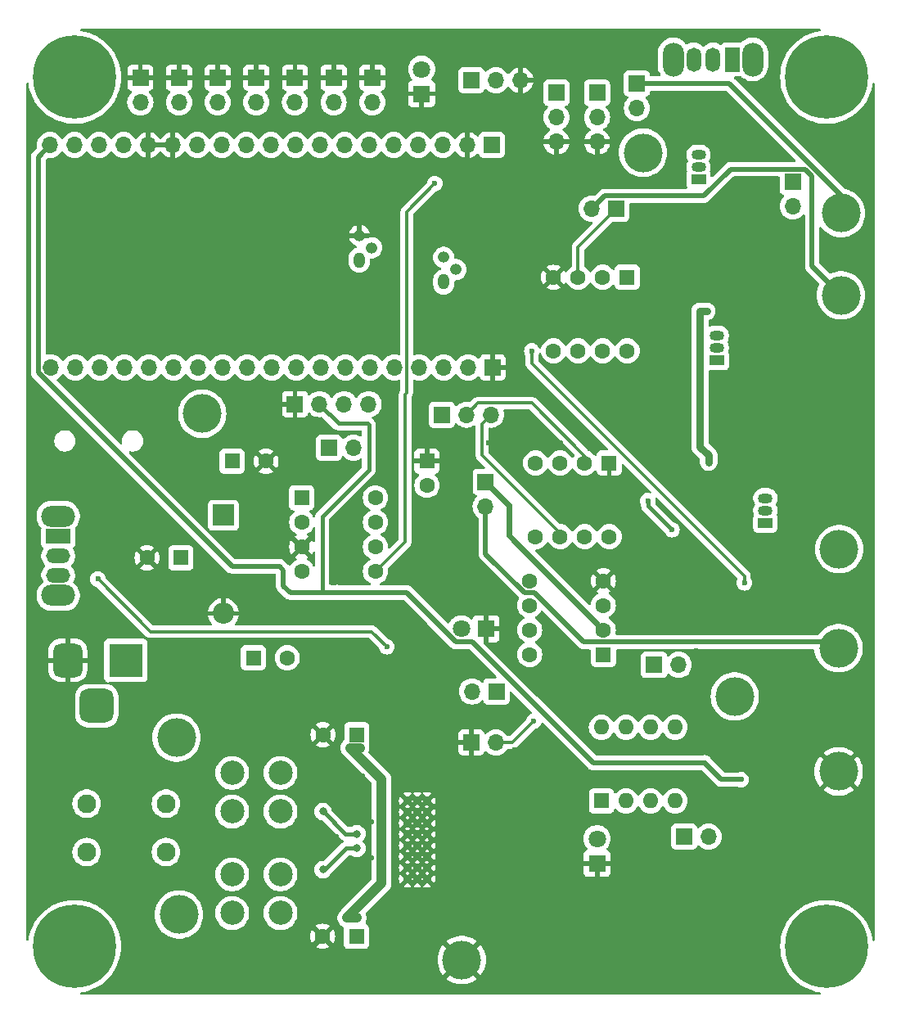
<source format=gbr>
%TF.GenerationSoftware,KiCad,Pcbnew,8.0.6*%
%TF.CreationDate,2024-11-21T01:01:48-08:00*%
%TF.ProjectId,ECE 411 Project,45434520-3431-4312-9050-726f6a656374,r1.6*%
%TF.SameCoordinates,Original*%
%TF.FileFunction,Copper,L2,Bot*%
%TF.FilePolarity,Positive*%
%FSLAX46Y46*%
G04 Gerber Fmt 4.6, Leading zero omitted, Abs format (unit mm)*
G04 Created by KiCad (PCBNEW 8.0.6) date 2024-11-21 01:01:48*
%MOMM*%
%LPD*%
G01*
G04 APERTURE LIST*
G04 Aperture macros list*
%AMRoundRect*
0 Rectangle with rounded corners*
0 $1 Rounding radius*
0 $2 $3 $4 $5 $6 $7 $8 $9 X,Y pos of 4 corners*
0 Add a 4 corners polygon primitive as box body*
4,1,4,$2,$3,$4,$5,$6,$7,$8,$9,$2,$3,0*
0 Add four circle primitives for the rounded corners*
1,1,$1+$1,$2,$3*
1,1,$1+$1,$4,$5*
1,1,$1+$1,$6,$7*
1,1,$1+$1,$8,$9*
0 Add four rect primitives between the rounded corners*
20,1,$1+$1,$2,$3,$4,$5,0*
20,1,$1+$1,$4,$5,$6,$7,0*
20,1,$1+$1,$6,$7,$8,$9,0*
20,1,$1+$1,$8,$9,$2,$3,0*%
G04 Aperture macros list end*
%TA.AperFunction,ComponentPad*%
%ADD10R,1.700000X1.700000*%
%TD*%
%TA.AperFunction,ComponentPad*%
%ADD11O,1.700000X1.700000*%
%TD*%
%TA.AperFunction,ComponentPad*%
%ADD12R,1.800000X1.800000*%
%TD*%
%TA.AperFunction,ComponentPad*%
%ADD13C,1.800000*%
%TD*%
%TA.AperFunction,ComponentPad*%
%ADD14C,4.000000*%
%TD*%
%TA.AperFunction,ComponentPad*%
%ADD15R,1.600000X1.600000*%
%TD*%
%TA.AperFunction,ComponentPad*%
%ADD16C,1.600000*%
%TD*%
%TA.AperFunction,ComponentPad*%
%ADD17R,1.500000X1.050000*%
%TD*%
%TA.AperFunction,ComponentPad*%
%ADD18O,1.500000X1.050000*%
%TD*%
%TA.AperFunction,ComponentPad*%
%ADD19O,1.200000X1.600000*%
%TD*%
%TA.AperFunction,ComponentPad*%
%ADD20O,1.200000X1.200000*%
%TD*%
%TA.AperFunction,ComponentPad*%
%ADD21O,1.600000X1.600000*%
%TD*%
%TA.AperFunction,ComponentPad*%
%ADD22R,3.500000X3.500000*%
%TD*%
%TA.AperFunction,ComponentPad*%
%ADD23RoundRect,0.750000X-0.750000X-1.000000X0.750000X-1.000000X0.750000X1.000000X-0.750000X1.000000X0*%
%TD*%
%TA.AperFunction,ComponentPad*%
%ADD24RoundRect,0.875000X-0.875000X-0.875000X0.875000X-0.875000X0.875000X0.875000X-0.875000X0.875000X0*%
%TD*%
%TA.AperFunction,ComponentPad*%
%ADD25C,2.500000*%
%TD*%
%TA.AperFunction,ComponentPad*%
%ADD26R,2.200000X2.200000*%
%TD*%
%TA.AperFunction,ComponentPad*%
%ADD27O,2.200000X2.200000*%
%TD*%
%TA.AperFunction,ComponentPad*%
%ADD28C,4.700000*%
%TD*%
%TA.AperFunction,ConnectorPad*%
%ADD29C,8.600000*%
%TD*%
%TA.AperFunction,ComponentPad*%
%ADD30C,1.950000*%
%TD*%
%TA.AperFunction,ComponentPad*%
%ADD31C,0.800000*%
%TD*%
%TA.AperFunction,ComponentPad*%
%ADD32O,3.500000X2.200000*%
%TD*%
%TA.AperFunction,ComponentPad*%
%ADD33R,2.500000X1.500000*%
%TD*%
%TA.AperFunction,ComponentPad*%
%ADD34O,2.500000X1.500000*%
%TD*%
%TA.AperFunction,ComponentPad*%
%ADD35O,2.200000X3.500000*%
%TD*%
%TA.AperFunction,ComponentPad*%
%ADD36R,1.500000X2.500000*%
%TD*%
%TA.AperFunction,ComponentPad*%
%ADD37O,1.500000X2.500000*%
%TD*%
%TA.AperFunction,ViaPad*%
%ADD38C,0.600000*%
%TD*%
%TA.AperFunction,ViaPad*%
%ADD39C,0.800000*%
%TD*%
%TA.AperFunction,Conductor*%
%ADD40C,0.500000*%
%TD*%
%TA.AperFunction,Conductor*%
%ADD41C,0.400000*%
%TD*%
%TA.AperFunction,Conductor*%
%ADD42C,0.300000*%
%TD*%
%TA.AperFunction,Conductor*%
%ADD43C,0.800000*%
%TD*%
%TA.AperFunction,Conductor*%
%ADD44C,0.600000*%
%TD*%
%TA.AperFunction,Conductor*%
%ADD45C,1.000000*%
%TD*%
G04 APERTURE END LIST*
D10*
%TO.P,RV5,1,1*%
%TO.N,Net-(Q6-E)*%
X86550000Y-30300000D03*
D11*
%TO.P,RV5,2,2*%
%TO.N,Net-(C40-Pad2)*%
X86550000Y-32840000D03*
%TO.P,RV5,3,3*%
%TO.N,GND*%
X86550000Y-35380000D03*
%TD*%
D12*
%TO.P,D3,1,K*%
%TO.N,GND*%
X90750000Y-110000000D03*
D13*
%TO.P,D3,2,A*%
%TO.N,Net-(D3-A)*%
X90750000Y-107460000D03*
%TD*%
D10*
%TO.P,SW3,1,1*%
%TO.N,GND*%
X51500000Y-28750000D03*
D11*
%TO.P,SW3,2,2*%
%TO.N,/ESP32-S3-WROOM Dev Board/BTN2*%
X51500000Y-31290000D03*
%TD*%
D14*
%TO.P,FUZ-CHO1,1,1*%
%TO.N,/Fuzz Schematic/FUZZOUT*%
X95500000Y-36500000D03*
%TD*%
D15*
%TO.P,C42,1*%
%TO.N,Vin*%
X47700000Y-78400000D03*
D16*
%TO.P,C42,2*%
%TO.N,GND*%
X44200000Y-78400000D03*
%TD*%
D17*
%TO.P,Q3,1,E*%
%TO.N,Net-(Q3-E)*%
X103160000Y-57970000D03*
D18*
%TO.P,Q3,2,B*%
%TO.N,Net-(Q3-B)*%
X103160000Y-56700000D03*
%TO.P,Q3,3,C*%
%TO.N,/Chorus Effect/Vin*%
X103160000Y-55430000D03*
%TD*%
D19*
%TO.P,Q6,1,C*%
%TO.N,Net-(Q6-C)*%
X74892500Y-49870000D03*
D20*
%TO.P,Q6,2,B*%
%TO.N,Net-(Q5-C)*%
X76162500Y-48600000D03*
%TO.P,Q6,3,E*%
%TO.N,Net-(Q6-E)*%
X74892500Y-47330000D03*
%TD*%
D14*
%TO.P,GND1,1,1*%
%TO.N,GND*%
X76750000Y-120000000D03*
%TD*%
%TO.P,SPK+1,1,1*%
%TO.N,/Class-D Amplification/SPK+*%
X47500000Y-115300000D03*
%TD*%
D15*
%TO.P,U5,1*%
%TO.N,Net-(R2-Pad2)*%
X91200000Y-103550000D03*
D21*
%TO.P,U5,2*%
%TO.N,Net-(D3-A)*%
X93740000Y-103550000D03*
%TO.P,U5,3*%
%TO.N,N/C*%
X96280000Y-103550000D03*
%TO.P,U5,4*%
X98820000Y-103550000D03*
%TO.P,U5,5*%
X98820000Y-95930000D03*
%TO.P,U5,6*%
X96280000Y-95930000D03*
%TO.P,U5,7*%
%TO.N,/Amp*%
X93740000Y-95930000D03*
%TO.P,U5,8*%
%TO.N,/Chorus Effect/CHORUSOUT*%
X91200000Y-95930000D03*
%TD*%
D10*
%TO.P,SW2,1,1*%
%TO.N,GND*%
X47500000Y-28750000D03*
D11*
%TO.P,SW2,2,2*%
%TO.N,/ESP32-S3-WROOM Dev Board/BTN1*%
X47500000Y-31290000D03*
%TD*%
D15*
%TO.P,C8,1*%
%TO.N,Net-(U2-CAP+)*%
X55200000Y-88750000D03*
D16*
%TO.P,C8,2*%
%TO.N,Net-(U2-CAP-)*%
X58700000Y-88750000D03*
%TD*%
D22*
%TO.P,J1,1*%
%TO.N,Vin*%
X42000000Y-89000000D03*
D23*
%TO.P,J1,2*%
%TO.N,GND*%
X36000000Y-89000000D03*
D24*
%TO.P,J1,3*%
%TO.N,N/C*%
X39000000Y-93700000D03*
%TD*%
D10*
%TO.P,CHTPS1,1,Pin_1*%
%TO.N,Net-(CHTPS1-Pin_1)*%
X74700000Y-63600000D03*
D11*
%TO.P,CHTPS1,2,Pin_2*%
%TO.N,Net-(CHTPS1-Pin_2)*%
X77240000Y-63600000D03*
%TO.P,CHTPS1,3,Pin_3*%
%TO.N,Net-(CHTPS1-Pin_3)*%
X79780000Y-63600000D03*
%TD*%
D14*
%TO.P,LINE_{OUT}1,1,1*%
%TO.N,/Amp*%
X105000000Y-92750000D03*
%TD*%
D25*
%TO.P,L1,1,1*%
%TO.N,/Class-D Amplification/OUTPL*%
X58000000Y-111150000D03*
X58000000Y-115150000D03*
%TO.P,L1,2,2*%
%TO.N,/Class-D Amplification/SPK+*%
X53000000Y-111150000D03*
X53000000Y-115150000D03*
%TD*%
D10*
%TO.P,RV3,1,1*%
%TO.N,/Chorus Effect/CHORUSOUT*%
X96650000Y-89475000D03*
D11*
%TO.P,RV3,2,2*%
%TO.N,/Amp*%
X99190000Y-89475000D03*
%TD*%
D17*
%TO.P,Q4,1,E*%
%TO.N,Net-(Q4-E)*%
X108160000Y-74770000D03*
D18*
%TO.P,Q4,2,B*%
%TO.N,Net-(Q4-B)*%
X108160000Y-73500000D03*
%TO.P,Q4,3,C*%
%TO.N,/Chorus Effect/Vin*%
X108160000Y-72230000D03*
%TD*%
D15*
%TO.P,U3,1,GND*%
%TO.N,GND*%
X92010000Y-68595000D03*
D16*
%TO.P,U3,2,CP1*%
%TO.N,Net-(CHTPS1-Pin_2)*%
X89470000Y-68595000D03*
%TO.P,U3,3,IN*%
%TO.N,Net-(U3-IN)*%
X86930000Y-68595000D03*
%TO.P,U3,4,VGG*%
%TO.N,Net-(CHTPS1-Pin_1)*%
X84390000Y-68595000D03*
%TO.P,U3,5,VDD*%
%TO.N,/Chorus Effect/Vin*%
X84390000Y-76215000D03*
%TO.P,U3,6,CP2*%
%TO.N,Net-(CHTPS1-Pin_3)*%
X86930000Y-76215000D03*
%TO.P,U3,7,OUT1*%
%TO.N,Net-(U3-OUT1)*%
X89470000Y-76215000D03*
%TO.P,U3,8,OUT2*%
X92010000Y-76215000D03*
%TD*%
D26*
%TO.P,D2,1,K*%
%TO.N,+9V*%
X52100000Y-74000000D03*
D27*
%TO.P,D2,2,A*%
%TO.N,GND*%
X52100000Y-84160000D03*
%TD*%
D28*
%TO.P,M4,1*%
%TO.N,N/C*%
X114500000Y-28700000D03*
D29*
X114500000Y-28700000D03*
%TD*%
D10*
%TO.P,J7,1,Pin_1*%
%TO.N,/Chorus Effect/Vin*%
X92750000Y-42275000D03*
D11*
%TO.P,J7,2,Pin_2*%
%TO.N,+9V*%
X90210000Y-42275000D03*
%TD*%
D14*
%TO.P,V9,1,1*%
%TO.N,+9V*%
X116000000Y-51250000D03*
%TD*%
D12*
%TO.P,D4,1,K*%
%TO.N,GND*%
X79250000Y-85750000D03*
D13*
%TO.P,D4,2,A*%
%TO.N,Net-(D4-A)*%
X76710000Y-85750000D03*
%TD*%
D10*
%TO.P,SW5,1,1*%
%TO.N,GND*%
X59500000Y-28750000D03*
D11*
%TO.P,SW5,2,2*%
%TO.N,/ESP32-S3-WROOM Dev Board/BTN4*%
X59500000Y-31290000D03*
%TD*%
D14*
%TO.P,SPK-1,1,1*%
%TO.N,/Class-D Amplification/SPK-*%
X47250000Y-97000000D03*
%TD*%
D10*
%TO.P,RV2,1,1*%
%TO.N,Net-(SW10-C)*%
X111000000Y-39500000D03*
D11*
%TO.P,RV2,2,2*%
%TO.N,/Chorus Effect/CHORUSOUT*%
X111000000Y-42040000D03*
%TD*%
D30*
%TO.P,J3,1_1,1_1*%
%TO.N,/Class-D Amplification/SPK-*%
X46150000Y-103830000D03*
%TO.P,J3,1_2,1_2*%
X37950000Y-103830000D03*
%TO.P,J3,2_1,2_1*%
%TO.N,/Class-D Amplification/SPK+*%
X46150000Y-108830000D03*
%TO.P,J3,2_2,2_2*%
X37950000Y-108830000D03*
%TD*%
D25*
%TO.P,L2,1,1*%
%TO.N,/Class-D Amplification/OUTPR*%
X58000000Y-100650000D03*
X58000000Y-104650000D03*
%TO.P,L2,2,2*%
%TO.N,/Class-D Amplification/SPK-*%
X53000000Y-100650000D03*
X53000000Y-104650000D03*
%TD*%
D15*
%TO.P,C24,1*%
%TO.N,Vin*%
X65900000Y-96700000D03*
D16*
%TO.P,C24,2*%
%TO.N,GND*%
X62400000Y-96700000D03*
%TD*%
D10*
%TO.P,OLED1,1,GND*%
%TO.N,GND*%
X59500000Y-62500000D03*
D11*
%TO.P,OLED1,2,VCC*%
%TO.N,+5V*%
X62040000Y-62500000D03*
%TO.P,OLED1,3,SDA*%
%TO.N,/SDA*%
X64580000Y-62500000D03*
%TO.P,OLED1,4,SCL*%
%TO.N,/SCL*%
X67120000Y-62500000D03*
%TD*%
D28*
%TO.P,M4,1*%
%TO.N,N/C*%
X36700000Y-118600000D03*
D29*
X36700000Y-118600000D03*
%TD*%
D15*
%TO.P,C22,1*%
%TO.N,GND*%
X73150000Y-68400000D03*
D16*
%TO.P,C22,2*%
%TO.N,-9V*%
X73150000Y-70900000D03*
%TD*%
D17*
%TO.P,Q2,1,E*%
%TO.N,Net-(Q2-E)*%
X101250000Y-39250000D03*
D18*
%TO.P,Q2,2,B*%
%TO.N,Net-(Q2-B)*%
X101250000Y-37980000D03*
%TO.P,Q2,3,C*%
%TO.N,/Chorus Effect/Vin*%
X101250000Y-36710000D03*
%TD*%
D10*
%TO.P,J5,1,Pin_1*%
%TO.N,GND*%
X77750000Y-97500000D03*
D11*
%TO.P,J5,2,Pin_2*%
%TO.N,/LineOut*%
X80290000Y-97500000D03*
%TD*%
D10*
%TO.P,SW6,1,1*%
%TO.N,GND*%
X63500000Y-28750000D03*
D11*
%TO.P,SW6,2,2*%
%TO.N,/ESP32-S3-WROOM Dev Board/BTN5*%
X63500000Y-31290000D03*
%TD*%
D15*
%TO.P,V3207D1,1,+*%
%TO.N,Net-(V3207D1-+)*%
X93870000Y-49380000D03*
D16*
%TO.P,V3207D1,2,-*%
%TO.N,Net-(V3207D1--)*%
X91330000Y-49380000D03*
%TO.P,V3207D1,3,V+*%
%TO.N,/Chorus Effect/Vin*%
X88790000Y-49380000D03*
%TO.P,V3207D1,4,V-*%
%TO.N,GND*%
X86250000Y-49380000D03*
%TO.P,V3207D1,5*%
%TO.N,Net-(C12-Pad1)*%
X86250000Y-57000000D03*
%TO.P,V3207D1,6*%
%TO.N,N/C*%
X88790000Y-57000000D03*
%TO.P,V3207D1,7*%
X91330000Y-57000000D03*
%TO.P,V3207D1,8*%
X93870000Y-57000000D03*
%TD*%
D31*
%TO.P,U9,29,PAD*%
%TO.N,GND*%
X73152651Y-111600000D03*
X73152651Y-110450000D03*
X73152651Y-109300000D03*
X73152651Y-108150000D03*
X73152651Y-107000000D03*
X73152651Y-105850000D03*
X73152651Y-104700000D03*
X73152651Y-103550000D03*
X72152651Y-111600000D03*
X72152651Y-110450000D03*
X72152651Y-109300000D03*
X72152651Y-108150000D03*
X72152651Y-107000000D03*
X72152651Y-105850000D03*
X72152651Y-104700000D03*
X72152651Y-103550000D03*
X71152651Y-111600000D03*
X71152651Y-110450000D03*
X71152651Y-109300000D03*
X71152651Y-108150000D03*
X71152651Y-107000000D03*
X71152651Y-105850000D03*
X71152651Y-104700000D03*
X71152651Y-103550000D03*
%TD*%
D10*
%TO.P,J6,1,Pin_1*%
%TO.N,/Chorus Effect/V.5in*%
X79225000Y-70550000D03*
D11*
%TO.P,J6,2,Pin_2*%
%TO.N,+4.5V*%
X79225000Y-73090000D03*
%TD*%
D10*
%TO.P,J2,1,Pin_1*%
%TO.N,+9V*%
X63000000Y-67000000D03*
D11*
%TO.P,J2,2,Pin_2*%
%TO.N,Net-(J2-Pin_2)*%
X65540000Y-67000000D03*
%TD*%
D14*
%TO.P,GENOUT1,1,1*%
%TO.N,/FX*%
X116000000Y-42750000D03*
%TD*%
D28*
%TO.P,M4,1*%
%TO.N,N/C*%
X36700000Y-28700000D03*
D29*
X36700000Y-28700000D03*
%TD*%
D10*
%TO.P,RV7,1,1*%
%TO.N,/LineOut*%
X80350000Y-92225000D03*
D11*
%TO.P,RV7,2,2*%
%TO.N,/Amp*%
X77810000Y-92225000D03*
%TD*%
D10*
%TO.P,U6,1,3V3*%
%TO.N,/ESP32-S3-WROOM Dev Board/MCU3v3*%
X79880000Y-35700000D03*
D11*
%TO.P,U6,2,EN*%
%TO.N,GND*%
X77340000Y-35700000D03*
%TO.P,U6,3,SENSOR_VP*%
%TO.N,unconnected-(U6-SENSOR_VP-Pad3)*%
X74800000Y-35700000D03*
%TO.P,U6,4,SENSOR_VN*%
%TO.N,unconnected-(U6-SENSOR_VN-Pad4)*%
X72260000Y-35700000D03*
%TO.P,U6,5,IO34*%
%TO.N,/ESP32-S3-WROOM Dev Board/FREQ*%
X69720000Y-35700000D03*
%TO.P,U6,6,IO35*%
%TO.N,/FX*%
X67180000Y-35700000D03*
%TO.P,U6,7,IO32*%
%TO.N,/ESP32-S3-WROOM Dev Board/BTN6*%
X64640000Y-35700000D03*
%TO.P,U6,8,IO33*%
%TO.N,/ESP32-S3-WROOM Dev Board/BTN5*%
X62100000Y-35700000D03*
%TO.P,U6,9,IO25*%
%TO.N,/ESP32-S3-WROOM Dev Board/BTN4*%
X59560000Y-35700000D03*
%TO.P,U6,10,IO26*%
%TO.N,/ESP32-S3-WROOM Dev Board/BTN3*%
X57020000Y-35700000D03*
%TO.P,U6,11,IO27*%
%TO.N,/ESP32-S3-WROOM Dev Board/BTN2*%
X54480000Y-35700000D03*
%TO.P,U6,12,IO14*%
%TO.N,/ESP32-S3-WROOM Dev Board/BTN1*%
X51940000Y-35700000D03*
%TO.P,U6,13,IO12*%
%TO.N,/ESP32-S3-WROOM Dev Board/BTN0*%
X49400000Y-35700000D03*
%TO.P,U6,14,GND*%
%TO.N,GND*%
X46860000Y-35700000D03*
%TO.P,U6,15,GND*%
X44320000Y-35700000D03*
%TO.P,U6,16,SHD/SD2*%
%TO.N,unconnected-(U6-SHD{slash}SD2-Pad16)*%
X41780000Y-35700000D03*
%TO.P,U6,17,SWP/SD3*%
%TO.N,unconnected-(U6-SWP{slash}SD3-Pad17)*%
X39240000Y-35700000D03*
%TO.P,U6,18,SCS/CMD*%
%TO.N,unconnected-(U6-SCS{slash}CMD-Pad18)*%
X36700000Y-35700000D03*
%TO.P,U6,19,5V*%
%TO.N,+5V*%
X34160000Y-35700000D03*
%TO.P,U6,20,SCK/CLK*%
%TO.N,unconnected-(U6-SCK{slash}CLK-Pad20)*%
X34240000Y-58700000D03*
%TO.P,U6,21,SDO/SD0*%
%TO.N,unconnected-(U6-SDO{slash}SD0-Pad21)*%
X36780000Y-58700000D03*
%TO.P,U6,22,SDI/SD1*%
%TO.N,unconnected-(U6-SDI{slash}SD1-Pad22)*%
X39320000Y-58700000D03*
%TO.P,U6,23,IO15*%
%TO.N,unconnected-(U6-IO15-Pad23)*%
X41860000Y-58700000D03*
%TO.P,U6,24,IO2*%
%TO.N,unconnected-(U6-IO2-Pad24)*%
X44400000Y-58700000D03*
%TO.P,U6,25,IO0*%
%TO.N,unconnected-(U6-IO0-Pad25)*%
X46940000Y-58700000D03*
%TO.P,U6,26,IO4*%
%TO.N,unconnected-(U6-IO4-Pad26)*%
X49480000Y-58700000D03*
%TO.P,U6,27,IO16*%
%TO.N,unconnected-(U6-IO16-Pad27)*%
X52020000Y-58700000D03*
%TO.P,U6,28,IO17*%
%TO.N,unconnected-(U6-IO17-Pad28)*%
X54560000Y-58700000D03*
%TO.P,U6,29,IO5*%
%TO.N,unconnected-(U6-IO5-Pad29)*%
X57100000Y-58700000D03*
%TO.P,U6,30,IO18*%
%TO.N,unconnected-(U6-IO18-Pad30)*%
X59640000Y-58700000D03*
%TO.P,U6,31,IO19*%
%TO.N,unconnected-(U6-IO19-Pad31)*%
X62180000Y-58700000D03*
%TO.P,U6,32,NC*%
%TO.N,unconnected-(U6-NC-Pad32)*%
X64720000Y-58700000D03*
%TO.P,U6,33,IO21*%
%TO.N,/SDA*%
X67260000Y-58700000D03*
%TO.P,U6,34,RXD0/IO3*%
%TO.N,unconnected-(U6-RXD0{slash}IO3-Pad34)*%
X69800000Y-58700000D03*
%TO.P,U6,35,TXD0/IO1*%
%TO.N,unconnected-(U6-TXD0{slash}IO1-Pad35)*%
X72340000Y-58700000D03*
%TO.P,U6,36,IO22*%
%TO.N,/SCL*%
X74880000Y-58700000D03*
%TO.P,U6,37,IO23*%
%TO.N,unconnected-(U6-IO23-Pad37)*%
X77420000Y-58700000D03*
D10*
%TO.P,U6,38,GND*%
%TO.N,GND*%
X79960000Y-58700000D03*
%TD*%
D14*
%TO.P,CHO-TRE1,1,1*%
%TO.N,/Chorus Effect/CHORUSOUT*%
X115800000Y-77500000D03*
%TD*%
D15*
%TO.P,U2,1,FB/SHDN*%
%TO.N,Net-(J2-Pin_2)*%
X60195000Y-72190000D03*
D16*
%TO.P,U2,2,CAP+*%
%TO.N,Net-(U2-CAP+)*%
X60195000Y-74730000D03*
%TO.P,U2,3,GND*%
%TO.N,GND*%
X60195000Y-77270000D03*
%TO.P,U2,4,CAP-*%
%TO.N,Net-(U2-CAP-)*%
X60195000Y-79810000D03*
%TO.P,U2,5,-VOUT*%
%TO.N,-9V*%
X67815000Y-79810000D03*
%TO.P,U2,6,VREF*%
%TO.N,unconnected-(U2-VREF-Pad6)*%
X67815000Y-77270000D03*
%TO.P,U2,7,OSC*%
%TO.N,unconnected-(U2-OSC-Pad7)*%
X67815000Y-74730000D03*
%TO.P,U2,8,V+*%
%TO.N,+9V*%
X67815000Y-72190000D03*
%TD*%
D10*
%TO.P,RV8,1,1*%
%TO.N,/ESP32-S3-WROOM Dev Board/FREQ*%
X77750000Y-29000000D03*
D11*
%TO.P,RV8,2,2*%
%TO.N,Net-(R9-Pad1)*%
X80290000Y-29000000D03*
%TO.P,RV8,3,3*%
%TO.N,GND*%
X82830000Y-29000000D03*
%TD*%
D10*
%TO.P,RV1,1,1*%
%TO.N,/FX*%
X94875000Y-29350000D03*
D11*
%TO.P,RV1,2,2*%
%TO.N,/Fuzz Schematic/FUZZOUT*%
X94875000Y-31890000D03*
%TD*%
D12*
%TO.P,D5,1,K*%
%TO.N,GND*%
X72600000Y-30400000D03*
D13*
%TO.P,D5,2,A*%
%TO.N,Net-(D5-A)*%
X72600000Y-27860000D03*
%TD*%
D10*
%TO.P,SW1,1,1*%
%TO.N,GND*%
X43500000Y-28750000D03*
D11*
%TO.P,SW1,2,2*%
%TO.N,/ESP32-S3-WROOM Dev Board/BTN0*%
X43500000Y-31290000D03*
%TD*%
D10*
%TO.P,RV6,1,1*%
%TO.N,Net-(U4-THR)*%
X99750000Y-107250000D03*
D11*
%TO.P,RV6,2,2*%
%TO.N,Net-(U4-DIS)*%
X102290000Y-107250000D03*
%TD*%
D14*
%TO.P,VGND1,1,1*%
%TO.N,GND*%
X115750000Y-100500000D03*
%TD*%
D32*
%TO.P,SW9,*%
%TO.N,*%
X35000000Y-74100000D03*
X35000000Y-82300000D03*
D33*
%TO.P,SW9,1,A*%
%TO.N,/FX*%
X35000000Y-76200000D03*
D34*
%TO.P,SW9,2,B*%
%TO.N,/LineIn*%
X35000000Y-78200000D03*
%TO.P,SW9,3,C*%
%TO.N,/Amp*%
X35000000Y-80200000D03*
%TD*%
D15*
%TO.P,C5,1*%
%TO.N,+9V*%
X53000000Y-68400000D03*
D16*
%TO.P,C5,2*%
%TO.N,GND*%
X56500000Y-68400000D03*
%TD*%
D14*
%TO.P,LINE_{IN}1,1,1*%
%TO.N,/LineIn*%
X49900000Y-63500000D03*
%TD*%
D15*
%TO.P,V3207D2,1,+*%
%TO.N,Net-(V3207D2-+)*%
X91405000Y-88410000D03*
D16*
%TO.P,V3207D2,2,-*%
%TO.N,/Chorus Effect/V.5in*%
X91405000Y-85870000D03*
%TO.P,V3207D2,3,V+*%
%TO.N,/Chorus Effect/Vin*%
X91405000Y-83330000D03*
%TO.P,V3207D2,4,V-*%
%TO.N,GND*%
X91405000Y-80790000D03*
%TO.P,V3207D2,5*%
%TO.N,Net-(R34-Pad2)*%
X83785000Y-80790000D03*
%TO.P,V3207D2,6*%
%TO.N,N/C*%
X83785000Y-83330000D03*
%TO.P,V3207D2,7*%
X83785000Y-85870000D03*
%TO.P,V3207D2,8*%
X83785000Y-88410000D03*
%TD*%
D19*
%TO.P,Q5,1,C*%
%TO.N,Net-(Q5-C)*%
X66162500Y-47600000D03*
D20*
%TO.P,Q5,2,B*%
%TO.N,Net-(Q5-B)*%
X67432500Y-46330000D03*
%TO.P,Q5,3,E*%
%TO.N,GND*%
X66162500Y-45060000D03*
%TD*%
D10*
%TO.P,SW7,1,1*%
%TO.N,GND*%
X67500000Y-28750000D03*
D11*
%TO.P,SW7,2,2*%
%TO.N,/ESP32-S3-WROOM Dev Board/BTN6*%
X67500000Y-31290000D03*
%TD*%
D10*
%TO.P,SW4,1,1*%
%TO.N,GND*%
X55500000Y-28750000D03*
D11*
%TO.P,SW4,2,2*%
%TO.N,/ESP32-S3-WROOM Dev Board/BTN3*%
X55500000Y-31290000D03*
%TD*%
D15*
%TO.P,C25,1*%
%TO.N,Vin*%
X65852651Y-117550000D03*
D16*
%TO.P,C25,2*%
%TO.N,GND*%
X62352651Y-117550000D03*
%TD*%
D10*
%TO.P,RV4,1,1*%
%TO.N,Net-(C39-Pad2)*%
X90750000Y-30300000D03*
D11*
%TO.P,RV4,2,2*%
%TO.N,/Fuzz Schematic/FUZZOUT*%
X90750000Y-32840000D03*
%TO.P,RV4,3,3*%
%TO.N,GND*%
X90750000Y-35380000D03*
%TD*%
D14*
%TO.P,V4.5,1,1*%
%TO.N,+4.5V*%
X115750000Y-87750000D03*
%TD*%
D35*
%TO.P,SW10,*%
%TO.N,*%
X106850000Y-26850000D03*
X98650000Y-26850000D03*
D36*
%TO.P,SW10,1,A*%
%TO.N,/Chorus Effect/CHORUSIN*%
X104750000Y-26850000D03*
D37*
%TO.P,SW10,2,B*%
%TO.N,/Fuzz Schematic/FUZZOUT*%
X102750000Y-26850000D03*
%TO.P,SW10,3,C*%
%TO.N,Net-(SW10-C)*%
X100750000Y-26850000D03*
%TD*%
D29*
%TO.P,M4,1*%
%TO.N,N/C*%
X114500000Y-118600000D03*
D28*
X114500000Y-118600000D03*
%TD*%
D38*
%TO.N,GND*%
X96000000Y-57000000D03*
X97500000Y-58000000D03*
X85500000Y-55000000D03*
X82500000Y-55000000D03*
X82500000Y-52000000D03*
X85500000Y-52000000D03*
X95000000Y-53000000D03*
X99500000Y-53500000D03*
X94000000Y-45500000D03*
X93000000Y-44500000D03*
X94500000Y-44500000D03*
X96000000Y-44500000D03*
X101000000Y-88000000D03*
X106000000Y-74000000D03*
X103500000Y-75000000D03*
X110000000Y-81000000D03*
X108000000Y-81000000D03*
X118000000Y-113000000D03*
X44000000Y-101500000D03*
X40500000Y-101500000D03*
X40500000Y-111500000D03*
X43500000Y-111500000D03*
X40500000Y-106500000D03*
X44000000Y-106500000D03*
X51000000Y-108000000D03*
X55500000Y-98500000D03*
X55500000Y-117000000D03*
X55500000Y-109500000D03*
X55500000Y-113000000D03*
X55500000Y-106500000D03*
X55500000Y-102500000D03*
X58500000Y-97500000D03*
X43000000Y-25000000D03*
X46000000Y-25000000D03*
X49000000Y-25000000D03*
X52000000Y-25000000D03*
X55000000Y-25000000D03*
X58000000Y-25000000D03*
X61000000Y-25000000D03*
X64000000Y-25000000D03*
X67000000Y-25000000D03*
X88000000Y-26000000D03*
X112000000Y-34000000D03*
X92500000Y-38000000D03*
X104000000Y-32000000D03*
X101000000Y-32000000D03*
X84000000Y-38000000D03*
X82000000Y-42000000D03*
X87000000Y-42000000D03*
X84000000Y-43000000D03*
X86000000Y-44000000D03*
X84000000Y-46000000D03*
X73000000Y-52000000D03*
X76000000Y-52000000D03*
X79000000Y-52000000D03*
X79000000Y-55000000D03*
X76000000Y-55000000D03*
X73000000Y-55000000D03*
X64000000Y-46000000D03*
X69000000Y-49000000D03*
X69000000Y-52000000D03*
X69000000Y-55000000D03*
X66000000Y-55000000D03*
X66000000Y-52000000D03*
X63000000Y-43000000D03*
X63000000Y-52000000D03*
X63000000Y-55000000D03*
X60000000Y-55000000D03*
X60000000Y-43000000D03*
X60000000Y-46000000D03*
X60000000Y-49000000D03*
X60000000Y-52000000D03*
X44000000Y-40000000D03*
X47000000Y-40000000D03*
X50000000Y-40000000D03*
X56000000Y-46000000D03*
X56000000Y-43000000D03*
X56000000Y-40000000D03*
X53000000Y-40000000D03*
X53000000Y-43000000D03*
X53000000Y-46000000D03*
X41000000Y-40000000D03*
X38000000Y-40000000D03*
X35000000Y-40000000D03*
X35000000Y-43000000D03*
X38000000Y-43000000D03*
X41000000Y-43000000D03*
X41000000Y-46000000D03*
X38000000Y-46000000D03*
X35000000Y-46000000D03*
X35000000Y-49000000D03*
X38000000Y-49000000D03*
X41000000Y-49000000D03*
X53000000Y-49000000D03*
X56000000Y-49000000D03*
X56000000Y-55000000D03*
X56000000Y-52000000D03*
X53000000Y-52000000D03*
X50000000Y-52000000D03*
X47000000Y-52000000D03*
X44000000Y-52000000D03*
X41000000Y-52000000D03*
X38000000Y-52000000D03*
X35000000Y-52000000D03*
X38000000Y-71000000D03*
X40000000Y-62000000D03*
X38000000Y-68000000D03*
X62000000Y-65000000D03*
X59000000Y-65000000D03*
X50000000Y-67000000D03*
X50000000Y-70000000D03*
X42000000Y-81000000D03*
X42000000Y-76000000D03*
X41000000Y-85000000D03*
X37000000Y-85000000D03*
X34000000Y-85000000D03*
X34000000Y-92000000D03*
X39000000Y-87000000D03*
X39000000Y-90000000D03*
X50000000Y-83000000D03*
X52000000Y-81000000D03*
X55000000Y-83000000D03*
X61000000Y-84000000D03*
X64000000Y-76000000D03*
X64000000Y-79000000D03*
X75000000Y-68000000D03*
X75000000Y-74000000D03*
X86000000Y-72000000D03*
X88000000Y-72000000D03*
X90000000Y-72000000D03*
X92000000Y-72000000D03*
X89000000Y-79000000D03*
X99000000Y-77000000D03*
X94000000Y-79000000D03*
X94000000Y-81000000D03*
X110000000Y-47000000D03*
X110000000Y-50000000D03*
X110000000Y-53000000D03*
X110000000Y-56000000D03*
X110000000Y-59000000D03*
X110000000Y-62000000D03*
X108000000Y-57000000D03*
X106000000Y-53000000D03*
X108000000Y-54000000D03*
X108000000Y-51000000D03*
X108000000Y-48000000D03*
X108000000Y-45000000D03*
X108000000Y-42000000D03*
X114000000Y-35000000D03*
X118000000Y-36000000D03*
X118000000Y-39000000D03*
X115000000Y-46000000D03*
X118000000Y-47000000D03*
X114000000Y-74000000D03*
X114000000Y-71000000D03*
X114000000Y-68000000D03*
X118000000Y-68000000D03*
X118000000Y-71000000D03*
X118000000Y-74000000D03*
X114000000Y-85000000D03*
X114000000Y-82000000D03*
X118000000Y-82000000D03*
X118000000Y-85000000D03*
X118000000Y-90000000D03*
X118000000Y-93000000D03*
X118000000Y-96000000D03*
X114000000Y-93000000D03*
X114000000Y-96000000D03*
X108000000Y-95000000D03*
X93000000Y-92000000D03*
X91000000Y-94000000D03*
X88000000Y-94000000D03*
X87000000Y-89000000D03*
X78000000Y-78000000D03*
X77000000Y-80000000D03*
X56000000Y-92000000D03*
X48000000Y-89000000D03*
X51000000Y-89000000D03*
X51000000Y-92000000D03*
X45000000Y-94000000D03*
X44000000Y-96000000D03*
X38000000Y-99000000D03*
X35000000Y-99000000D03*
X36000000Y-106000000D03*
X34000000Y-102000000D03*
X34000000Y-105000000D03*
X34000000Y-108000000D03*
X34000000Y-111000000D03*
X36000000Y-113000000D03*
X39000000Y-113000000D03*
X44000000Y-115000000D03*
X44000000Y-117000000D03*
X42000000Y-122000000D03*
X51000000Y-120000000D03*
X51000000Y-122000000D03*
X57000000Y-122000000D03*
X57000000Y-120000000D03*
X60000000Y-120000000D03*
X60000000Y-122000000D03*
X63000000Y-122000000D03*
X66000000Y-122000000D03*
X70000000Y-122000000D03*
X73000000Y-122000000D03*
X73000000Y-119000000D03*
X80000000Y-119000000D03*
X80000000Y-122000000D03*
X110000000Y-122000000D03*
X108000000Y-119000000D03*
X108000000Y-116000000D03*
X95000000Y-107000000D03*
X86000000Y-107000000D03*
X86000000Y-110000000D03*
X83000000Y-110000000D03*
X83000000Y-113000000D03*
X86000000Y-113000000D03*
X89000000Y-113000000D03*
X92000000Y-113000000D03*
X95000000Y-113000000D03*
X98000000Y-113000000D03*
X101000000Y-113000000D03*
X107000000Y-113000000D03*
X104000000Y-113000000D03*
X104000000Y-110000000D03*
X107000000Y-110000000D03*
X112000000Y-99000000D03*
X109000000Y-99000000D03*
X112000000Y-102000000D03*
X109000000Y-102000000D03*
X109000000Y-105000000D03*
X112000000Y-105000000D03*
X115000000Y-105000000D03*
X118000000Y-105000000D03*
X77000000Y-99500000D03*
X75500000Y-98000000D03*
X81500000Y-99750000D03*
X73500000Y-115250000D03*
X75750000Y-116000000D03*
X61250000Y-101750000D03*
X72000000Y-102000000D03*
X68250000Y-92250000D03*
X82500000Y-66500000D03*
X72000000Y-100500000D03*
X97000000Y-63500000D03*
X59250000Y-108000000D03*
X67452651Y-105750000D03*
X87000000Y-66500000D03*
X62750000Y-101750000D03*
X61250000Y-103750000D03*
X77000000Y-113000000D03*
X88000000Y-59000000D03*
X97750000Y-101250000D03*
X77750000Y-99500000D03*
X73500000Y-100500000D03*
X63750000Y-108000000D03*
X73500000Y-114500000D03*
X74000000Y-96000000D03*
X71000000Y-113500000D03*
X72750000Y-102000000D03*
X70000000Y-86500000D03*
X67750000Y-93250000D03*
X66500000Y-101750000D03*
X72000000Y-99000000D03*
X75500000Y-113000000D03*
X77750000Y-113250000D03*
X99000000Y-101250000D03*
X59250000Y-107250000D03*
X77750000Y-117000000D03*
X74250000Y-116000000D03*
X77750000Y-114750000D03*
X91000000Y-98000000D03*
X72750000Y-98250000D03*
X80000000Y-116000000D03*
X72750000Y-99750000D03*
X79250000Y-111250000D03*
X58500000Y-108000000D03*
X98250000Y-98000000D03*
X78500000Y-117000000D03*
X76952651Y-102650000D03*
X82250000Y-99750000D03*
X61000000Y-104500000D03*
X80000000Y-113000000D03*
X78500000Y-112500000D03*
X67452651Y-109450000D03*
X78500000Y-114750000D03*
X67250000Y-92250000D03*
X61000000Y-112000000D03*
X74250000Y-96750000D03*
X77052651Y-109650000D03*
X71250000Y-100500000D03*
X98500000Y-63500000D03*
X77750000Y-115500000D03*
X73500000Y-102000000D03*
X99500000Y-98000000D03*
X79500000Y-66500000D03*
X71750000Y-97500000D03*
X73250000Y-113500000D03*
X58500000Y-107250000D03*
X75000000Y-97500000D03*
X74000000Y-93750000D03*
X60750000Y-107250000D03*
X84000000Y-66500000D03*
X71000000Y-97500000D03*
X65250000Y-112750000D03*
X80000000Y-116750000D03*
X72750000Y-100500000D03*
X80000000Y-112250000D03*
X79250000Y-114250000D03*
X68250000Y-85250000D03*
X63750000Y-107250000D03*
X73500000Y-101250000D03*
X64250000Y-101750000D03*
X60750000Y-108000000D03*
X74000000Y-113500000D03*
X77750000Y-116250000D03*
X66000000Y-112750000D03*
X77750000Y-114000000D03*
X63500000Y-101750000D03*
X79250000Y-113500000D03*
X95250000Y-101250000D03*
X78500000Y-115500000D03*
X79250000Y-115000000D03*
X63000000Y-108000000D03*
X79250000Y-112750000D03*
X77750000Y-112500000D03*
X92250000Y-98000000D03*
X78500000Y-113250000D03*
X72000000Y-101250000D03*
X75500000Y-90000000D03*
X68250000Y-91250000D03*
X67250000Y-88500000D03*
X64500000Y-112750000D03*
X81000000Y-66500000D03*
X79250000Y-99750000D03*
X79250000Y-115750000D03*
X65750000Y-101750000D03*
X60000000Y-107250000D03*
X89500000Y-59000000D03*
X61500000Y-108000000D03*
X101250000Y-96000000D03*
X82250000Y-99000000D03*
X75500000Y-91000000D03*
X80000000Y-113750000D03*
X62000000Y-101000000D03*
X60000000Y-108000000D03*
X80000000Y-115250000D03*
X62250000Y-107250000D03*
X65750000Y-102500000D03*
X74500000Y-91000000D03*
X70500000Y-98250000D03*
X78500000Y-111750000D03*
X80000000Y-111500000D03*
X71750000Y-113500000D03*
X74500000Y-90000000D03*
X65000000Y-102500000D03*
X72750000Y-101250000D03*
X94750000Y-98000000D03*
X63000000Y-107250000D03*
X69250000Y-85750000D03*
X85500000Y-66500000D03*
X66500000Y-101000000D03*
X72750000Y-99000000D03*
X95500000Y-63500000D03*
X73500000Y-116000000D03*
X77052651Y-106950000D03*
X82250000Y-98250000D03*
X71250000Y-98250000D03*
X61000000Y-111250000D03*
X78500000Y-99750000D03*
X79250000Y-112000000D03*
X93500000Y-98000000D03*
X78500000Y-116250000D03*
X72500000Y-113500000D03*
X75000000Y-116000000D03*
X73250000Y-90000000D03*
X61000000Y-113750000D03*
X62000000Y-101750000D03*
X74750000Y-113500000D03*
X69750000Y-98250000D03*
X91000000Y-59000000D03*
X61500000Y-107250000D03*
X96500000Y-101250000D03*
X76250000Y-113000000D03*
X62250000Y-108000000D03*
X74500000Y-82500000D03*
X72000000Y-99750000D03*
X75000000Y-93750000D03*
X74500000Y-81000000D03*
X80000000Y-114500000D03*
X71250000Y-101250000D03*
X72000000Y-98250000D03*
X61250000Y-101000000D03*
X65000000Y-101750000D03*
X61000000Y-110500000D03*
X73000000Y-81000000D03*
X78500000Y-114000000D03*
X76000000Y-93750000D03*
X70250000Y-97500000D03*
X79250000Y-117250000D03*
X67250000Y-91250000D03*
X71250000Y-102000000D03*
X77052651Y-108750000D03*
X66500000Y-102500000D03*
X79250000Y-116500000D03*
%TO.N,+5V*%
X62300000Y-82000000D03*
X63900000Y-82000000D03*
X105650000Y-101350000D03*
X101850000Y-99600000D03*
X63100000Y-82000000D03*
%TO.N,Net-(C12-Pad1)*%
X84000000Y-57000000D03*
X106000000Y-81000000D03*
%TO.N,Net-(U3-OUT1)*%
X98500000Y-75500000D03*
X96000000Y-72500000D03*
%TO.N,-9V*%
X73962500Y-39700000D03*
D39*
%TO.N,/Class-D Amplification/BSPL*%
X62400000Y-110650000D03*
X65900000Y-108450000D03*
%TO.N,/Class-D Amplification/BSNR*%
X62400000Y-104650000D03*
X65900000Y-106950000D03*
D38*
%TO.N,/Chorus Effect/V.5in*%
X102300000Y-67800000D03*
X102300000Y-68500000D03*
X102100000Y-52900000D03*
X101400000Y-52900000D03*
%TO.N,/Amp*%
X39100000Y-80600000D03*
X69000000Y-87600000D03*
%TO.N,/LineOut*%
X84200000Y-95300000D03*
D39*
%TO.N,Vin*%
X65200000Y-98050000D03*
X65900000Y-115650000D03*
X66200000Y-98050000D03*
X64900000Y-115650000D03*
%TD*%
D40*
%TO.N,+9V*%
X113000000Y-38900000D02*
X112300000Y-38200000D01*
X112300000Y-38200000D02*
X104550000Y-38200000D01*
X113000000Y-48250000D02*
X113000000Y-38900000D01*
X116000000Y-51250000D02*
X113000000Y-48250000D01*
X104550000Y-38200000D02*
X101775000Y-40975000D01*
X91510000Y-40975000D02*
X90210000Y-42275000D01*
X101775000Y-40975000D02*
X91510000Y-40975000D01*
%TO.N,+5V*%
X32940000Y-59238478D02*
X52993755Y-79292233D01*
D41*
X67140000Y-64640000D02*
X67140000Y-69310000D01*
D40*
X32940000Y-36920000D02*
X32940000Y-59238478D01*
X76150811Y-87100000D02*
X71050811Y-82000000D01*
D41*
X62040000Y-62500000D02*
X62040000Y-62540000D01*
X64000000Y-64500000D02*
X67000000Y-64500000D01*
X62040000Y-62540000D02*
X64000000Y-64500000D01*
D40*
X57909466Y-79292233D02*
X58300000Y-79682767D01*
X103600000Y-101350000D02*
X101850000Y-99600000D01*
X101850000Y-99600000D02*
X90325000Y-99600000D01*
X58300000Y-79682767D02*
X58300000Y-81300000D01*
X59000000Y-82000000D02*
X62300000Y-82000000D01*
X90325000Y-99600000D02*
X77825000Y-87100000D01*
X52993755Y-79292233D02*
X57909466Y-79292233D01*
X77825000Y-87100000D02*
X76150811Y-87100000D01*
D41*
X67000000Y-64500000D02*
X67140000Y-64640000D01*
X62300000Y-74150000D02*
X62300000Y-82000000D01*
D40*
X71050811Y-82000000D02*
X62300000Y-82000000D01*
X105650000Y-101350000D02*
X103600000Y-101350000D01*
X58300000Y-81300000D02*
X59000000Y-82000000D01*
X34160000Y-35700000D02*
X32940000Y-36920000D01*
D41*
X67140000Y-69310000D02*
X62300000Y-74150000D01*
D42*
%TO.N,Net-(C12-Pad1)*%
X106000000Y-81000000D02*
X106000000Y-80285000D01*
X84000000Y-58285000D02*
X84000000Y-57000000D01*
X106000000Y-80285000D02*
X84000000Y-58285000D01*
D41*
%TO.N,Net-(U3-OUT1)*%
X96000000Y-73000000D02*
X96000000Y-72500000D01*
X98500000Y-75500000D02*
X96000000Y-73000000D01*
D42*
%TO.N,-9V*%
X73962500Y-39700000D02*
X71050000Y-42612500D01*
X71050000Y-61322943D02*
X70880000Y-61492943D01*
X70880000Y-61492943D02*
X70880000Y-76745000D01*
X71050000Y-42612500D02*
X71050000Y-61322943D01*
X70880000Y-76745000D02*
X67815000Y-79810000D01*
D41*
%TO.N,/Class-D Amplification/BSPL*%
X64800000Y-108450000D02*
X62600000Y-110650000D01*
X62600000Y-110650000D02*
X62400000Y-110650000D01*
X65900000Y-108450000D02*
X64800000Y-108450000D01*
%TO.N,/Class-D Amplification/BSNR*%
X64700000Y-106950000D02*
X62400000Y-104650000D01*
X65900000Y-106950000D02*
X64700000Y-106950000D01*
D40*
%TO.N,/FX*%
X116000000Y-40910050D02*
X104439950Y-29350000D01*
X116000000Y-42750000D02*
X116000000Y-40910050D01*
X104439950Y-29350000D02*
X94875000Y-29350000D01*
%TO.N,+4.5V*%
X79225000Y-77997767D02*
X79225000Y-73090000D01*
X84302767Y-82040000D02*
X83267233Y-82040000D01*
X89382767Y-87120000D02*
X84302767Y-82040000D01*
X115750000Y-87750000D02*
X115120000Y-87120000D01*
X115120000Y-87120000D02*
X89382767Y-87120000D01*
X83267233Y-82040000D02*
X79225000Y-77997767D01*
D43*
%TO.N,/Chorus Effect/V.5in*%
X101400000Y-52900000D02*
X102100000Y-52900000D01*
X102300000Y-67800000D02*
X102300000Y-68500000D01*
D44*
X81600000Y-72925000D02*
X79225000Y-70550000D01*
D43*
X101400000Y-66900000D02*
X102300000Y-67800000D01*
D44*
X91405000Y-85870000D02*
X81600000Y-76065000D01*
D43*
X101400000Y-52900000D02*
X101400000Y-66900000D01*
D44*
X81600000Y-76065000D02*
X81600000Y-72925000D01*
D42*
%TO.N,Net-(CHTPS1-Pin_3)*%
X79780000Y-63600000D02*
X78850000Y-64530000D01*
X86930000Y-75855000D02*
X86930000Y-76215000D01*
X78850000Y-67775000D02*
X86930000Y-75855000D01*
X78850000Y-64530000D02*
X78850000Y-67775000D01*
%TO.N,Net-(CHTPS1-Pin_2)*%
X84000000Y-62400000D02*
X89470000Y-67870000D01*
X78440000Y-62400000D02*
X84000000Y-62400000D01*
X89470000Y-67870000D02*
X89470000Y-68595000D01*
X77240000Y-63600000D02*
X78440000Y-62400000D01*
%TO.N,/Chorus Effect/Vin*%
X88790000Y-49380000D02*
X88790000Y-46235000D01*
X88790000Y-46235000D02*
X92750000Y-42275000D01*
%TO.N,/Amp*%
X67450000Y-86050000D02*
X44550000Y-86050000D01*
X69000000Y-87600000D02*
X67450000Y-86050000D01*
X44550000Y-86050000D02*
X39100000Y-80600000D01*
%TO.N,/LineOut*%
X80290000Y-97500000D02*
X82000000Y-97500000D01*
X82000000Y-97500000D02*
X84200000Y-95300000D01*
D45*
%TO.N,Vin*%
X68452651Y-101302651D02*
X68452651Y-112097349D01*
X66200000Y-98050000D02*
X65200000Y-98050000D01*
X65900000Y-115650000D02*
X64900000Y-115650000D01*
X68452651Y-112097349D02*
X64900000Y-115650000D01*
X65200000Y-98050000D02*
X68452651Y-101302651D01*
%TD*%
%TA.AperFunction,Conductor*%
%TO.N,GND*%
G36*
X68614855Y-59366546D02*
G01*
X68631575Y-59385842D01*
X68761505Y-59571401D01*
X68928599Y-59738495D01*
X69005135Y-59792086D01*
X69122165Y-59874032D01*
X69122167Y-59874033D01*
X69122170Y-59874035D01*
X69336337Y-59973903D01*
X69336343Y-59973904D01*
X69336344Y-59973905D01*
X69391285Y-59988626D01*
X69564592Y-60035063D01*
X69735319Y-60050000D01*
X69799999Y-60055659D01*
X69800000Y-60055659D01*
X69800001Y-60055659D01*
X69864681Y-60050000D01*
X70035408Y-60035063D01*
X70243408Y-59979330D01*
X70313256Y-59980993D01*
X70371119Y-60020156D01*
X70398623Y-60084384D01*
X70399500Y-60099105D01*
X70399500Y-61003715D01*
X70379815Y-61070754D01*
X70378054Y-61073174D01*
X70378107Y-61073210D01*
X70330578Y-61144342D01*
X70303535Y-61184814D01*
X70254499Y-61303198D01*
X70254497Y-61303204D01*
X70229500Y-61428871D01*
X70229500Y-76424191D01*
X70209815Y-76491230D01*
X70193181Y-76511872D01*
X69331208Y-77373844D01*
X69269885Y-77407329D01*
X69200193Y-77402345D01*
X69144260Y-77360473D01*
X69119843Y-77295009D01*
X69119998Y-77275361D01*
X69120468Y-77270000D01*
X69100635Y-77043308D01*
X69041739Y-76823504D01*
X68945568Y-76617266D01*
X68846341Y-76475554D01*
X68815045Y-76430858D01*
X68654141Y-76269954D01*
X68467734Y-76139432D01*
X68467728Y-76139429D01*
X68409725Y-76112382D01*
X68357285Y-76066210D01*
X68338133Y-75999017D01*
X68358348Y-75932135D01*
X68409725Y-75887618D01*
X68467734Y-75860568D01*
X68654139Y-75730047D01*
X68815047Y-75569139D01*
X68945568Y-75382734D01*
X69041739Y-75176496D01*
X69100635Y-74956692D01*
X69120468Y-74730000D01*
X69120349Y-74728645D01*
X69100635Y-74503313D01*
X69100635Y-74503308D01*
X69041739Y-74283504D01*
X68945568Y-74077266D01*
X68815047Y-73890861D01*
X68815045Y-73890858D01*
X68654141Y-73729954D01*
X68467734Y-73599432D01*
X68467728Y-73599429D01*
X68409725Y-73572382D01*
X68357285Y-73526210D01*
X68338133Y-73459017D01*
X68358348Y-73392135D01*
X68409725Y-73347618D01*
X68467734Y-73320568D01*
X68654139Y-73190047D01*
X68815047Y-73029139D01*
X68945568Y-72842734D01*
X69041739Y-72636496D01*
X69100635Y-72416692D01*
X69119115Y-72205468D01*
X69120468Y-72190001D01*
X69120468Y-72189998D01*
X69106519Y-72030567D01*
X69100635Y-71963308D01*
X69041937Y-71744244D01*
X69041741Y-71743511D01*
X69041738Y-71743502D01*
X69039704Y-71739141D01*
X68945568Y-71537266D01*
X68815047Y-71350861D01*
X68815045Y-71350858D01*
X68654141Y-71189954D01*
X68467734Y-71059432D01*
X68467732Y-71059431D01*
X68261497Y-70963261D01*
X68261488Y-70963258D01*
X68041697Y-70904366D01*
X68041693Y-70904365D01*
X68041692Y-70904365D01*
X68041691Y-70904364D01*
X68041686Y-70904364D01*
X67815002Y-70884532D01*
X67814998Y-70884532D01*
X67588313Y-70904364D01*
X67588302Y-70904366D01*
X67368511Y-70963258D01*
X67368502Y-70963261D01*
X67162267Y-71059431D01*
X67162265Y-71059432D01*
X66975858Y-71189954D01*
X66814954Y-71350858D01*
X66684432Y-71537265D01*
X66684431Y-71537267D01*
X66588261Y-71743502D01*
X66588258Y-71743511D01*
X66529366Y-71963302D01*
X66529364Y-71963313D01*
X66509532Y-72189998D01*
X66509532Y-72190001D01*
X66529364Y-72416686D01*
X66529366Y-72416697D01*
X66588258Y-72636488D01*
X66588261Y-72636497D01*
X66684431Y-72842732D01*
X66684432Y-72842734D01*
X66814954Y-73029141D01*
X66975858Y-73190045D01*
X66996262Y-73204332D01*
X67162266Y-73320568D01*
X67220275Y-73347618D01*
X67272714Y-73393791D01*
X67291866Y-73460984D01*
X67271650Y-73527865D01*
X67220275Y-73572382D01*
X67162267Y-73599431D01*
X67162265Y-73599432D01*
X66975858Y-73729954D01*
X66814954Y-73890858D01*
X66684432Y-74077265D01*
X66684431Y-74077267D01*
X66588261Y-74283502D01*
X66588258Y-74283511D01*
X66529366Y-74503302D01*
X66529364Y-74503313D01*
X66509532Y-74729998D01*
X66509532Y-74730001D01*
X66529364Y-74956686D01*
X66529366Y-74956697D01*
X66588258Y-75176488D01*
X66588261Y-75176497D01*
X66684431Y-75382732D01*
X66684432Y-75382734D01*
X66814954Y-75569141D01*
X66975858Y-75730045D01*
X66975861Y-75730047D01*
X67162266Y-75860568D01*
X67220275Y-75887618D01*
X67272714Y-75933791D01*
X67291866Y-76000984D01*
X67271650Y-76067865D01*
X67220275Y-76112382D01*
X67162267Y-76139431D01*
X67162265Y-76139432D01*
X66975858Y-76269954D01*
X66814954Y-76430858D01*
X66684432Y-76617265D01*
X66684431Y-76617267D01*
X66588261Y-76823502D01*
X66588258Y-76823511D01*
X66529366Y-77043302D01*
X66529364Y-77043313D01*
X66509532Y-77269998D01*
X66509532Y-77270001D01*
X66529364Y-77496686D01*
X66529366Y-77496697D01*
X66588258Y-77716488D01*
X66588261Y-77716497D01*
X66684431Y-77922732D01*
X66684432Y-77922734D01*
X66814954Y-78109141D01*
X66975858Y-78270045D01*
X66975861Y-78270047D01*
X67162266Y-78400568D01*
X67219681Y-78427341D01*
X67220275Y-78427618D01*
X67272714Y-78473791D01*
X67291866Y-78540984D01*
X67271650Y-78607865D01*
X67220275Y-78652381D01*
X67211098Y-78656661D01*
X67162267Y-78679431D01*
X67162265Y-78679432D01*
X66975858Y-78809954D01*
X66814954Y-78970858D01*
X66684432Y-79157265D01*
X66684431Y-79157267D01*
X66588261Y-79363502D01*
X66588258Y-79363511D01*
X66529366Y-79583302D01*
X66529364Y-79583313D01*
X66509532Y-79809998D01*
X66509532Y-79810001D01*
X66529364Y-80036686D01*
X66529366Y-80036697D01*
X66588258Y-80256488D01*
X66588261Y-80256497D01*
X66684431Y-80462732D01*
X66684432Y-80462734D01*
X66814954Y-80649141D01*
X66975858Y-80810045D01*
X66975861Y-80810047D01*
X67162266Y-80940568D01*
X67289724Y-81000003D01*
X67317849Y-81013118D01*
X67370288Y-81059291D01*
X67389440Y-81126484D01*
X67369224Y-81193365D01*
X67316059Y-81238700D01*
X67265444Y-81249500D01*
X64199972Y-81249500D01*
X64159017Y-81242542D01*
X64079254Y-81214631D01*
X64079249Y-81214630D01*
X63900004Y-81194435D01*
X63899996Y-81194435D01*
X63720750Y-81214630D01*
X63720745Y-81214631D01*
X63640983Y-81242542D01*
X63600028Y-81249500D01*
X63399972Y-81249500D01*
X63359017Y-81242542D01*
X63279254Y-81214631D01*
X63279250Y-81214630D01*
X63110616Y-81195630D01*
X63046202Y-81168563D01*
X63006647Y-81110968D01*
X63000500Y-81072410D01*
X63000500Y-74491519D01*
X63020185Y-74424480D01*
X63036819Y-74403838D01*
X67684112Y-69756545D01*
X67684114Y-69756543D01*
X67760775Y-69641811D01*
X67762730Y-69637093D01*
X67795678Y-69557547D01*
X67813580Y-69514328D01*
X67829530Y-69434142D01*
X67840500Y-69378996D01*
X67840500Y-64571006D01*
X67840100Y-64568998D01*
X67840102Y-64568997D01*
X67840096Y-64568979D01*
X67813580Y-64435672D01*
X67808048Y-64422316D01*
X67760777Y-64308192D01*
X67684112Y-64193454D01*
X67483863Y-63993205D01*
X67450378Y-63931882D01*
X67455362Y-63862190D01*
X67497234Y-63806257D01*
X67539453Y-63785749D01*
X67583650Y-63773907D01*
X67583653Y-63773905D01*
X67583663Y-63773903D01*
X67797830Y-63674035D01*
X67991401Y-63538495D01*
X68158495Y-63371401D01*
X68294035Y-63177830D01*
X68393903Y-62963663D01*
X68455063Y-62735408D01*
X68475659Y-62500000D01*
X68455063Y-62264592D01*
X68393903Y-62036337D01*
X68294035Y-61822171D01*
X68288425Y-61814158D01*
X68158494Y-61628597D01*
X67991402Y-61461506D01*
X67991399Y-61461504D01*
X67914854Y-61407906D01*
X67797834Y-61325967D01*
X67797830Y-61325965D01*
X67726727Y-61292809D01*
X67583663Y-61226097D01*
X67583659Y-61226096D01*
X67583655Y-61226094D01*
X67355413Y-61164938D01*
X67355403Y-61164936D01*
X67120001Y-61144341D01*
X67119999Y-61144341D01*
X66884596Y-61164936D01*
X66884586Y-61164938D01*
X66656344Y-61226094D01*
X66656335Y-61226098D01*
X66442171Y-61325964D01*
X66442169Y-61325965D01*
X66248597Y-61461505D01*
X66081505Y-61628597D01*
X65951575Y-61814158D01*
X65896998Y-61857783D01*
X65827500Y-61864977D01*
X65765145Y-61833454D01*
X65748425Y-61814158D01*
X65618494Y-61628597D01*
X65451402Y-61461506D01*
X65451399Y-61461504D01*
X65374854Y-61407906D01*
X65257834Y-61325967D01*
X65257830Y-61325965D01*
X65186727Y-61292809D01*
X65043663Y-61226097D01*
X65043659Y-61226096D01*
X65043655Y-61226094D01*
X64815413Y-61164938D01*
X64815403Y-61164936D01*
X64580001Y-61144341D01*
X64579999Y-61144341D01*
X64344596Y-61164936D01*
X64344586Y-61164938D01*
X64116344Y-61226094D01*
X64116335Y-61226098D01*
X63902171Y-61325964D01*
X63902169Y-61325965D01*
X63708597Y-61461505D01*
X63541505Y-61628597D01*
X63411575Y-61814158D01*
X63356998Y-61857783D01*
X63287500Y-61864977D01*
X63225145Y-61833454D01*
X63208425Y-61814158D01*
X63078494Y-61628597D01*
X62911402Y-61461506D01*
X62911399Y-61461504D01*
X62834854Y-61407906D01*
X62717834Y-61325967D01*
X62717830Y-61325965D01*
X62646727Y-61292809D01*
X62503663Y-61226097D01*
X62503659Y-61226096D01*
X62503655Y-61226094D01*
X62275413Y-61164938D01*
X62275403Y-61164936D01*
X62040001Y-61144341D01*
X62039999Y-61144341D01*
X61804596Y-61164936D01*
X61804586Y-61164938D01*
X61576344Y-61226094D01*
X61576335Y-61226098D01*
X61362171Y-61325964D01*
X61362169Y-61325965D01*
X61168600Y-61461503D01*
X61046284Y-61583819D01*
X60984961Y-61617303D01*
X60915269Y-61612319D01*
X60859336Y-61570447D01*
X60842421Y-61539470D01*
X60793354Y-61407913D01*
X60793350Y-61407906D01*
X60707190Y-61292812D01*
X60707187Y-61292809D01*
X60592093Y-61206649D01*
X60592086Y-61206645D01*
X60457379Y-61156403D01*
X60457372Y-61156401D01*
X60397844Y-61150000D01*
X59750000Y-61150000D01*
X59750000Y-62066988D01*
X59692993Y-62034075D01*
X59565826Y-62000000D01*
X59434174Y-62000000D01*
X59307007Y-62034075D01*
X59250000Y-62066988D01*
X59250000Y-61150000D01*
X58602155Y-61150000D01*
X58542627Y-61156401D01*
X58542620Y-61156403D01*
X58407913Y-61206645D01*
X58407906Y-61206649D01*
X58292812Y-61292809D01*
X58292809Y-61292812D01*
X58206649Y-61407906D01*
X58206645Y-61407913D01*
X58156403Y-61542620D01*
X58156401Y-61542627D01*
X58150000Y-61602155D01*
X58150000Y-62250000D01*
X59066988Y-62250000D01*
X59034075Y-62307007D01*
X59000000Y-62434174D01*
X59000000Y-62565826D01*
X59034075Y-62692993D01*
X59066988Y-62750000D01*
X58150000Y-62750000D01*
X58150000Y-63397844D01*
X58156401Y-63457372D01*
X58156403Y-63457379D01*
X58206645Y-63592086D01*
X58206649Y-63592093D01*
X58292809Y-63707187D01*
X58292812Y-63707190D01*
X58407906Y-63793350D01*
X58407913Y-63793354D01*
X58542620Y-63843596D01*
X58542627Y-63843598D01*
X58602155Y-63849999D01*
X58602172Y-63850000D01*
X59250000Y-63850000D01*
X59250000Y-62933012D01*
X59307007Y-62965925D01*
X59434174Y-63000000D01*
X59565826Y-63000000D01*
X59692993Y-62965925D01*
X59750000Y-62933012D01*
X59750000Y-63850000D01*
X60397828Y-63850000D01*
X60397844Y-63849999D01*
X60457372Y-63843598D01*
X60457379Y-63843596D01*
X60592086Y-63793354D01*
X60592093Y-63793350D01*
X60707187Y-63707190D01*
X60707190Y-63707187D01*
X60793350Y-63592093D01*
X60793354Y-63592086D01*
X60842422Y-63460529D01*
X60884293Y-63404595D01*
X60949757Y-63380178D01*
X61018030Y-63395030D01*
X61046285Y-63416181D01*
X61168599Y-63538495D01*
X61256436Y-63599999D01*
X61362165Y-63674032D01*
X61362167Y-63674033D01*
X61362170Y-63674035D01*
X61576337Y-63773903D01*
X61576343Y-63773904D01*
X61576344Y-63773905D01*
X61598401Y-63779815D01*
X61804592Y-63835063D01*
X61975319Y-63850000D01*
X62039999Y-63855659D01*
X62040000Y-63855659D01*
X62040001Y-63855659D01*
X62124140Y-63848297D01*
X62275408Y-63835063D01*
X62275408Y-63835062D01*
X62280801Y-63834591D01*
X62281023Y-63837130D01*
X62339807Y-63843621D01*
X62379707Y-63870364D01*
X63553453Y-65044111D01*
X63553454Y-65044112D01*
X63668192Y-65120777D01*
X63795667Y-65173578D01*
X63795672Y-65173580D01*
X63795676Y-65173580D01*
X63795677Y-65173581D01*
X63931003Y-65200500D01*
X63931006Y-65200500D01*
X63931007Y-65200500D01*
X66315500Y-65200500D01*
X66382539Y-65220185D01*
X66428294Y-65272989D01*
X66439500Y-65324500D01*
X66439500Y-65742978D01*
X66419815Y-65810017D01*
X66367011Y-65855772D01*
X66297853Y-65865716D01*
X66244377Y-65844553D01*
X66217834Y-65825967D01*
X66217830Y-65825965D01*
X66217828Y-65825964D01*
X66003663Y-65726097D01*
X66003659Y-65726096D01*
X66003655Y-65726094D01*
X65775413Y-65664938D01*
X65775403Y-65664936D01*
X65540001Y-65644341D01*
X65539999Y-65644341D01*
X65304596Y-65664936D01*
X65304586Y-65664938D01*
X65076344Y-65726094D01*
X65076335Y-65726098D01*
X64862171Y-65825964D01*
X64862169Y-65825965D01*
X64668600Y-65961503D01*
X64546673Y-66083430D01*
X64485350Y-66116914D01*
X64415658Y-66111930D01*
X64359725Y-66070058D01*
X64342810Y-66039081D01*
X64293797Y-65907671D01*
X64293793Y-65907664D01*
X64207547Y-65792455D01*
X64207544Y-65792452D01*
X64092335Y-65706206D01*
X64092328Y-65706202D01*
X63957482Y-65655908D01*
X63957483Y-65655908D01*
X63897883Y-65649501D01*
X63897881Y-65649500D01*
X63897873Y-65649500D01*
X63897864Y-65649500D01*
X62102129Y-65649500D01*
X62102123Y-65649501D01*
X62042516Y-65655908D01*
X61907671Y-65706202D01*
X61907664Y-65706206D01*
X61792455Y-65792452D01*
X61792452Y-65792455D01*
X61706206Y-65907664D01*
X61706202Y-65907671D01*
X61655908Y-66042517D01*
X61649501Y-66102116D01*
X61649500Y-66102135D01*
X61649500Y-67897870D01*
X61649501Y-67897876D01*
X61655908Y-67957483D01*
X61706202Y-68092328D01*
X61706206Y-68092335D01*
X61792452Y-68207544D01*
X61792455Y-68207547D01*
X61907664Y-68293793D01*
X61907671Y-68293797D01*
X62042517Y-68344091D01*
X62042516Y-68344091D01*
X62049444Y-68344835D01*
X62102127Y-68350500D01*
X63897872Y-68350499D01*
X63957483Y-68344091D01*
X64092331Y-68293796D01*
X64207546Y-68207546D01*
X64293796Y-68092331D01*
X64342810Y-67960916D01*
X64384681Y-67904984D01*
X64450145Y-67880566D01*
X64518418Y-67895417D01*
X64546673Y-67916569D01*
X64668599Y-68038495D01*
X64765384Y-68106265D01*
X64862165Y-68174032D01*
X64862167Y-68174033D01*
X64862170Y-68174035D01*
X65076337Y-68273903D01*
X65076343Y-68273904D01*
X65076344Y-68273905D01*
X65131285Y-68288626D01*
X65304592Y-68335063D01*
X65481034Y-68350500D01*
X65539999Y-68355659D01*
X65540000Y-68355659D01*
X65540001Y-68355659D01*
X65598966Y-68350500D01*
X65775408Y-68335063D01*
X66003663Y-68273903D01*
X66217830Y-68174035D01*
X66244377Y-68155446D01*
X66310580Y-68133119D01*
X66378348Y-68150128D01*
X66426162Y-68201075D01*
X66439500Y-68257021D01*
X66439500Y-68968480D01*
X66419815Y-69035519D01*
X66403181Y-69056161D01*
X61755888Y-73703453D01*
X61755887Y-73703454D01*
X61679223Y-73818192D01*
X61626421Y-73945668D01*
X61626418Y-73945680D01*
X61615082Y-74002670D01*
X61615082Y-74002671D01*
X61599500Y-74081004D01*
X61599500Y-74105387D01*
X61579815Y-74172426D01*
X61527011Y-74218181D01*
X61457853Y-74228125D01*
X61394297Y-74199100D01*
X61363118Y-74157792D01*
X61325568Y-74077266D01*
X61195047Y-73890861D01*
X61195045Y-73890858D01*
X61034143Y-73729956D01*
X61009536Y-73712726D01*
X60965912Y-73658149D01*
X60958719Y-73588650D01*
X60990241Y-73526296D01*
X61050471Y-73490882D01*
X61067404Y-73487861D01*
X61102483Y-73484091D01*
X61237331Y-73433796D01*
X61352546Y-73347546D01*
X61438796Y-73232331D01*
X61489091Y-73097483D01*
X61495500Y-73037873D01*
X61495499Y-71342128D01*
X61489091Y-71282517D01*
X61474691Y-71243909D01*
X61438797Y-71147671D01*
X61438793Y-71147664D01*
X61352547Y-71032455D01*
X61352544Y-71032452D01*
X61237335Y-70946206D01*
X61237328Y-70946202D01*
X61102482Y-70895908D01*
X61102483Y-70895908D01*
X61042883Y-70889501D01*
X61042881Y-70889500D01*
X61042873Y-70889500D01*
X61042864Y-70889500D01*
X59347129Y-70889500D01*
X59347123Y-70889501D01*
X59287516Y-70895908D01*
X59152671Y-70946202D01*
X59152664Y-70946206D01*
X59037455Y-71032452D01*
X59037452Y-71032455D01*
X58951206Y-71147664D01*
X58951202Y-71147671D01*
X58900908Y-71282517D01*
X58896748Y-71321214D01*
X58894501Y-71342123D01*
X58894500Y-71342135D01*
X58894500Y-73037870D01*
X58894501Y-73037876D01*
X58900908Y-73097483D01*
X58951202Y-73232328D01*
X58951206Y-73232335D01*
X59037452Y-73347544D01*
X59037455Y-73347547D01*
X59152664Y-73433793D01*
X59152671Y-73433797D01*
X59197618Y-73450561D01*
X59287517Y-73484091D01*
X59322596Y-73487862D01*
X59387144Y-73514599D01*
X59426993Y-73571991D01*
X59429488Y-73641816D01*
X59393836Y-73701905D01*
X59380464Y-73712725D01*
X59355858Y-73729954D01*
X59194954Y-73890858D01*
X59064432Y-74077265D01*
X59064431Y-74077267D01*
X58968261Y-74283502D01*
X58968258Y-74283511D01*
X58909366Y-74503302D01*
X58909364Y-74503313D01*
X58889532Y-74729998D01*
X58889532Y-74730001D01*
X58909364Y-74956686D01*
X58909366Y-74956697D01*
X58968258Y-75176488D01*
X58968261Y-75176497D01*
X59064431Y-75382732D01*
X59064432Y-75382734D01*
X59194954Y-75569141D01*
X59355858Y-75730045D01*
X59355861Y-75730047D01*
X59542266Y-75860568D01*
X59600865Y-75887893D01*
X59653305Y-75934065D01*
X59672457Y-76001258D01*
X59652242Y-76068139D01*
X59600867Y-76112657D01*
X59542513Y-76139868D01*
X59542512Y-76139868D01*
X59469526Y-76190973D01*
X59469526Y-76190974D01*
X60148553Y-76870000D01*
X60142339Y-76870000D01*
X60040606Y-76897259D01*
X59949394Y-76949920D01*
X59874920Y-77024394D01*
X59822259Y-77115606D01*
X59795000Y-77217339D01*
X59795000Y-77223552D01*
X59115974Y-76544526D01*
X59115973Y-76544526D01*
X59064868Y-76617512D01*
X59064866Y-76617516D01*
X58968734Y-76823673D01*
X58968730Y-76823682D01*
X58909860Y-77043389D01*
X58909858Y-77043400D01*
X58890034Y-77269997D01*
X58890034Y-77270002D01*
X58909858Y-77496599D01*
X58909860Y-77496610D01*
X58968730Y-77716317D01*
X58968735Y-77716331D01*
X59064863Y-77922478D01*
X59115974Y-77995472D01*
X59795000Y-77316446D01*
X59795000Y-77322661D01*
X59822259Y-77424394D01*
X59874920Y-77515606D01*
X59949394Y-77590080D01*
X60040606Y-77642741D01*
X60142339Y-77670000D01*
X60148553Y-77670000D01*
X59469526Y-78349025D01*
X59542513Y-78400132D01*
X59542521Y-78400136D01*
X59600864Y-78427342D01*
X59653304Y-78473514D01*
X59672456Y-78540707D01*
X59652241Y-78607589D01*
X59600866Y-78652105D01*
X59542272Y-78679428D01*
X59542265Y-78679432D01*
X59355858Y-78809954D01*
X59194954Y-78970858D01*
X59064430Y-79157268D01*
X59061721Y-79161961D01*
X59059519Y-79160689D01*
X59020363Y-79205117D01*
X58953160Y-79224237D01*
X58886289Y-79203988D01*
X58866523Y-79187923D01*
X58832428Y-79153828D01*
X58778416Y-79099816D01*
X58693246Y-79014646D01*
X58387887Y-78709285D01*
X58387880Y-78709279D01*
X58309129Y-78656660D01*
X58309129Y-78656661D01*
X58264957Y-78627146D01*
X58128383Y-78570576D01*
X58128373Y-78570573D01*
X57983386Y-78541733D01*
X57983384Y-78541733D01*
X53355984Y-78541733D01*
X53288945Y-78522048D01*
X53268303Y-78505414D01*
X47615022Y-72852132D01*
X50499500Y-72852132D01*
X50499500Y-75147870D01*
X50499501Y-75147876D01*
X50505908Y-75207483D01*
X50556202Y-75342328D01*
X50556206Y-75342335D01*
X50642452Y-75457544D01*
X50642455Y-75457547D01*
X50757664Y-75543793D01*
X50757671Y-75543797D01*
X50892517Y-75594091D01*
X50892516Y-75594091D01*
X50899444Y-75594835D01*
X50952127Y-75600500D01*
X53247872Y-75600499D01*
X53307483Y-75594091D01*
X53442331Y-75543796D01*
X53557546Y-75457546D01*
X53643796Y-75342331D01*
X53694091Y-75207483D01*
X53700500Y-75147873D01*
X53700499Y-72852128D01*
X53694091Y-72792517D01*
X53681423Y-72758553D01*
X53643797Y-72657671D01*
X53643793Y-72657664D01*
X53557547Y-72542455D01*
X53557544Y-72542452D01*
X53442335Y-72456206D01*
X53442328Y-72456202D01*
X53307482Y-72405908D01*
X53307483Y-72405908D01*
X53247883Y-72399501D01*
X53247881Y-72399500D01*
X53247873Y-72399500D01*
X53247864Y-72399500D01*
X50952129Y-72399500D01*
X50952123Y-72399501D01*
X50892516Y-72405908D01*
X50757671Y-72456202D01*
X50757664Y-72456206D01*
X50642455Y-72542452D01*
X50642452Y-72542455D01*
X50556206Y-72657664D01*
X50556202Y-72657671D01*
X50505908Y-72792517D01*
X50499780Y-72849522D01*
X50499501Y-72852123D01*
X50499500Y-72852132D01*
X47615022Y-72852132D01*
X42348558Y-67585668D01*
X42330248Y-67552135D01*
X51699500Y-67552135D01*
X51699500Y-69247870D01*
X51699501Y-69247876D01*
X51705908Y-69307483D01*
X51756202Y-69442328D01*
X51756206Y-69442335D01*
X51842452Y-69557544D01*
X51842455Y-69557547D01*
X51957664Y-69643793D01*
X51957671Y-69643797D01*
X52092517Y-69694091D01*
X52092516Y-69694091D01*
X52099444Y-69694835D01*
X52152127Y-69700500D01*
X53847872Y-69700499D01*
X53907483Y-69694091D01*
X54042331Y-69643796D01*
X54157546Y-69557546D01*
X54243796Y-69442331D01*
X54294091Y-69307483D01*
X54300500Y-69247873D01*
X54300499Y-68399997D01*
X55195034Y-68399997D01*
X55195034Y-68400002D01*
X55214858Y-68626599D01*
X55214860Y-68626610D01*
X55273730Y-68846317D01*
X55273735Y-68846331D01*
X55369863Y-69052478D01*
X55420974Y-69125472D01*
X56100000Y-68446446D01*
X56100000Y-68452661D01*
X56127259Y-68554394D01*
X56179920Y-68645606D01*
X56254394Y-68720080D01*
X56345606Y-68772741D01*
X56447339Y-68800000D01*
X56453553Y-68800000D01*
X55774526Y-69479025D01*
X55847513Y-69530132D01*
X55847521Y-69530136D01*
X56053668Y-69626264D01*
X56053682Y-69626269D01*
X56273389Y-69685139D01*
X56273400Y-69685141D01*
X56499998Y-69704966D01*
X56500002Y-69704966D01*
X56726599Y-69685141D01*
X56726610Y-69685139D01*
X56946317Y-69626269D01*
X56946331Y-69626264D01*
X57152478Y-69530136D01*
X57225471Y-69479024D01*
X56546447Y-68800000D01*
X56552661Y-68800000D01*
X56654394Y-68772741D01*
X56745606Y-68720080D01*
X56820080Y-68645606D01*
X56872741Y-68554394D01*
X56900000Y-68452661D01*
X56900000Y-68446447D01*
X57579024Y-69125471D01*
X57630136Y-69052478D01*
X57726264Y-68846331D01*
X57726269Y-68846317D01*
X57785139Y-68626610D01*
X57785141Y-68626599D01*
X57804966Y-68400002D01*
X57804966Y-68399997D01*
X57785141Y-68173400D01*
X57785139Y-68173389D01*
X57726269Y-67953682D01*
X57726264Y-67953668D01*
X57630136Y-67747521D01*
X57630132Y-67747513D01*
X57579025Y-67674526D01*
X56900000Y-68353551D01*
X56900000Y-68347339D01*
X56872741Y-68245606D01*
X56820080Y-68154394D01*
X56745606Y-68079920D01*
X56654394Y-68027259D01*
X56552661Y-68000000D01*
X56546448Y-68000000D01*
X57225472Y-67320974D01*
X57152478Y-67269863D01*
X56946331Y-67173735D01*
X56946317Y-67173730D01*
X56726610Y-67114860D01*
X56726599Y-67114858D01*
X56500002Y-67095034D01*
X56499998Y-67095034D01*
X56273400Y-67114858D01*
X56273389Y-67114860D01*
X56053682Y-67173730D01*
X56053673Y-67173734D01*
X55847516Y-67269866D01*
X55847512Y-67269868D01*
X55774526Y-67320973D01*
X55774526Y-67320974D01*
X56453553Y-68000000D01*
X56447339Y-68000000D01*
X56345606Y-68027259D01*
X56254394Y-68079920D01*
X56179920Y-68154394D01*
X56127259Y-68245606D01*
X56100000Y-68347339D01*
X56100000Y-68353552D01*
X55420974Y-67674526D01*
X55420973Y-67674526D01*
X55369868Y-67747512D01*
X55369866Y-67747516D01*
X55273734Y-67953673D01*
X55273730Y-67953682D01*
X55214860Y-68173389D01*
X55214858Y-68173400D01*
X55195034Y-68399997D01*
X54300499Y-68399997D01*
X54300499Y-67552128D01*
X54294091Y-67492517D01*
X54287199Y-67474039D01*
X54243797Y-67357671D01*
X54243793Y-67357664D01*
X54157547Y-67242455D01*
X54157544Y-67242452D01*
X54042335Y-67156206D01*
X54042328Y-67156202D01*
X53907482Y-67105908D01*
X53907483Y-67105908D01*
X53847883Y-67099501D01*
X53847881Y-67099500D01*
X53847873Y-67099500D01*
X53847864Y-67099500D01*
X52152129Y-67099500D01*
X52152123Y-67099501D01*
X52092516Y-67105908D01*
X51957671Y-67156202D01*
X51957664Y-67156206D01*
X51842455Y-67242452D01*
X51842452Y-67242455D01*
X51756206Y-67357664D01*
X51756202Y-67357671D01*
X51705908Y-67492517D01*
X51700602Y-67541873D01*
X51699501Y-67552123D01*
X51699500Y-67552135D01*
X42330248Y-67552135D01*
X42315073Y-67524345D01*
X42320057Y-67454653D01*
X42361929Y-67398720D01*
X42427393Y-67374303D01*
X42455632Y-67375513D01*
X42613389Y-67400500D01*
X42613390Y-67400500D01*
X42786610Y-67400500D01*
X42786611Y-67400500D01*
X42957701Y-67373402D01*
X43122445Y-67319873D01*
X43276788Y-67241232D01*
X43416928Y-67139414D01*
X43539414Y-67016928D01*
X43641232Y-66876788D01*
X43719873Y-66722445D01*
X43773402Y-66557701D01*
X43800500Y-66386611D01*
X43800500Y-66213389D01*
X43773402Y-66042299D01*
X43719873Y-65877555D01*
X43641232Y-65723212D01*
X43539414Y-65583072D01*
X43416928Y-65460586D01*
X43276788Y-65358768D01*
X43122445Y-65280127D01*
X42957701Y-65226598D01*
X42957699Y-65226597D01*
X42957698Y-65226597D01*
X42826271Y-65205781D01*
X42786611Y-65199500D01*
X42613389Y-65199500D01*
X42573728Y-65205781D01*
X42442302Y-65226597D01*
X42277552Y-65280128D01*
X42123211Y-65358768D01*
X42043256Y-65416859D01*
X41983072Y-65460586D01*
X41983070Y-65460588D01*
X41983069Y-65460588D01*
X41860588Y-65583069D01*
X41860588Y-65583070D01*
X41860586Y-65583072D01*
X41837087Y-65615416D01*
X41758768Y-65723211D01*
X41680128Y-65877552D01*
X41626597Y-66042302D01*
X41599500Y-66213389D01*
X41599500Y-66386610D01*
X41624485Y-66544362D01*
X41615530Y-66613656D01*
X41570534Y-66667108D01*
X41503782Y-66687747D01*
X41436469Y-66669022D01*
X41414331Y-66651441D01*
X38262884Y-63499994D01*
X47394556Y-63499994D01*
X47394556Y-63500005D01*
X47414310Y-63814004D01*
X47414311Y-63814011D01*
X47473270Y-64123083D01*
X47570497Y-64422316D01*
X47570499Y-64422321D01*
X47704461Y-64707003D01*
X47704464Y-64707009D01*
X47873051Y-64972661D01*
X47873054Y-64972665D01*
X48073606Y-65215090D01*
X48073608Y-65215092D01*
X48073610Y-65215094D01*
X48085861Y-65226598D01*
X48302968Y-65430476D01*
X48302978Y-65430484D01*
X48557504Y-65615408D01*
X48557509Y-65615410D01*
X48557516Y-65615416D01*
X48833234Y-65766994D01*
X48833239Y-65766996D01*
X48833241Y-65766997D01*
X48833242Y-65766998D01*
X49125771Y-65882818D01*
X49125774Y-65882819D01*
X49430523Y-65961065D01*
X49430527Y-65961066D01*
X49496010Y-65969338D01*
X49742670Y-66000499D01*
X49742679Y-66000499D01*
X49742682Y-66000500D01*
X49742684Y-66000500D01*
X50057316Y-66000500D01*
X50057318Y-66000500D01*
X50057321Y-66000499D01*
X50057329Y-66000499D01*
X50243593Y-65976968D01*
X50369473Y-65961066D01*
X50674225Y-65882819D01*
X50674228Y-65882818D01*
X50966757Y-65766998D01*
X50966758Y-65766997D01*
X50966756Y-65766997D01*
X50966766Y-65766994D01*
X51242484Y-65615416D01*
X51497030Y-65430478D01*
X51726390Y-65215094D01*
X51926947Y-64972663D01*
X52095537Y-64707007D01*
X52229503Y-64422315D01*
X52326731Y-64123079D01*
X52385688Y-63814015D01*
X52386176Y-63806257D01*
X52405444Y-63500005D01*
X52405444Y-63499994D01*
X52385689Y-63185995D01*
X52385688Y-63185988D01*
X52385688Y-63185985D01*
X52326731Y-62876921D01*
X52229503Y-62577685D01*
X52221889Y-62561505D01*
X52111115Y-62326098D01*
X52095537Y-62292993D01*
X52032075Y-62192993D01*
X51926948Y-62027338D01*
X51926945Y-62027334D01*
X51726393Y-61784909D01*
X51726391Y-61784907D01*
X51688687Y-61749500D01*
X51497030Y-61569522D01*
X51497027Y-61569520D01*
X51497021Y-61569515D01*
X51242495Y-61384591D01*
X51242488Y-61384586D01*
X51242484Y-61384584D01*
X50966766Y-61233006D01*
X50966763Y-61233004D01*
X50966758Y-61233002D01*
X50966757Y-61233001D01*
X50674228Y-61117181D01*
X50674225Y-61117180D01*
X50369476Y-61038934D01*
X50369463Y-61038932D01*
X50057329Y-60999500D01*
X50057318Y-60999500D01*
X49742682Y-60999500D01*
X49742670Y-60999500D01*
X49430536Y-61038932D01*
X49430523Y-61038934D01*
X49125774Y-61117180D01*
X49125771Y-61117181D01*
X48833242Y-61233001D01*
X48833241Y-61233002D01*
X48557516Y-61384584D01*
X48557504Y-61384591D01*
X48302978Y-61569515D01*
X48302968Y-61569523D01*
X48073608Y-61784907D01*
X48073606Y-61784909D01*
X47873054Y-62027334D01*
X47873051Y-62027338D01*
X47704464Y-62292990D01*
X47704461Y-62292996D01*
X47570499Y-62577678D01*
X47570497Y-62577683D01*
X47473270Y-62876916D01*
X47414311Y-63185988D01*
X47414310Y-63185995D01*
X47394556Y-63499994D01*
X38262884Y-63499994D01*
X34851478Y-60088588D01*
X34817993Y-60027265D01*
X34822977Y-59957573D01*
X34864849Y-59901640D01*
X34886748Y-59888528D01*
X34917830Y-59874035D01*
X35111401Y-59738495D01*
X35278495Y-59571401D01*
X35408425Y-59385842D01*
X35463002Y-59342217D01*
X35532500Y-59335023D01*
X35594855Y-59366546D01*
X35611575Y-59385842D01*
X35741505Y-59571401D01*
X35908599Y-59738495D01*
X35985135Y-59792086D01*
X36102165Y-59874032D01*
X36102167Y-59874033D01*
X36102170Y-59874035D01*
X36316337Y-59973903D01*
X36316343Y-59973904D01*
X36316344Y-59973905D01*
X36371285Y-59988626D01*
X36544592Y-60035063D01*
X36715319Y-60050000D01*
X36779999Y-60055659D01*
X36780000Y-60055659D01*
X36780001Y-60055659D01*
X36844681Y-60050000D01*
X37015408Y-60035063D01*
X37243663Y-59973903D01*
X37457830Y-59874035D01*
X37651401Y-59738495D01*
X37818495Y-59571401D01*
X37948425Y-59385842D01*
X38003002Y-59342217D01*
X38072500Y-59335023D01*
X38134855Y-59366546D01*
X38151575Y-59385842D01*
X38281505Y-59571401D01*
X38448599Y-59738495D01*
X38525135Y-59792086D01*
X38642165Y-59874032D01*
X38642167Y-59874033D01*
X38642170Y-59874035D01*
X38856337Y-59973903D01*
X38856343Y-59973904D01*
X38856344Y-59973905D01*
X38911285Y-59988626D01*
X39084592Y-60035063D01*
X39255319Y-60050000D01*
X39319999Y-60055659D01*
X39320000Y-60055659D01*
X39320001Y-60055659D01*
X39384681Y-60050000D01*
X39555408Y-60035063D01*
X39783663Y-59973903D01*
X39997830Y-59874035D01*
X40191401Y-59738495D01*
X40358495Y-59571401D01*
X40488425Y-59385842D01*
X40543002Y-59342217D01*
X40612500Y-59335023D01*
X40674855Y-59366546D01*
X40691575Y-59385842D01*
X40821505Y-59571401D01*
X40988599Y-59738495D01*
X41065135Y-59792086D01*
X41182165Y-59874032D01*
X41182167Y-59874033D01*
X41182170Y-59874035D01*
X41396337Y-59973903D01*
X41396343Y-59973904D01*
X41396344Y-59973905D01*
X41451285Y-59988626D01*
X41624592Y-60035063D01*
X41795319Y-60050000D01*
X41859999Y-60055659D01*
X41860000Y-60055659D01*
X41860001Y-60055659D01*
X41924681Y-60050000D01*
X42095408Y-60035063D01*
X42323663Y-59973903D01*
X42537830Y-59874035D01*
X42731401Y-59738495D01*
X42898495Y-59571401D01*
X43028425Y-59385842D01*
X43083002Y-59342217D01*
X43152500Y-59335023D01*
X43214855Y-59366546D01*
X43231575Y-59385842D01*
X43361505Y-59571401D01*
X43528599Y-59738495D01*
X43605135Y-59792086D01*
X43722165Y-59874032D01*
X43722167Y-59874033D01*
X43722170Y-59874035D01*
X43936337Y-59973903D01*
X43936343Y-59973904D01*
X43936344Y-59973905D01*
X43991285Y-59988626D01*
X44164592Y-60035063D01*
X44335319Y-60050000D01*
X44399999Y-60055659D01*
X44400000Y-60055659D01*
X44400001Y-60055659D01*
X44464681Y-60050000D01*
X44635408Y-60035063D01*
X44863663Y-59973903D01*
X45077830Y-59874035D01*
X45271401Y-59738495D01*
X45438495Y-59571401D01*
X45568425Y-59385842D01*
X45623002Y-59342217D01*
X45692500Y-59335023D01*
X45754855Y-59366546D01*
X45771575Y-59385842D01*
X45901505Y-59571401D01*
X46068599Y-59738495D01*
X46145135Y-59792086D01*
X46262165Y-59874032D01*
X46262167Y-59874033D01*
X46262170Y-59874035D01*
X46476337Y-59973903D01*
X46476343Y-59973904D01*
X46476344Y-59973905D01*
X46531285Y-59988626D01*
X46704592Y-60035063D01*
X46875319Y-60050000D01*
X46939999Y-60055659D01*
X46940000Y-60055659D01*
X46940001Y-60055659D01*
X47004681Y-60050000D01*
X47175408Y-60035063D01*
X47403663Y-59973903D01*
X47617830Y-59874035D01*
X47811401Y-59738495D01*
X47978495Y-59571401D01*
X48108425Y-59385842D01*
X48163002Y-59342217D01*
X48232500Y-59335023D01*
X48294855Y-59366546D01*
X48311575Y-59385842D01*
X48441505Y-59571401D01*
X48608599Y-59738495D01*
X48685135Y-59792086D01*
X48802165Y-59874032D01*
X48802167Y-59874033D01*
X48802170Y-59874035D01*
X49016337Y-59973903D01*
X49016343Y-59973904D01*
X49016344Y-59973905D01*
X49071285Y-59988626D01*
X49244592Y-60035063D01*
X49415319Y-60050000D01*
X49479999Y-60055659D01*
X49480000Y-60055659D01*
X49480001Y-60055659D01*
X49544681Y-60050000D01*
X49715408Y-60035063D01*
X49943663Y-59973903D01*
X50157830Y-59874035D01*
X50351401Y-59738495D01*
X50518495Y-59571401D01*
X50648425Y-59385842D01*
X50703002Y-59342217D01*
X50772500Y-59335023D01*
X50834855Y-59366546D01*
X50851575Y-59385842D01*
X50981505Y-59571401D01*
X51148599Y-59738495D01*
X51225135Y-59792086D01*
X51342165Y-59874032D01*
X51342167Y-59874033D01*
X51342170Y-59874035D01*
X51556337Y-59973903D01*
X51556343Y-59973904D01*
X51556344Y-59973905D01*
X51611285Y-59988626D01*
X51784592Y-60035063D01*
X51955319Y-60050000D01*
X52019999Y-60055659D01*
X52020000Y-60055659D01*
X52020001Y-60055659D01*
X52084681Y-60050000D01*
X52255408Y-60035063D01*
X52483663Y-59973903D01*
X52697830Y-59874035D01*
X52891401Y-59738495D01*
X53058495Y-59571401D01*
X53188425Y-59385842D01*
X53243002Y-59342217D01*
X53312500Y-59335023D01*
X53374855Y-59366546D01*
X53391575Y-59385842D01*
X53521505Y-59571401D01*
X53688599Y-59738495D01*
X53765135Y-59792086D01*
X53882165Y-59874032D01*
X53882167Y-59874033D01*
X53882170Y-59874035D01*
X54096337Y-59973903D01*
X54096343Y-59973904D01*
X54096344Y-59973905D01*
X54151285Y-59988626D01*
X54324592Y-60035063D01*
X54495319Y-60050000D01*
X54559999Y-60055659D01*
X54560000Y-60055659D01*
X54560001Y-60055659D01*
X54624681Y-60050000D01*
X54795408Y-60035063D01*
X55023663Y-59973903D01*
X55237830Y-59874035D01*
X55431401Y-59738495D01*
X55598495Y-59571401D01*
X55728425Y-59385842D01*
X55783002Y-59342217D01*
X55852500Y-59335023D01*
X55914855Y-59366546D01*
X55931575Y-59385842D01*
X56061505Y-59571401D01*
X56228599Y-59738495D01*
X56305135Y-59792086D01*
X56422165Y-59874032D01*
X56422167Y-59874033D01*
X56422170Y-59874035D01*
X56636337Y-59973903D01*
X56636343Y-59973904D01*
X56636344Y-59973905D01*
X56691285Y-59988626D01*
X56864592Y-60035063D01*
X57035319Y-60050000D01*
X57099999Y-60055659D01*
X57100000Y-60055659D01*
X57100001Y-60055659D01*
X57164681Y-60050000D01*
X57335408Y-60035063D01*
X57563663Y-59973903D01*
X57777830Y-59874035D01*
X57971401Y-59738495D01*
X58138495Y-59571401D01*
X58268425Y-59385842D01*
X58323002Y-59342217D01*
X58392500Y-59335023D01*
X58454855Y-59366546D01*
X58471575Y-59385842D01*
X58601505Y-59571401D01*
X58768599Y-59738495D01*
X58845135Y-59792086D01*
X58962165Y-59874032D01*
X58962167Y-59874033D01*
X58962170Y-59874035D01*
X59176337Y-59973903D01*
X59176343Y-59973904D01*
X59176344Y-59973905D01*
X59231285Y-59988626D01*
X59404592Y-60035063D01*
X59575319Y-60050000D01*
X59639999Y-60055659D01*
X59640000Y-60055659D01*
X59640001Y-60055659D01*
X59704681Y-60050000D01*
X59875408Y-60035063D01*
X60103663Y-59973903D01*
X60317830Y-59874035D01*
X60511401Y-59738495D01*
X60678495Y-59571401D01*
X60808425Y-59385842D01*
X60863002Y-59342217D01*
X60932500Y-59335023D01*
X60994855Y-59366546D01*
X61011575Y-59385842D01*
X61141505Y-59571401D01*
X61308599Y-59738495D01*
X61385135Y-59792086D01*
X61502165Y-59874032D01*
X61502167Y-59874033D01*
X61502170Y-59874035D01*
X61716337Y-59973903D01*
X61716343Y-59973904D01*
X61716344Y-59973905D01*
X61771285Y-59988626D01*
X61944592Y-60035063D01*
X62115319Y-60050000D01*
X62179999Y-60055659D01*
X62180000Y-60055659D01*
X62180001Y-60055659D01*
X62244681Y-60050000D01*
X62415408Y-60035063D01*
X62643663Y-59973903D01*
X62857830Y-59874035D01*
X63051401Y-59738495D01*
X63218495Y-59571401D01*
X63348425Y-59385842D01*
X63403002Y-59342217D01*
X63472500Y-59335023D01*
X63534855Y-59366546D01*
X63551575Y-59385842D01*
X63681505Y-59571401D01*
X63848599Y-59738495D01*
X63925135Y-59792086D01*
X64042165Y-59874032D01*
X64042167Y-59874033D01*
X64042170Y-59874035D01*
X64256337Y-59973903D01*
X64256343Y-59973904D01*
X64256344Y-59973905D01*
X64311285Y-59988626D01*
X64484592Y-60035063D01*
X64655319Y-60050000D01*
X64719999Y-60055659D01*
X64720000Y-60055659D01*
X64720001Y-60055659D01*
X64784681Y-60050000D01*
X64955408Y-60035063D01*
X65183663Y-59973903D01*
X65397830Y-59874035D01*
X65591401Y-59738495D01*
X65758495Y-59571401D01*
X65888425Y-59385842D01*
X65943002Y-59342217D01*
X66012500Y-59335023D01*
X66074855Y-59366546D01*
X66091575Y-59385842D01*
X66221505Y-59571401D01*
X66388599Y-59738495D01*
X66465135Y-59792086D01*
X66582165Y-59874032D01*
X66582167Y-59874033D01*
X66582170Y-59874035D01*
X66796337Y-59973903D01*
X66796343Y-59973904D01*
X66796344Y-59973905D01*
X66851285Y-59988626D01*
X67024592Y-60035063D01*
X67195319Y-60050000D01*
X67259999Y-60055659D01*
X67260000Y-60055659D01*
X67260001Y-60055659D01*
X67324681Y-60050000D01*
X67495408Y-60035063D01*
X67723663Y-59973903D01*
X67937830Y-59874035D01*
X68131401Y-59738495D01*
X68298495Y-59571401D01*
X68428425Y-59385842D01*
X68483002Y-59342217D01*
X68552500Y-59335023D01*
X68614855Y-59366546D01*
G37*
%TD.AperFunction*%
%TA.AperFunction,Conductor*%
G36*
X61274024Y-77995471D02*
G01*
X61325136Y-77922478D01*
X61363118Y-77841027D01*
X61409290Y-77788587D01*
X61476483Y-77769435D01*
X61543365Y-77789651D01*
X61588699Y-77842816D01*
X61599500Y-77893431D01*
X61599500Y-79185387D01*
X61579815Y-79252426D01*
X61527011Y-79298181D01*
X61457853Y-79308125D01*
X61394297Y-79279100D01*
X61363118Y-79237792D01*
X61345495Y-79200000D01*
X61325568Y-79157266D01*
X61195047Y-78970861D01*
X61195045Y-78970858D01*
X61034141Y-78809954D01*
X60887118Y-78707009D01*
X60847734Y-78679432D01*
X60789132Y-78652105D01*
X60736694Y-78605933D01*
X60717543Y-78538739D01*
X60737759Y-78471858D01*
X60789135Y-78427341D01*
X60847482Y-78400133D01*
X60920471Y-78349024D01*
X60241447Y-77670000D01*
X60247661Y-77670000D01*
X60349394Y-77642741D01*
X60440606Y-77590080D01*
X60515080Y-77515606D01*
X60567741Y-77424394D01*
X60595000Y-77322661D01*
X60595000Y-77316447D01*
X61274024Y-77995471D01*
G37*
%TD.AperFunction*%
%TA.AperFunction,Conductor*%
G36*
X61543365Y-75250832D02*
G01*
X61588699Y-75303997D01*
X61599500Y-75354612D01*
X61599500Y-76646568D01*
X61579815Y-76713607D01*
X61527011Y-76759362D01*
X61457853Y-76769306D01*
X61394297Y-76740281D01*
X61363118Y-76698973D01*
X61325134Y-76617517D01*
X61325132Y-76617513D01*
X61274025Y-76544526D01*
X60595000Y-77223551D01*
X60595000Y-77217339D01*
X60567741Y-77115606D01*
X60515080Y-77024394D01*
X60440606Y-76949920D01*
X60349394Y-76897259D01*
X60247661Y-76870000D01*
X60241448Y-76870000D01*
X60920472Y-76190974D01*
X60847480Y-76139864D01*
X60789134Y-76112657D01*
X60736695Y-76066484D01*
X60717543Y-75999291D01*
X60737759Y-75932410D01*
X60789134Y-75887893D01*
X60847734Y-75860568D01*
X61034139Y-75730047D01*
X61195047Y-75569139D01*
X61325568Y-75382734D01*
X61363119Y-75302205D01*
X61409290Y-75249768D01*
X61476484Y-75230616D01*
X61543365Y-75250832D01*
G37*
%TD.AperFunction*%
%TA.AperFunction,Conductor*%
G36*
X46394075Y-35507007D02*
G01*
X46360000Y-35634174D01*
X46360000Y-35765826D01*
X46394075Y-35892993D01*
X46426988Y-35950000D01*
X44753012Y-35950000D01*
X44785925Y-35892993D01*
X44820000Y-35765826D01*
X44820000Y-35634174D01*
X44785925Y-35507007D01*
X44753012Y-35450000D01*
X46426988Y-35450000D01*
X46394075Y-35507007D01*
G37*
%TD.AperFunction*%
%TA.AperFunction,Conductor*%
G36*
X113856566Y-23719685D02*
G01*
X113902321Y-23772489D01*
X113912265Y-23841647D01*
X113883240Y-23905203D01*
X113824462Y-23942977D01*
X113811668Y-23946007D01*
X113430704Y-24015142D01*
X113015080Y-24129847D01*
X113015055Y-24129855D01*
X112611386Y-24281354D01*
X112611372Y-24281360D01*
X112222906Y-24468436D01*
X112222904Y-24468437D01*
X111852743Y-24689599D01*
X111503931Y-24943026D01*
X111503914Y-24943039D01*
X111179210Y-25226726D01*
X111179205Y-25226730D01*
X110881237Y-25538379D01*
X110881225Y-25538392D01*
X110612404Y-25875485D01*
X110612394Y-25875498D01*
X110374867Y-26235337D01*
X110374867Y-26235338D01*
X110170537Y-26615044D01*
X110170533Y-26615052D01*
X110001076Y-27011519D01*
X110001073Y-27011527D01*
X109867830Y-27421608D01*
X109771885Y-27841972D01*
X109714006Y-28269253D01*
X109714005Y-28269262D01*
X109694661Y-28699996D01*
X109694661Y-28700003D01*
X109714005Y-29130737D01*
X109714005Y-29130745D01*
X109714006Y-29130747D01*
X109728183Y-29235408D01*
X109771885Y-29558027D01*
X109867830Y-29978391D01*
X110001073Y-30388472D01*
X110001076Y-30388480D01*
X110170533Y-30784947D01*
X110170537Y-30784955D01*
X110230656Y-30896674D01*
X110374863Y-31164655D01*
X110374867Y-31164661D01*
X110374867Y-31164662D01*
X110612394Y-31524501D01*
X110612404Y-31524514D01*
X110881225Y-31861607D01*
X110881235Y-31861618D01*
X110881236Y-31861619D01*
X111179210Y-32173274D01*
X111503920Y-32456965D01*
X111503930Y-32456972D01*
X111503931Y-32456973D01*
X111707116Y-32604596D01*
X111852753Y-32710407D01*
X112222900Y-32931560D01*
X112222903Y-32931561D01*
X112222904Y-32931562D01*
X112222906Y-32931563D01*
X112611372Y-33118639D01*
X112611386Y-33118645D01*
X113015055Y-33270144D01*
X113015059Y-33270145D01*
X113015069Y-33270149D01*
X113430711Y-33384859D01*
X113854964Y-33461850D01*
X114284409Y-33500500D01*
X114284416Y-33500500D01*
X114715584Y-33500500D01*
X114715591Y-33500500D01*
X115145036Y-33461850D01*
X115569289Y-33384859D01*
X115984931Y-33270149D01*
X116388619Y-33118643D01*
X116777100Y-32931560D01*
X117147247Y-32710407D01*
X117496080Y-32456965D01*
X117820790Y-32173274D01*
X118118764Y-31861619D01*
X118130683Y-31846674D01*
X118281790Y-31657190D01*
X118387601Y-31524507D01*
X118625137Y-31164655D01*
X118829461Y-30784958D01*
X118850951Y-30734681D01*
X118889796Y-30643797D01*
X118998926Y-30388475D01*
X119132168Y-29978397D01*
X119228115Y-29558026D01*
X119253122Y-29373411D01*
X119281628Y-29309623D01*
X119340095Y-29271370D01*
X119409963Y-29270800D01*
X119469047Y-29308093D01*
X119498590Y-29371410D01*
X119500000Y-29390058D01*
X119500000Y-117909941D01*
X119480315Y-117976980D01*
X119427511Y-118022735D01*
X119358353Y-118032679D01*
X119294797Y-118003654D01*
X119257023Y-117944876D01*
X119253122Y-117926586D01*
X119228115Y-117741974D01*
X119132168Y-117321603D01*
X118998926Y-116911525D01*
X118909426Y-116702129D01*
X118829466Y-116515052D01*
X118829462Y-116515044D01*
X118782158Y-116427139D01*
X118625137Y-116135345D01*
X118620341Y-116128079D01*
X118387605Y-115775498D01*
X118387595Y-115775485D01*
X118118774Y-115438392D01*
X118118762Y-115438379D01*
X118093182Y-115411625D01*
X117820790Y-115126726D01*
X117592387Y-114927176D01*
X117496085Y-114843039D01*
X117496068Y-114843026D01*
X117147256Y-114589599D01*
X117147251Y-114589596D01*
X117147247Y-114589593D01*
X116777100Y-114368440D01*
X116777095Y-114368437D01*
X116777093Y-114368436D01*
X116388627Y-114181360D01*
X116388613Y-114181354D01*
X115984944Y-114029855D01*
X115984919Y-114029847D01*
X115569295Y-113915142D01*
X115145043Y-113838151D01*
X115145040Y-113838150D01*
X115145036Y-113838150D01*
X114715591Y-113799500D01*
X114284409Y-113799500D01*
X113854964Y-113838150D01*
X113854960Y-113838150D01*
X113854956Y-113838151D01*
X113430704Y-113915142D01*
X113015080Y-114029847D01*
X113015055Y-114029855D01*
X112611386Y-114181354D01*
X112611372Y-114181360D01*
X112222906Y-114368436D01*
X112222904Y-114368437D01*
X111852743Y-114589599D01*
X111503931Y-114843026D01*
X111503914Y-114843039D01*
X111179210Y-115126726D01*
X111179205Y-115126730D01*
X110881237Y-115438379D01*
X110881225Y-115438392D01*
X110612404Y-115775485D01*
X110612394Y-115775498D01*
X110374867Y-116135337D01*
X110374867Y-116135338D01*
X110170537Y-116515044D01*
X110170533Y-116515052D01*
X110001076Y-116911519D01*
X110001073Y-116911527D01*
X109867830Y-117321608D01*
X109771885Y-117741972D01*
X109714006Y-118169253D01*
X109714005Y-118169262D01*
X109694661Y-118599996D01*
X109694661Y-118600003D01*
X109714005Y-119030737D01*
X109714006Y-119030746D01*
X109771885Y-119458027D01*
X109867830Y-119878391D01*
X110001073Y-120288472D01*
X110001076Y-120288480D01*
X110170533Y-120684947D01*
X110170537Y-120684955D01*
X110170539Y-120684958D01*
X110374863Y-121064655D01*
X110374867Y-121064661D01*
X110374867Y-121064662D01*
X110612394Y-121424501D01*
X110612404Y-121424514D01*
X110881225Y-121761607D01*
X110881235Y-121761618D01*
X110881236Y-121761619D01*
X111179210Y-122073274D01*
X111503920Y-122356965D01*
X111852753Y-122610407D01*
X112222900Y-122831560D01*
X112222903Y-122831561D01*
X112222904Y-122831562D01*
X112222906Y-122831563D01*
X112611372Y-123018639D01*
X112611386Y-123018645D01*
X113015055Y-123170144D01*
X113015059Y-123170145D01*
X113015069Y-123170149D01*
X113430711Y-123284859D01*
X113761902Y-123344961D01*
X113811668Y-123353993D01*
X113874115Y-123385331D01*
X113909706Y-123445457D01*
X113907141Y-123515279D01*
X113867234Y-123572631D01*
X113802656Y-123599303D01*
X113789527Y-123600000D01*
X37410473Y-123600000D01*
X37343434Y-123580315D01*
X37297679Y-123527511D01*
X37287735Y-123458353D01*
X37316760Y-123394797D01*
X37375538Y-123357023D01*
X37388332Y-123353993D01*
X37429249Y-123346567D01*
X37769289Y-123284859D01*
X38184931Y-123170149D01*
X38588619Y-123018643D01*
X38977100Y-122831560D01*
X39347247Y-122610407D01*
X39696080Y-122356965D01*
X40020790Y-122073274D01*
X40318764Y-121761619D01*
X40587601Y-121424507D01*
X40825137Y-121064655D01*
X41029461Y-120684958D01*
X41198926Y-120288475D01*
X41292659Y-119999994D01*
X74245057Y-119999994D01*
X74245057Y-120000005D01*
X74264807Y-120313942D01*
X74264808Y-120313949D01*
X74323755Y-120622958D01*
X74420963Y-120922132D01*
X74420965Y-120922137D01*
X74554900Y-121206761D01*
X74554903Y-121206767D01*
X74723457Y-121472367D01*
X74723460Y-121472371D01*
X74814286Y-121582160D01*
X75706320Y-120690125D01*
X75796554Y-120814320D01*
X75935680Y-120953446D01*
X76059873Y-121043678D01*
X75164971Y-121938579D01*
X75164972Y-121938581D01*
X75407772Y-122114985D01*
X75407790Y-122114996D01*
X75683447Y-122266540D01*
X75683455Y-122266544D01*
X75975926Y-122382340D01*
X76280620Y-122460573D01*
X76280629Y-122460575D01*
X76592701Y-122499999D01*
X76592715Y-122500000D01*
X76907285Y-122500000D01*
X76907298Y-122499999D01*
X77219370Y-122460575D01*
X77219379Y-122460573D01*
X77524073Y-122382340D01*
X77816544Y-122266544D01*
X77816552Y-122266540D01*
X78092209Y-122114996D01*
X78092219Y-122114990D01*
X78335026Y-121938579D01*
X78335027Y-121938579D01*
X77440126Y-121043678D01*
X77564320Y-120953446D01*
X77703446Y-120814320D01*
X77793678Y-120690126D01*
X78685712Y-121582160D01*
X78776544Y-121472364D01*
X78945096Y-121206767D01*
X78945099Y-121206761D01*
X79079034Y-120922137D01*
X79079036Y-120922132D01*
X79176244Y-120622958D01*
X79235191Y-120313949D01*
X79235192Y-120313942D01*
X79254943Y-120000005D01*
X79254943Y-119999994D01*
X79235192Y-119686057D01*
X79235191Y-119686050D01*
X79176244Y-119377041D01*
X79079036Y-119077867D01*
X79079034Y-119077862D01*
X78945099Y-118793238D01*
X78945096Y-118793232D01*
X78776542Y-118527632D01*
X78776539Y-118527628D01*
X78685712Y-118417838D01*
X77793678Y-119309872D01*
X77703446Y-119185680D01*
X77564320Y-119046554D01*
X77440126Y-118956320D01*
X78335027Y-118061419D01*
X78335026Y-118061417D01*
X78092227Y-117885014D01*
X78092209Y-117885003D01*
X77816552Y-117733459D01*
X77816544Y-117733455D01*
X77524073Y-117617659D01*
X77219379Y-117539426D01*
X77219370Y-117539424D01*
X76907298Y-117500000D01*
X76592701Y-117500000D01*
X76280629Y-117539424D01*
X76280620Y-117539426D01*
X75975926Y-117617659D01*
X75683455Y-117733455D01*
X75683447Y-117733459D01*
X75407787Y-117885004D01*
X75407782Y-117885007D01*
X75164972Y-118061418D01*
X75164971Y-118061419D01*
X76059873Y-118956321D01*
X75935680Y-119046554D01*
X75796554Y-119185680D01*
X75706321Y-119309873D01*
X74814286Y-118417838D01*
X74814285Y-118417838D01*
X74723459Y-118527629D01*
X74723457Y-118527632D01*
X74554903Y-118793232D01*
X74554900Y-118793238D01*
X74420965Y-119077862D01*
X74420963Y-119077867D01*
X74323755Y-119377041D01*
X74264808Y-119686050D01*
X74264807Y-119686057D01*
X74245057Y-119999994D01*
X41292659Y-119999994D01*
X41332168Y-119878397D01*
X41428115Y-119458026D01*
X41485994Y-119030747D01*
X41501740Y-118680132D01*
X41505339Y-118600003D01*
X41505339Y-118599996D01*
X41499386Y-118467462D01*
X41485994Y-118169253D01*
X41428115Y-117741974D01*
X41332168Y-117321603D01*
X41198926Y-116911525D01*
X41109426Y-116702129D01*
X41029466Y-116515052D01*
X41029462Y-116515044D01*
X40982158Y-116427139D01*
X40825137Y-116135345D01*
X40820341Y-116128079D01*
X40587605Y-115775498D01*
X40587595Y-115775485D01*
X40318774Y-115438392D01*
X40318762Y-115438379D01*
X40293182Y-115411625D01*
X40186452Y-115299994D01*
X44994556Y-115299994D01*
X44994556Y-115300005D01*
X45014310Y-115614004D01*
X45014311Y-115614011D01*
X45014312Y-115614015D01*
X45071087Y-115911643D01*
X45073270Y-115923083D01*
X45170497Y-116222316D01*
X45170499Y-116222321D01*
X45304461Y-116507003D01*
X45304464Y-116507009D01*
X45473051Y-116772661D01*
X45473054Y-116772665D01*
X45673606Y-117015090D01*
X45673608Y-117015092D01*
X45673610Y-117015094D01*
X45767932Y-117103668D01*
X45902968Y-117230476D01*
X45902978Y-117230484D01*
X46157504Y-117415408D01*
X46157509Y-117415410D01*
X46157516Y-117415416D01*
X46433234Y-117566994D01*
X46433239Y-117566996D01*
X46433241Y-117566997D01*
X46433242Y-117566998D01*
X46725771Y-117682818D01*
X46725774Y-117682819D01*
X47030523Y-117761065D01*
X47030527Y-117761066D01*
X47096010Y-117769338D01*
X47342670Y-117800499D01*
X47342679Y-117800499D01*
X47342682Y-117800500D01*
X47342684Y-117800500D01*
X47657316Y-117800500D01*
X47657318Y-117800500D01*
X47657321Y-117800499D01*
X47657329Y-117800499D01*
X47846516Y-117776599D01*
X47969473Y-117761066D01*
X48274225Y-117682819D01*
X48438801Y-117617659D01*
X48566757Y-117566998D01*
X48566758Y-117566997D01*
X48566756Y-117566997D01*
X48566766Y-117566994D01*
X48597683Y-117549997D01*
X61047685Y-117549997D01*
X61047685Y-117550002D01*
X61067509Y-117776599D01*
X61067511Y-117776610D01*
X61126381Y-117996317D01*
X61126386Y-117996331D01*
X61222514Y-118202478D01*
X61273625Y-118275472D01*
X61952651Y-117596446D01*
X61952651Y-117602661D01*
X61979910Y-117704394D01*
X62032571Y-117795606D01*
X62107045Y-117870080D01*
X62198257Y-117922741D01*
X62299990Y-117950000D01*
X62306204Y-117950000D01*
X61627177Y-118629025D01*
X61700164Y-118680132D01*
X61700172Y-118680136D01*
X61906319Y-118776264D01*
X61906333Y-118776269D01*
X62126040Y-118835139D01*
X62126051Y-118835141D01*
X62352649Y-118854966D01*
X62352653Y-118854966D01*
X62579250Y-118835141D01*
X62579261Y-118835139D01*
X62798968Y-118776269D01*
X62798982Y-118776264D01*
X63005129Y-118680136D01*
X63078122Y-118629024D01*
X62399098Y-117950000D01*
X62405312Y-117950000D01*
X62507045Y-117922741D01*
X62598257Y-117870080D01*
X62672731Y-117795606D01*
X62725392Y-117704394D01*
X62752651Y-117602661D01*
X62752651Y-117596447D01*
X63431675Y-118275471D01*
X63482787Y-118202478D01*
X63578915Y-117996331D01*
X63578920Y-117996317D01*
X63637790Y-117776610D01*
X63637792Y-117776599D01*
X63657617Y-117550002D01*
X63657617Y-117549997D01*
X63637792Y-117323400D01*
X63637790Y-117323389D01*
X63578920Y-117103682D01*
X63578915Y-117103668D01*
X63482787Y-116897521D01*
X63482783Y-116897513D01*
X63431676Y-116824526D01*
X62752651Y-117503551D01*
X62752651Y-117497339D01*
X62725392Y-117395606D01*
X62672731Y-117304394D01*
X62598257Y-117229920D01*
X62507045Y-117177259D01*
X62405312Y-117150000D01*
X62399099Y-117150000D01*
X63078123Y-116470974D01*
X63005129Y-116419863D01*
X62798982Y-116323735D01*
X62798968Y-116323730D01*
X62579261Y-116264860D01*
X62579250Y-116264858D01*
X62352653Y-116245034D01*
X62352649Y-116245034D01*
X62126051Y-116264858D01*
X62126040Y-116264860D01*
X61906333Y-116323730D01*
X61906324Y-116323734D01*
X61700167Y-116419866D01*
X61700163Y-116419868D01*
X61627177Y-116470973D01*
X61627177Y-116470974D01*
X62306204Y-117150000D01*
X62299990Y-117150000D01*
X62198257Y-117177259D01*
X62107045Y-117229920D01*
X62032571Y-117304394D01*
X61979910Y-117395606D01*
X61952651Y-117497339D01*
X61952651Y-117503552D01*
X61273625Y-116824526D01*
X61273624Y-116824526D01*
X61222519Y-116897512D01*
X61222517Y-116897516D01*
X61126385Y-117103673D01*
X61126381Y-117103682D01*
X61067511Y-117323389D01*
X61067509Y-117323400D01*
X61047685Y-117549997D01*
X48597683Y-117549997D01*
X48842484Y-117415416D01*
X49097030Y-117230478D01*
X49326390Y-117015094D01*
X49526947Y-116772663D01*
X49695537Y-116507007D01*
X49829503Y-116222315D01*
X49926731Y-115923079D01*
X49985688Y-115614015D01*
X49998421Y-115411630D01*
X50005444Y-115300005D01*
X50005444Y-115299994D01*
X49996007Y-115149995D01*
X51244592Y-115149995D01*
X51244592Y-115150004D01*
X51264196Y-115411620D01*
X51264197Y-115411625D01*
X51322576Y-115667402D01*
X51322578Y-115667411D01*
X51322580Y-115667416D01*
X51418432Y-115911643D01*
X51549614Y-116138857D01*
X51681736Y-116304533D01*
X51713198Y-116343985D01*
X51802818Y-116427139D01*
X51905521Y-116522433D01*
X52122296Y-116670228D01*
X52122301Y-116670230D01*
X52122302Y-116670231D01*
X52122303Y-116670232D01*
X52188539Y-116702129D01*
X52358673Y-116784061D01*
X52358674Y-116784061D01*
X52358677Y-116784063D01*
X52609385Y-116861396D01*
X52868818Y-116900500D01*
X53131182Y-116900500D01*
X53390615Y-116861396D01*
X53641323Y-116784063D01*
X53828111Y-116694110D01*
X53877696Y-116670232D01*
X53877696Y-116670231D01*
X53877704Y-116670228D01*
X54094479Y-116522433D01*
X54286805Y-116343981D01*
X54450386Y-116138857D01*
X54581568Y-115911643D01*
X54677420Y-115667416D01*
X54735802Y-115411630D01*
X54739808Y-115358170D01*
X54755408Y-115150004D01*
X54755408Y-115149995D01*
X56244592Y-115149995D01*
X56244592Y-115150004D01*
X56264196Y-115411620D01*
X56264197Y-115411625D01*
X56322576Y-115667402D01*
X56322578Y-115667411D01*
X56322580Y-115667416D01*
X56418432Y-115911643D01*
X56549614Y-116138857D01*
X56681736Y-116304533D01*
X56713198Y-116343985D01*
X56802818Y-116427139D01*
X56905521Y-116522433D01*
X57122296Y-116670228D01*
X57122301Y-116670230D01*
X57122302Y-116670231D01*
X57122303Y-116670232D01*
X57188539Y-116702129D01*
X57358673Y-116784061D01*
X57358674Y-116784061D01*
X57358677Y-116784063D01*
X57609385Y-116861396D01*
X57868818Y-116900500D01*
X58131182Y-116900500D01*
X58390615Y-116861396D01*
X58641323Y-116784063D01*
X58828111Y-116694110D01*
X58877696Y-116670232D01*
X58877696Y-116670231D01*
X58877704Y-116670228D01*
X59094479Y-116522433D01*
X59286805Y-116343981D01*
X59450386Y-116138857D01*
X59581568Y-115911643D01*
X59645580Y-115748543D01*
X63899499Y-115748543D01*
X63937947Y-115941829D01*
X63937950Y-115941839D01*
X64013364Y-116123907D01*
X64013371Y-116123920D01*
X64122860Y-116287781D01*
X64122863Y-116287785D01*
X64262214Y-116427136D01*
X64262218Y-116427139D01*
X64426079Y-116536628D01*
X64426083Y-116536630D01*
X64426086Y-116536632D01*
X64444034Y-116544066D01*
X64478051Y-116558157D01*
X64532454Y-116601998D01*
X64554519Y-116668293D01*
X64553888Y-116685969D01*
X64552151Y-116702125D01*
X64552151Y-118397870D01*
X64552152Y-118397876D01*
X64558559Y-118457483D01*
X64608853Y-118592328D01*
X64608857Y-118592335D01*
X64695103Y-118707544D01*
X64695106Y-118707547D01*
X64810315Y-118793793D01*
X64810322Y-118793797D01*
X64945168Y-118844091D01*
X64945167Y-118844091D01*
X64952095Y-118844835D01*
X65004778Y-118850500D01*
X66700523Y-118850499D01*
X66760134Y-118844091D01*
X66894982Y-118793796D01*
X67010197Y-118707546D01*
X67096447Y-118592331D01*
X67146742Y-118457483D01*
X67153151Y-118397873D01*
X67153150Y-116702128D01*
X67146742Y-116642517D01*
X67131629Y-116601998D01*
X67096448Y-116507671D01*
X67096444Y-116507664D01*
X67010198Y-116392455D01*
X67010195Y-116392452D01*
X66894986Y-116306206D01*
X66894981Y-116306203D01*
X66856133Y-116291714D01*
X66800200Y-116249842D01*
X66775783Y-116184378D01*
X66784906Y-116128079D01*
X66786629Y-116123917D01*
X66786632Y-116123914D01*
X66862051Y-115941835D01*
X66895139Y-115775493D01*
X66900500Y-115748543D01*
X66900500Y-115551456D01*
X66862052Y-115358170D01*
X66862051Y-115358169D01*
X66862051Y-115358165D01*
X66818981Y-115254186D01*
X66811513Y-115184721D01*
X66842787Y-115122242D01*
X66845834Y-115119084D01*
X69090429Y-112874490D01*
X69090433Y-112874488D01*
X69229790Y-112735131D01*
X69339283Y-112571263D01*
X69414120Y-112390589D01*
X70715612Y-112390589D01*
X70873006Y-112460665D01*
X71058057Y-112500000D01*
X71247245Y-112500000D01*
X71432297Y-112460665D01*
X71432302Y-112460663D01*
X71597807Y-112386974D01*
X71595590Y-112385549D01*
X71704292Y-112385549D01*
X71873006Y-112460665D01*
X72058057Y-112500000D01*
X72247245Y-112500000D01*
X72432297Y-112460665D01*
X72432302Y-112460663D01*
X72597807Y-112386974D01*
X72595590Y-112385549D01*
X72704292Y-112385549D01*
X72873006Y-112460665D01*
X73058057Y-112500000D01*
X73247245Y-112500000D01*
X73432297Y-112460665D01*
X73432302Y-112460663D01*
X73589687Y-112390590D01*
X73589688Y-112390589D01*
X73152652Y-111953553D01*
X72740331Y-112365871D01*
X72704292Y-112385549D01*
X72595590Y-112385549D01*
X72564969Y-112365870D01*
X72152652Y-111953553D01*
X71740331Y-112365871D01*
X71704292Y-112385549D01*
X71595590Y-112385549D01*
X71564969Y-112365870D01*
X71152652Y-111953553D01*
X71152651Y-111953553D01*
X70715612Y-112390589D01*
X69414120Y-112390589D01*
X69414702Y-112389184D01*
X69453151Y-112195890D01*
X69453151Y-111600000D01*
X70247694Y-111600000D01*
X70267470Y-111788154D01*
X70325929Y-111968072D01*
X70325932Y-111968079D01*
X70364396Y-112034700D01*
X70799098Y-111600000D01*
X70769261Y-111570163D01*
X71002651Y-111570163D01*
X71002651Y-111629837D01*
X71025487Y-111684968D01*
X71067683Y-111727164D01*
X71122814Y-111750000D01*
X71182488Y-111750000D01*
X71237619Y-111727164D01*
X71279815Y-111684968D01*
X71302651Y-111629837D01*
X71302651Y-111600000D01*
X71506204Y-111600000D01*
X71652651Y-111746447D01*
X71799098Y-111600000D01*
X71769261Y-111570163D01*
X72002651Y-111570163D01*
X72002651Y-111629837D01*
X72025487Y-111684968D01*
X72067683Y-111727164D01*
X72122814Y-111750000D01*
X72182488Y-111750000D01*
X72237619Y-111727164D01*
X72279815Y-111684968D01*
X72302651Y-111629837D01*
X72302651Y-111600000D01*
X72506204Y-111600000D01*
X72652651Y-111746447D01*
X72799098Y-111600000D01*
X72769261Y-111570163D01*
X73002651Y-111570163D01*
X73002651Y-111629837D01*
X73025487Y-111684968D01*
X73067683Y-111727164D01*
X73122814Y-111750000D01*
X73182488Y-111750000D01*
X73237619Y-111727164D01*
X73279815Y-111684968D01*
X73302651Y-111629837D01*
X73302651Y-111599999D01*
X73506204Y-111599999D01*
X73506204Y-111600001D01*
X73940904Y-112034701D01*
X73979371Y-111968076D01*
X74037831Y-111788154D01*
X74057607Y-111600000D01*
X74037831Y-111411845D01*
X73979372Y-111231927D01*
X73979369Y-111231920D01*
X73940904Y-111165297D01*
X73506204Y-111599999D01*
X73302651Y-111599999D01*
X73302651Y-111570163D01*
X73279815Y-111515032D01*
X73237619Y-111472836D01*
X73182488Y-111450000D01*
X73122814Y-111450000D01*
X73067683Y-111472836D01*
X73025487Y-111515032D01*
X73002651Y-111570163D01*
X72769261Y-111570163D01*
X72652651Y-111453553D01*
X72506204Y-111600000D01*
X72302651Y-111600000D01*
X72302651Y-111570163D01*
X72279815Y-111515032D01*
X72237619Y-111472836D01*
X72182488Y-111450000D01*
X72122814Y-111450000D01*
X72067683Y-111472836D01*
X72025487Y-111515032D01*
X72002651Y-111570163D01*
X71769261Y-111570163D01*
X71652651Y-111453553D01*
X71506204Y-111600000D01*
X71302651Y-111600000D01*
X71302651Y-111570163D01*
X71279815Y-111515032D01*
X71237619Y-111472836D01*
X71182488Y-111450000D01*
X71122814Y-111450000D01*
X71067683Y-111472836D01*
X71025487Y-111515032D01*
X71002651Y-111570163D01*
X70769261Y-111570163D01*
X70364396Y-111165298D01*
X70325930Y-111231923D01*
X70267470Y-111411845D01*
X70247694Y-111600000D01*
X69453151Y-111600000D01*
X69453151Y-111025000D01*
X70931204Y-111025000D01*
X71152651Y-111246447D01*
X71374098Y-111025000D01*
X71931204Y-111025000D01*
X72152651Y-111246447D01*
X72374098Y-111025000D01*
X72931204Y-111025000D01*
X73152651Y-111246447D01*
X73374098Y-111025000D01*
X73152651Y-110803553D01*
X72931204Y-111025000D01*
X72374098Y-111025000D01*
X72152651Y-110803553D01*
X71931204Y-111025000D01*
X71374098Y-111025000D01*
X71152651Y-110803553D01*
X70931204Y-111025000D01*
X69453151Y-111025000D01*
X69453151Y-110450000D01*
X70247694Y-110450000D01*
X70267470Y-110638154D01*
X70325929Y-110818072D01*
X70325932Y-110818079D01*
X70364396Y-110884700D01*
X70799098Y-110450000D01*
X70769261Y-110420163D01*
X71002651Y-110420163D01*
X71002651Y-110479837D01*
X71025487Y-110534968D01*
X71067683Y-110577164D01*
X71122814Y-110600000D01*
X71182488Y-110600000D01*
X71237619Y-110577164D01*
X71279815Y-110534968D01*
X71302651Y-110479837D01*
X71302651Y-110450000D01*
X71506204Y-110450000D01*
X71652651Y-110596447D01*
X71799098Y-110450000D01*
X71769261Y-110420163D01*
X72002651Y-110420163D01*
X72002651Y-110479837D01*
X72025487Y-110534968D01*
X72067683Y-110577164D01*
X72122814Y-110600000D01*
X72182488Y-110600000D01*
X72237619Y-110577164D01*
X72279815Y-110534968D01*
X72302651Y-110479837D01*
X72302651Y-110450000D01*
X72506204Y-110450000D01*
X72652651Y-110596447D01*
X72799098Y-110450000D01*
X72769261Y-110420163D01*
X73002651Y-110420163D01*
X73002651Y-110479837D01*
X73025487Y-110534968D01*
X73067683Y-110577164D01*
X73122814Y-110600000D01*
X73182488Y-110600000D01*
X73237619Y-110577164D01*
X73279815Y-110534968D01*
X73302651Y-110479837D01*
X73302651Y-110449999D01*
X73506204Y-110449999D01*
X73506204Y-110450001D01*
X73940904Y-110884701D01*
X73979371Y-110818076D01*
X74037831Y-110638154D01*
X74057607Y-110450000D01*
X74037831Y-110261845D01*
X73979372Y-110081927D01*
X73979369Y-110081920D01*
X73940904Y-110015297D01*
X73506204Y-110449999D01*
X73302651Y-110449999D01*
X73302651Y-110420163D01*
X73279815Y-110365032D01*
X73237619Y-110322836D01*
X73182488Y-110300000D01*
X73122814Y-110300000D01*
X73067683Y-110322836D01*
X73025487Y-110365032D01*
X73002651Y-110420163D01*
X72769261Y-110420163D01*
X72652651Y-110303553D01*
X72506204Y-110450000D01*
X72302651Y-110450000D01*
X72302651Y-110420163D01*
X72279815Y-110365032D01*
X72237619Y-110322836D01*
X72182488Y-110300000D01*
X72122814Y-110300000D01*
X72067683Y-110322836D01*
X72025487Y-110365032D01*
X72002651Y-110420163D01*
X71769261Y-110420163D01*
X71652651Y-110303553D01*
X71506204Y-110450000D01*
X71302651Y-110450000D01*
X71302651Y-110420163D01*
X71279815Y-110365032D01*
X71237619Y-110322836D01*
X71182488Y-110300000D01*
X71122814Y-110300000D01*
X71067683Y-110322836D01*
X71025487Y-110365032D01*
X71002651Y-110420163D01*
X70769261Y-110420163D01*
X70364396Y-110015298D01*
X70325930Y-110081923D01*
X70267470Y-110261845D01*
X70247694Y-110450000D01*
X69453151Y-110450000D01*
X69453151Y-109875000D01*
X70931204Y-109875000D01*
X71152651Y-110096447D01*
X71374098Y-109875000D01*
X71931204Y-109875000D01*
X72152651Y-110096447D01*
X72374098Y-109875000D01*
X72931204Y-109875000D01*
X73152651Y-110096447D01*
X73374098Y-109875000D01*
X73152651Y-109653553D01*
X72931204Y-109875000D01*
X72374098Y-109875000D01*
X72152651Y-109653553D01*
X71931204Y-109875000D01*
X71374098Y-109875000D01*
X71152651Y-109653553D01*
X70931204Y-109875000D01*
X69453151Y-109875000D01*
X69453151Y-109300000D01*
X70247694Y-109300000D01*
X70267470Y-109488154D01*
X70325929Y-109668072D01*
X70325932Y-109668079D01*
X70364396Y-109734700D01*
X70799098Y-109300000D01*
X70769261Y-109270163D01*
X71002651Y-109270163D01*
X71002651Y-109329837D01*
X71025487Y-109384968D01*
X71067683Y-109427164D01*
X71122814Y-109450000D01*
X71182488Y-109450000D01*
X71237619Y-109427164D01*
X71279815Y-109384968D01*
X71302651Y-109329837D01*
X71302651Y-109300000D01*
X71506204Y-109300000D01*
X71652651Y-109446447D01*
X71799098Y-109300000D01*
X71769261Y-109270163D01*
X72002651Y-109270163D01*
X72002651Y-109329837D01*
X72025487Y-109384968D01*
X72067683Y-109427164D01*
X72122814Y-109450000D01*
X72182488Y-109450000D01*
X72237619Y-109427164D01*
X72279815Y-109384968D01*
X72302651Y-109329837D01*
X72302651Y-109300000D01*
X72506204Y-109300000D01*
X72652651Y-109446447D01*
X72799098Y-109300000D01*
X72769261Y-109270163D01*
X73002651Y-109270163D01*
X73002651Y-109329837D01*
X73025487Y-109384968D01*
X73067683Y-109427164D01*
X73122814Y-109450000D01*
X73182488Y-109450000D01*
X73237619Y-109427164D01*
X73279815Y-109384968D01*
X73302651Y-109329837D01*
X73302651Y-109299999D01*
X73506204Y-109299999D01*
X73506204Y-109300001D01*
X73940904Y-109734701D01*
X73979371Y-109668076D01*
X74037831Y-109488154D01*
X74057607Y-109300000D01*
X74037831Y-109111845D01*
X73979372Y-108931927D01*
X73979369Y-108931920D01*
X73940904Y-108865297D01*
X73506204Y-109299999D01*
X73302651Y-109299999D01*
X73302651Y-109270163D01*
X73279815Y-109215032D01*
X73237619Y-109172836D01*
X73182488Y-109150000D01*
X73122814Y-109150000D01*
X73067683Y-109172836D01*
X73025487Y-109215032D01*
X73002651Y-109270163D01*
X72769261Y-109270163D01*
X72652651Y-109153553D01*
X72506204Y-109300000D01*
X72302651Y-109300000D01*
X72302651Y-109270163D01*
X72279815Y-109215032D01*
X72237619Y-109172836D01*
X72182488Y-109150000D01*
X72122814Y-109150000D01*
X72067683Y-109172836D01*
X72025487Y-109215032D01*
X72002651Y-109270163D01*
X71769261Y-109270163D01*
X71652651Y-109153553D01*
X71506204Y-109300000D01*
X71302651Y-109300000D01*
X71302651Y-109270163D01*
X71279815Y-109215032D01*
X71237619Y-109172836D01*
X71182488Y-109150000D01*
X71122814Y-109150000D01*
X71067683Y-109172836D01*
X71025487Y-109215032D01*
X71002651Y-109270163D01*
X70769261Y-109270163D01*
X70364396Y-108865298D01*
X70325930Y-108931923D01*
X70267470Y-109111845D01*
X70247694Y-109300000D01*
X69453151Y-109300000D01*
X69453151Y-108725000D01*
X70931204Y-108725000D01*
X71152651Y-108946447D01*
X71374098Y-108725000D01*
X71931204Y-108725000D01*
X72152651Y-108946447D01*
X72374098Y-108725000D01*
X72931204Y-108725000D01*
X73152651Y-108946447D01*
X73374098Y-108725000D01*
X73152651Y-108503553D01*
X72931204Y-108725000D01*
X72374098Y-108725000D01*
X72152651Y-108503553D01*
X71931204Y-108725000D01*
X71374098Y-108725000D01*
X71152651Y-108503553D01*
X70931204Y-108725000D01*
X69453151Y-108725000D01*
X69453151Y-108150000D01*
X70247694Y-108150000D01*
X70267470Y-108338154D01*
X70325929Y-108518072D01*
X70325932Y-108518079D01*
X70364396Y-108584700D01*
X70799098Y-108150000D01*
X70769261Y-108120163D01*
X71002651Y-108120163D01*
X71002651Y-108179837D01*
X71025487Y-108234968D01*
X71067683Y-108277164D01*
X71122814Y-108300000D01*
X71182488Y-108300000D01*
X71237619Y-108277164D01*
X71279815Y-108234968D01*
X71302651Y-108179837D01*
X71302651Y-108150000D01*
X71506204Y-108150000D01*
X71652651Y-108296447D01*
X71799098Y-108150000D01*
X71769261Y-108120163D01*
X72002651Y-108120163D01*
X72002651Y-108179837D01*
X72025487Y-108234968D01*
X72067683Y-108277164D01*
X72122814Y-108300000D01*
X72182488Y-108300000D01*
X72237619Y-108277164D01*
X72279815Y-108234968D01*
X72302651Y-108179837D01*
X72302651Y-108150000D01*
X72506204Y-108150000D01*
X72652651Y-108296447D01*
X72799098Y-108150000D01*
X72769261Y-108120163D01*
X73002651Y-108120163D01*
X73002651Y-108179837D01*
X73025487Y-108234968D01*
X73067683Y-108277164D01*
X73122814Y-108300000D01*
X73182488Y-108300000D01*
X73237619Y-108277164D01*
X73279815Y-108234968D01*
X73302651Y-108179837D01*
X73302651Y-108149999D01*
X73506204Y-108149999D01*
X73506204Y-108150001D01*
X73940904Y-108584701D01*
X73979371Y-108518076D01*
X74037831Y-108338154D01*
X74057607Y-108150000D01*
X74037831Y-107961845D01*
X73979372Y-107781927D01*
X73979369Y-107781920D01*
X73940904Y-107715297D01*
X73506204Y-108149999D01*
X73302651Y-108149999D01*
X73302651Y-108120163D01*
X73279815Y-108065032D01*
X73237619Y-108022836D01*
X73182488Y-108000000D01*
X73122814Y-108000000D01*
X73067683Y-108022836D01*
X73025487Y-108065032D01*
X73002651Y-108120163D01*
X72769261Y-108120163D01*
X72652651Y-108003553D01*
X72506204Y-108150000D01*
X72302651Y-108150000D01*
X72302651Y-108120163D01*
X72279815Y-108065032D01*
X72237619Y-108022836D01*
X72182488Y-108000000D01*
X72122814Y-108000000D01*
X72067683Y-108022836D01*
X72025487Y-108065032D01*
X72002651Y-108120163D01*
X71769261Y-108120163D01*
X71652651Y-108003553D01*
X71506204Y-108150000D01*
X71302651Y-108150000D01*
X71302651Y-108120163D01*
X71279815Y-108065032D01*
X71237619Y-108022836D01*
X71182488Y-108000000D01*
X71122814Y-108000000D01*
X71067683Y-108022836D01*
X71025487Y-108065032D01*
X71002651Y-108120163D01*
X70769261Y-108120163D01*
X70364396Y-107715298D01*
X70325930Y-107781923D01*
X70267470Y-107961845D01*
X70247694Y-108150000D01*
X69453151Y-108150000D01*
X69453151Y-107575000D01*
X70931204Y-107575000D01*
X71152651Y-107796447D01*
X71374098Y-107575000D01*
X71931204Y-107575000D01*
X72152651Y-107796447D01*
X72374098Y-107575000D01*
X72931204Y-107575000D01*
X73152651Y-107796447D01*
X73374098Y-107575000D01*
X73259091Y-107459993D01*
X89344700Y-107459993D01*
X89344700Y-107460006D01*
X89363864Y-107691297D01*
X89363866Y-107691308D01*
X89420842Y-107916300D01*
X89514075Y-108128848D01*
X89641018Y-108323150D01*
X89736167Y-108426510D01*
X89767089Y-108489164D01*
X89759228Y-108558590D01*
X89715081Y-108612746D01*
X89688271Y-108626674D01*
X89607911Y-108656646D01*
X89607906Y-108656649D01*
X89492812Y-108742809D01*
X89492809Y-108742812D01*
X89406649Y-108857906D01*
X89406645Y-108857913D01*
X89356403Y-108992620D01*
X89356401Y-108992627D01*
X89350000Y-109052155D01*
X89350000Y-109750000D01*
X90374722Y-109750000D01*
X90330667Y-109826306D01*
X90300000Y-109940756D01*
X90300000Y-110059244D01*
X90330667Y-110173694D01*
X90374722Y-110250000D01*
X89350000Y-110250000D01*
X89350000Y-110947844D01*
X89356401Y-111007372D01*
X89356403Y-111007379D01*
X89406645Y-111142086D01*
X89406649Y-111142093D01*
X89492809Y-111257187D01*
X89492812Y-111257190D01*
X89607906Y-111343350D01*
X89607913Y-111343354D01*
X89742620Y-111393596D01*
X89742627Y-111393598D01*
X89802155Y-111399999D01*
X89802172Y-111400000D01*
X90500000Y-111400000D01*
X90500000Y-110375277D01*
X90576306Y-110419333D01*
X90690756Y-110450000D01*
X90809244Y-110450000D01*
X90923694Y-110419333D01*
X91000000Y-110375277D01*
X91000000Y-111400000D01*
X91697828Y-111400000D01*
X91697844Y-111399999D01*
X91757372Y-111393598D01*
X91757379Y-111393596D01*
X91892086Y-111343354D01*
X91892093Y-111343350D01*
X92007187Y-111257190D01*
X92007190Y-111257187D01*
X92093350Y-111142093D01*
X92093354Y-111142086D01*
X92143596Y-111007379D01*
X92143598Y-111007372D01*
X92149999Y-110947844D01*
X92150000Y-110947827D01*
X92150000Y-110250000D01*
X91125278Y-110250000D01*
X91169333Y-110173694D01*
X91200000Y-110059244D01*
X91200000Y-109940756D01*
X91169333Y-109826306D01*
X91125278Y-109750000D01*
X92150000Y-109750000D01*
X92150000Y-109052172D01*
X92149999Y-109052155D01*
X92143598Y-108992627D01*
X92143596Y-108992620D01*
X92093354Y-108857913D01*
X92093350Y-108857906D01*
X92007190Y-108742812D01*
X92007187Y-108742809D01*
X91892093Y-108656649D01*
X91892086Y-108656645D01*
X91811729Y-108626674D01*
X91755795Y-108584803D01*
X91731378Y-108519338D01*
X91746230Y-108451065D01*
X91763826Y-108426516D01*
X91858979Y-108323153D01*
X91985924Y-108128849D01*
X92079157Y-107916300D01*
X92136134Y-107691305D01*
X92139515Y-107650500D01*
X92155300Y-107460006D01*
X92155300Y-107459993D01*
X92136135Y-107228702D01*
X92136133Y-107228691D01*
X92079157Y-107003699D01*
X91985924Y-106791151D01*
X91858983Y-106596852D01*
X91858980Y-106596849D01*
X91858979Y-106596847D01*
X91701784Y-106426087D01*
X91701779Y-106426083D01*
X91701777Y-106426081D01*
X91606771Y-106352135D01*
X98399500Y-106352135D01*
X98399500Y-108147870D01*
X98399501Y-108147876D01*
X98405908Y-108207483D01*
X98456202Y-108342328D01*
X98456206Y-108342335D01*
X98542452Y-108457544D01*
X98542455Y-108457547D01*
X98657664Y-108543793D01*
X98657671Y-108543797D01*
X98792517Y-108594091D01*
X98792516Y-108594091D01*
X98799444Y-108594835D01*
X98852127Y-108600500D01*
X100647872Y-108600499D01*
X100707483Y-108594091D01*
X100842331Y-108543796D01*
X100957546Y-108457546D01*
X101043796Y-108342331D01*
X101092810Y-108210916D01*
X101134681Y-108154984D01*
X101200145Y-108130566D01*
X101268418Y-108145417D01*
X101296673Y-108166569D01*
X101418599Y-108288495D01*
X101515384Y-108356265D01*
X101612165Y-108424032D01*
X101612167Y-108424033D01*
X101612170Y-108424035D01*
X101826337Y-108523903D01*
X102054592Y-108585063D01*
X102231034Y-108600500D01*
X102289999Y-108605659D01*
X102290000Y-108605659D01*
X102290001Y-108605659D01*
X102348966Y-108600500D01*
X102525408Y-108585063D01*
X102753663Y-108523903D01*
X102967830Y-108424035D01*
X103161401Y-108288495D01*
X103328495Y-108121401D01*
X103464035Y-107927830D01*
X103563903Y-107713663D01*
X103625063Y-107485408D01*
X103645659Y-107250000D01*
X103625063Y-107014592D01*
X103563903Y-106786337D01*
X103464035Y-106572171D01*
X103459223Y-106565298D01*
X103328494Y-106378597D01*
X103161402Y-106211506D01*
X103161395Y-106211501D01*
X102967834Y-106075967D01*
X102967830Y-106075965D01*
X102932521Y-106059500D01*
X102753663Y-105976097D01*
X102753659Y-105976096D01*
X102753655Y-105976094D01*
X102525413Y-105914938D01*
X102525403Y-105914936D01*
X102290001Y-105894341D01*
X102289999Y-105894341D01*
X102054596Y-105914936D01*
X102054586Y-105914938D01*
X101826344Y-105976094D01*
X101826335Y-105976098D01*
X101612171Y-106075964D01*
X101612169Y-106075965D01*
X101418600Y-106211503D01*
X101296673Y-106333430D01*
X101235350Y-106366914D01*
X101165658Y-106361930D01*
X101109725Y-106320058D01*
X101092810Y-106289081D01*
X101043797Y-106157671D01*
X101043793Y-106157664D01*
X100957547Y-106042455D01*
X100957544Y-106042452D01*
X100842335Y-105956206D01*
X100842328Y-105956202D01*
X100707482Y-105905908D01*
X100707483Y-105905908D01*
X100647883Y-105899501D01*
X100647881Y-105899500D01*
X100647873Y-105899500D01*
X100647864Y-105899500D01*
X98852129Y-105899500D01*
X98852123Y-105899501D01*
X98792516Y-105905908D01*
X98657671Y-105956202D01*
X98657664Y-105956206D01*
X98542455Y-106042452D01*
X98542452Y-106042455D01*
X98456206Y-106157664D01*
X98456202Y-106157671D01*
X98405908Y-106292517D01*
X98399501Y-106352116D01*
X98399500Y-106352135D01*
X91606771Y-106352135D01*
X91518634Y-106283535D01*
X91518628Y-106283531D01*
X91314504Y-106173064D01*
X91314495Y-106173061D01*
X91094984Y-106097702D01*
X90923282Y-106069050D01*
X90866049Y-106059500D01*
X90633951Y-106059500D01*
X90588164Y-106067140D01*
X90405015Y-106097702D01*
X90185504Y-106173061D01*
X90185495Y-106173064D01*
X89981371Y-106283531D01*
X89981365Y-106283535D01*
X89798222Y-106426081D01*
X89798219Y-106426084D01*
X89641016Y-106596852D01*
X89514075Y-106791151D01*
X89420842Y-107003699D01*
X89363866Y-107228691D01*
X89363864Y-107228702D01*
X89344700Y-107459993D01*
X73259091Y-107459993D01*
X73152651Y-107353553D01*
X72931204Y-107575000D01*
X72374098Y-107575000D01*
X72152651Y-107353553D01*
X71931204Y-107575000D01*
X71374098Y-107575000D01*
X71152651Y-107353553D01*
X70931204Y-107575000D01*
X69453151Y-107575000D01*
X69453151Y-107000000D01*
X70247694Y-107000000D01*
X70267470Y-107188154D01*
X70325929Y-107368072D01*
X70325932Y-107368079D01*
X70364396Y-107434700D01*
X70799098Y-107000000D01*
X70769261Y-106970163D01*
X71002651Y-106970163D01*
X71002651Y-107029837D01*
X71025487Y-107084968D01*
X71067683Y-107127164D01*
X71122814Y-107150000D01*
X71182488Y-107150000D01*
X71237619Y-107127164D01*
X71279815Y-107084968D01*
X71302651Y-107029837D01*
X71302651Y-107000000D01*
X71506204Y-107000000D01*
X71652651Y-107146447D01*
X71799098Y-107000000D01*
X71769261Y-106970163D01*
X72002651Y-106970163D01*
X72002651Y-107029837D01*
X72025487Y-107084968D01*
X72067683Y-107127164D01*
X72122814Y-107150000D01*
X72182488Y-107150000D01*
X72237619Y-107127164D01*
X72279815Y-107084968D01*
X72302651Y-107029837D01*
X72302651Y-107000000D01*
X72506204Y-107000000D01*
X72652651Y-107146447D01*
X72799098Y-107000000D01*
X72769261Y-106970163D01*
X73002651Y-106970163D01*
X73002651Y-107029837D01*
X73025487Y-107084968D01*
X73067683Y-107127164D01*
X73122814Y-107150000D01*
X73182488Y-107150000D01*
X73237619Y-107127164D01*
X73279815Y-107084968D01*
X73302651Y-107029837D01*
X73302651Y-106999999D01*
X73506204Y-106999999D01*
X73506204Y-107000001D01*
X73940904Y-107434701D01*
X73979371Y-107368076D01*
X74037831Y-107188154D01*
X74057607Y-107000000D01*
X74037831Y-106811845D01*
X73979372Y-106631927D01*
X73979369Y-106631920D01*
X73940904Y-106565297D01*
X73506204Y-106999999D01*
X73302651Y-106999999D01*
X73302651Y-106970163D01*
X73279815Y-106915032D01*
X73237619Y-106872836D01*
X73182488Y-106850000D01*
X73122814Y-106850000D01*
X73067683Y-106872836D01*
X73025487Y-106915032D01*
X73002651Y-106970163D01*
X72769261Y-106970163D01*
X72652651Y-106853553D01*
X72506204Y-107000000D01*
X72302651Y-107000000D01*
X72302651Y-106970163D01*
X72279815Y-106915032D01*
X72237619Y-106872836D01*
X72182488Y-106850000D01*
X72122814Y-106850000D01*
X72067683Y-106872836D01*
X72025487Y-106915032D01*
X72002651Y-106970163D01*
X71769261Y-106970163D01*
X71652651Y-106853553D01*
X71506204Y-107000000D01*
X71302651Y-107000000D01*
X71302651Y-106970163D01*
X71279815Y-106915032D01*
X71237619Y-106872836D01*
X71182488Y-106850000D01*
X71122814Y-106850000D01*
X71067683Y-106872836D01*
X71025487Y-106915032D01*
X71002651Y-106970163D01*
X70769261Y-106970163D01*
X70364396Y-106565298D01*
X70325930Y-106631923D01*
X70267470Y-106811845D01*
X70247694Y-107000000D01*
X69453151Y-107000000D01*
X69453151Y-106425000D01*
X70931204Y-106425000D01*
X71152651Y-106646447D01*
X71374098Y-106425000D01*
X71931204Y-106425000D01*
X72152651Y-106646447D01*
X72374098Y-106425000D01*
X72931204Y-106425000D01*
X73152651Y-106646447D01*
X73374098Y-106425000D01*
X73152651Y-106203553D01*
X72931204Y-106425000D01*
X72374098Y-106425000D01*
X72152651Y-106203553D01*
X71931204Y-106425000D01*
X71374098Y-106425000D01*
X71152651Y-106203553D01*
X70931204Y-106425000D01*
X69453151Y-106425000D01*
X69453151Y-105850000D01*
X70247694Y-105850000D01*
X70267470Y-106038154D01*
X70325929Y-106218072D01*
X70325932Y-106218079D01*
X70364396Y-106284700D01*
X70799098Y-105850000D01*
X70769261Y-105820163D01*
X71002651Y-105820163D01*
X71002651Y-105879837D01*
X71025487Y-105934968D01*
X71067683Y-105977164D01*
X71122814Y-106000000D01*
X71182488Y-106000000D01*
X71237619Y-105977164D01*
X71279815Y-105934968D01*
X71302651Y-105879837D01*
X71302651Y-105850000D01*
X71506204Y-105850000D01*
X71652651Y-105996447D01*
X71799098Y-105850000D01*
X71769261Y-105820163D01*
X72002651Y-105820163D01*
X72002651Y-105879837D01*
X72025487Y-105934968D01*
X72067683Y-105977164D01*
X72122814Y-106000000D01*
X72182488Y-106000000D01*
X72237619Y-105977164D01*
X72279815Y-105934968D01*
X72302651Y-105879837D01*
X72302651Y-105850000D01*
X72506204Y-105850000D01*
X72652651Y-105996447D01*
X72799098Y-105850000D01*
X72769261Y-105820163D01*
X73002651Y-105820163D01*
X73002651Y-105879837D01*
X73025487Y-105934968D01*
X73067683Y-105977164D01*
X73122814Y-106000000D01*
X73182488Y-106000000D01*
X73237619Y-105977164D01*
X73279815Y-105934968D01*
X73302651Y-105879837D01*
X73302651Y-105849999D01*
X73506204Y-105849999D01*
X73506204Y-105850001D01*
X73940904Y-106284701D01*
X73979371Y-106218076D01*
X74037831Y-106038154D01*
X74057607Y-105850000D01*
X74037831Y-105661845D01*
X73979372Y-105481927D01*
X73979369Y-105481920D01*
X73940904Y-105415297D01*
X73506204Y-105849999D01*
X73302651Y-105849999D01*
X73302651Y-105820163D01*
X73279815Y-105765032D01*
X73237619Y-105722836D01*
X73182488Y-105700000D01*
X73122814Y-105700000D01*
X73067683Y-105722836D01*
X73025487Y-105765032D01*
X73002651Y-105820163D01*
X72769261Y-105820163D01*
X72652651Y-105703553D01*
X72506204Y-105850000D01*
X72302651Y-105850000D01*
X72302651Y-105820163D01*
X72279815Y-105765032D01*
X72237619Y-105722836D01*
X72182488Y-105700000D01*
X72122814Y-105700000D01*
X72067683Y-105722836D01*
X72025487Y-105765032D01*
X72002651Y-105820163D01*
X71769261Y-105820163D01*
X71652651Y-105703553D01*
X71506204Y-105850000D01*
X71302651Y-105850000D01*
X71302651Y-105820163D01*
X71279815Y-105765032D01*
X71237619Y-105722836D01*
X71182488Y-105700000D01*
X71122814Y-105700000D01*
X71067683Y-105722836D01*
X71025487Y-105765032D01*
X71002651Y-105820163D01*
X70769261Y-105820163D01*
X70364396Y-105415298D01*
X70325930Y-105481923D01*
X70267470Y-105661845D01*
X70247694Y-105850000D01*
X69453151Y-105850000D01*
X69453151Y-105275000D01*
X70931204Y-105275000D01*
X71152651Y-105496447D01*
X71374098Y-105275000D01*
X71931204Y-105275000D01*
X72152651Y-105496447D01*
X72374098Y-105275000D01*
X72931204Y-105275000D01*
X73152651Y-105496447D01*
X73374098Y-105275000D01*
X73152651Y-105053553D01*
X72931204Y-105275000D01*
X72374098Y-105275000D01*
X72152651Y-105053553D01*
X71931204Y-105275000D01*
X71374098Y-105275000D01*
X71152651Y-105053553D01*
X70931204Y-105275000D01*
X69453151Y-105275000D01*
X69453151Y-104700000D01*
X70247694Y-104700000D01*
X70267470Y-104888154D01*
X70325929Y-105068072D01*
X70325932Y-105068079D01*
X70364396Y-105134700D01*
X70799098Y-104700000D01*
X70769261Y-104670163D01*
X71002651Y-104670163D01*
X71002651Y-104729837D01*
X71025487Y-104784968D01*
X71067683Y-104827164D01*
X71122814Y-104850000D01*
X71182488Y-104850000D01*
X71237619Y-104827164D01*
X71279815Y-104784968D01*
X71302651Y-104729837D01*
X71302651Y-104700000D01*
X71506204Y-104700000D01*
X71652651Y-104846447D01*
X71799098Y-104700000D01*
X71769261Y-104670163D01*
X72002651Y-104670163D01*
X72002651Y-104729837D01*
X72025487Y-104784968D01*
X72067683Y-104827164D01*
X72122814Y-104850000D01*
X72182488Y-104850000D01*
X72237619Y-104827164D01*
X72279815Y-104784968D01*
X72302651Y-104729837D01*
X72302651Y-104700000D01*
X72506204Y-104700000D01*
X72652651Y-104846447D01*
X72799098Y-104700000D01*
X72769261Y-104670163D01*
X73002651Y-104670163D01*
X73002651Y-104729837D01*
X73025487Y-104784968D01*
X73067683Y-104827164D01*
X73122814Y-104850000D01*
X73182488Y-104850000D01*
X73237619Y-104827164D01*
X73279815Y-104784968D01*
X73302651Y-104729837D01*
X73302651Y-104699999D01*
X73506204Y-104699999D01*
X73506204Y-104700001D01*
X73940904Y-105134701D01*
X73979371Y-105068076D01*
X74037831Y-104888154D01*
X74057607Y-104700000D01*
X74037831Y-104511845D01*
X73979372Y-104331927D01*
X73979369Y-104331920D01*
X73940904Y-104265297D01*
X73506204Y-104699999D01*
X73302651Y-104699999D01*
X73302651Y-104670163D01*
X73279815Y-104615032D01*
X73237619Y-104572836D01*
X73182488Y-104550000D01*
X73122814Y-104550000D01*
X73067683Y-104572836D01*
X73025487Y-104615032D01*
X73002651Y-104670163D01*
X72769261Y-104670163D01*
X72652651Y-104553553D01*
X72506204Y-104700000D01*
X72302651Y-104700000D01*
X72302651Y-104670163D01*
X72279815Y-104615032D01*
X72237619Y-104572836D01*
X72182488Y-104550000D01*
X72122814Y-104550000D01*
X72067683Y-104572836D01*
X72025487Y-104615032D01*
X72002651Y-104670163D01*
X71769261Y-104670163D01*
X71652651Y-104553553D01*
X71506204Y-104700000D01*
X71302651Y-104700000D01*
X71302651Y-104670163D01*
X71279815Y-104615032D01*
X71237619Y-104572836D01*
X71182488Y-104550000D01*
X71122814Y-104550000D01*
X71067683Y-104572836D01*
X71025487Y-104615032D01*
X71002651Y-104670163D01*
X70769261Y-104670163D01*
X70364396Y-104265298D01*
X70325930Y-104331923D01*
X70267470Y-104511845D01*
X70247694Y-104700000D01*
X69453151Y-104700000D01*
X69453151Y-104125000D01*
X70931204Y-104125000D01*
X71152651Y-104346447D01*
X71374098Y-104125000D01*
X71931204Y-104125000D01*
X72152651Y-104346447D01*
X72374098Y-104125000D01*
X72931204Y-104125000D01*
X73152651Y-104346447D01*
X73374098Y-104125000D01*
X73152651Y-103903553D01*
X72931204Y-104125000D01*
X72374098Y-104125000D01*
X72152651Y-103903553D01*
X71931204Y-104125000D01*
X71374098Y-104125000D01*
X71152651Y-103903553D01*
X70931204Y-104125000D01*
X69453151Y-104125000D01*
X69453151Y-103550000D01*
X70247694Y-103550000D01*
X70267470Y-103738154D01*
X70325929Y-103918072D01*
X70325932Y-103918079D01*
X70364396Y-103984700D01*
X70799098Y-103550000D01*
X70769261Y-103520163D01*
X71002651Y-103520163D01*
X71002651Y-103579837D01*
X71025487Y-103634968D01*
X71067683Y-103677164D01*
X71122814Y-103700000D01*
X71182488Y-103700000D01*
X71237619Y-103677164D01*
X71279815Y-103634968D01*
X71302651Y-103579837D01*
X71302651Y-103550000D01*
X71506204Y-103550000D01*
X71652651Y-103696447D01*
X71799098Y-103550000D01*
X71769261Y-103520163D01*
X72002651Y-103520163D01*
X72002651Y-103579837D01*
X72025487Y-103634968D01*
X72067683Y-103677164D01*
X72122814Y-103700000D01*
X72182488Y-103700000D01*
X72237619Y-103677164D01*
X72279815Y-103634968D01*
X72302651Y-103579837D01*
X72302651Y-103550000D01*
X72506204Y-103550000D01*
X72652651Y-103696447D01*
X72799098Y-103550000D01*
X72769261Y-103520163D01*
X73002651Y-103520163D01*
X73002651Y-103579837D01*
X73025487Y-103634968D01*
X73067683Y-103677164D01*
X73122814Y-103700000D01*
X73182488Y-103700000D01*
X73237619Y-103677164D01*
X73279815Y-103634968D01*
X73302651Y-103579837D01*
X73302651Y-103549999D01*
X73506204Y-103549999D01*
X73506204Y-103550001D01*
X73940904Y-103984701D01*
X73979371Y-103918076D01*
X74037831Y-103738154D01*
X74057607Y-103550000D01*
X74037831Y-103361845D01*
X73979372Y-103181927D01*
X73979369Y-103181920D01*
X73940904Y-103115297D01*
X73506204Y-103549999D01*
X73302651Y-103549999D01*
X73302651Y-103520163D01*
X73279815Y-103465032D01*
X73237619Y-103422836D01*
X73182488Y-103400000D01*
X73122814Y-103400000D01*
X73067683Y-103422836D01*
X73025487Y-103465032D01*
X73002651Y-103520163D01*
X72769261Y-103520163D01*
X72652651Y-103403553D01*
X72506204Y-103550000D01*
X72302651Y-103550000D01*
X72302651Y-103520163D01*
X72279815Y-103465032D01*
X72237619Y-103422836D01*
X72182488Y-103400000D01*
X72122814Y-103400000D01*
X72067683Y-103422836D01*
X72025487Y-103465032D01*
X72002651Y-103520163D01*
X71769261Y-103520163D01*
X71652651Y-103403553D01*
X71506204Y-103550000D01*
X71302651Y-103550000D01*
X71302651Y-103520163D01*
X71279815Y-103465032D01*
X71237619Y-103422836D01*
X71182488Y-103400000D01*
X71122814Y-103400000D01*
X71067683Y-103422836D01*
X71025487Y-103465032D01*
X71002651Y-103520163D01*
X70769261Y-103520163D01*
X70364396Y-103115298D01*
X70325930Y-103181923D01*
X70267470Y-103361845D01*
X70247694Y-103550000D01*
X69453151Y-103550000D01*
X69453151Y-102759409D01*
X70715612Y-102759409D01*
X71152651Y-103196447D01*
X71152652Y-103196447D01*
X71564969Y-102784128D01*
X71601008Y-102764448D01*
X71597807Y-102763023D01*
X71707492Y-102763023D01*
X71740331Y-102784128D01*
X72152651Y-103196447D01*
X72152652Y-103196447D01*
X72564969Y-102784128D01*
X72601008Y-102764448D01*
X72597807Y-102763023D01*
X72707492Y-102763023D01*
X72740331Y-102784128D01*
X73152651Y-103196447D01*
X73152652Y-103196447D01*
X73589688Y-102759409D01*
X73461047Y-102702135D01*
X89899500Y-102702135D01*
X89899500Y-104397870D01*
X89899501Y-104397876D01*
X89905908Y-104457483D01*
X89956202Y-104592328D01*
X89956206Y-104592335D01*
X90042452Y-104707544D01*
X90042455Y-104707547D01*
X90157664Y-104793793D01*
X90157671Y-104793797D01*
X90292517Y-104844091D01*
X90292516Y-104844091D01*
X90299444Y-104844835D01*
X90352127Y-104850500D01*
X92047872Y-104850499D01*
X92107483Y-104844091D01*
X92242331Y-104793796D01*
X92357546Y-104707546D01*
X92443796Y-104592331D01*
X92494091Y-104457483D01*
X92497862Y-104422401D01*
X92524599Y-104357855D01*
X92581990Y-104318006D01*
X92651816Y-104315511D01*
X92711905Y-104351163D01*
X92722725Y-104364535D01*
X92739417Y-104388374D01*
X92739956Y-104389143D01*
X92900858Y-104550045D01*
X92900861Y-104550047D01*
X93087266Y-104680568D01*
X93293504Y-104776739D01*
X93513308Y-104835635D01*
X93675230Y-104849801D01*
X93739998Y-104855468D01*
X93740000Y-104855468D01*
X93740002Y-104855468D01*
X93802499Y-104850000D01*
X93966692Y-104835635D01*
X94186496Y-104776739D01*
X94392734Y-104680568D01*
X94579139Y-104550047D01*
X94740047Y-104389139D01*
X94870568Y-104202734D01*
X94897618Y-104144724D01*
X94943790Y-104092285D01*
X95010983Y-104073133D01*
X95077865Y-104093348D01*
X95122382Y-104144725D01*
X95149429Y-104202728D01*
X95149432Y-104202734D01*
X95279954Y-104389141D01*
X95440858Y-104550045D01*
X95440861Y-104550047D01*
X95627266Y-104680568D01*
X95833504Y-104776739D01*
X96053308Y-104835635D01*
X96215230Y-104849801D01*
X96279998Y-104855468D01*
X96280000Y-104855468D01*
X96280002Y-104855468D01*
X96342499Y-104850000D01*
X96506692Y-104835635D01*
X96726496Y-104776739D01*
X96932734Y-104680568D01*
X97119139Y-104550047D01*
X97280047Y-104389139D01*
X97410568Y-104202734D01*
X97437618Y-104144724D01*
X97483790Y-104092285D01*
X97550983Y-104073133D01*
X97617865Y-104093348D01*
X97662382Y-104144725D01*
X97689429Y-104202728D01*
X97689432Y-104202734D01*
X97819954Y-104389141D01*
X97980858Y-104550045D01*
X97980861Y-104550047D01*
X98167266Y-104680568D01*
X98373504Y-104776739D01*
X98593308Y-104835635D01*
X98755230Y-104849801D01*
X98819998Y-104855468D01*
X98820000Y-104855468D01*
X98820002Y-104855468D01*
X98882499Y-104850000D01*
X99046692Y-104835635D01*
X99266496Y-104776739D01*
X99472734Y-104680568D01*
X99659139Y-104550047D01*
X99820047Y-104389139D01*
X99950568Y-104202734D01*
X100046739Y-103996496D01*
X100105635Y-103776692D01*
X100125468Y-103550000D01*
X100105635Y-103323308D01*
X100059501Y-103151131D01*
X100046741Y-103103511D01*
X100046738Y-103103502D01*
X100005906Y-103015938D01*
X99950568Y-102897266D01*
X99820047Y-102710861D01*
X99820045Y-102710858D01*
X99659141Y-102549954D01*
X99472734Y-102419432D01*
X99472732Y-102419431D01*
X99266497Y-102323261D01*
X99266488Y-102323258D01*
X99046697Y-102264366D01*
X99046693Y-102264365D01*
X99046692Y-102264365D01*
X99046691Y-102264364D01*
X99046686Y-102264364D01*
X98820002Y-102244532D01*
X98819998Y-102244532D01*
X98593313Y-102264364D01*
X98593302Y-102264366D01*
X98373511Y-102323258D01*
X98373502Y-102323261D01*
X98167267Y-102419431D01*
X98167265Y-102419432D01*
X97980858Y-102549954D01*
X97819954Y-102710858D01*
X97689432Y-102897265D01*
X97689431Y-102897267D01*
X97662382Y-102955275D01*
X97616209Y-103007714D01*
X97549016Y-103026866D01*
X97482135Y-103006650D01*
X97437618Y-102955275D01*
X97429844Y-102938604D01*
X97410568Y-102897266D01*
X97280047Y-102710861D01*
X97280045Y-102710858D01*
X97119141Y-102549954D01*
X96932734Y-102419432D01*
X96932732Y-102419431D01*
X96726497Y-102323261D01*
X96726488Y-102323258D01*
X96506697Y-102264366D01*
X96506693Y-102264365D01*
X96506692Y-102264365D01*
X96506691Y-102264364D01*
X96506686Y-102264364D01*
X96280002Y-102244532D01*
X96279998Y-102244532D01*
X96053313Y-102264364D01*
X96053302Y-102264366D01*
X95833511Y-102323258D01*
X95833502Y-102323261D01*
X95627267Y-102419431D01*
X95627265Y-102419432D01*
X95440858Y-102549954D01*
X95279954Y-102710858D01*
X95149432Y-102897265D01*
X95149431Y-102897267D01*
X95122382Y-102955275D01*
X95076209Y-103007714D01*
X95009016Y-103026866D01*
X94942135Y-103006650D01*
X94897618Y-102955275D01*
X94889844Y-102938604D01*
X94870568Y-102897266D01*
X94740047Y-102710861D01*
X94740045Y-102710858D01*
X94579141Y-102549954D01*
X94392734Y-102419432D01*
X94392732Y-102419431D01*
X94186497Y-102323261D01*
X94186488Y-102323258D01*
X93966697Y-102264366D01*
X93966693Y-102264365D01*
X93966692Y-102264365D01*
X93966691Y-102264364D01*
X93966686Y-102264364D01*
X93740002Y-102244532D01*
X93739998Y-102244532D01*
X93513313Y-102264364D01*
X93513302Y-102264366D01*
X93293511Y-102323258D01*
X93293502Y-102323261D01*
X93087267Y-102419431D01*
X93087265Y-102419432D01*
X92900858Y-102549954D01*
X92739954Y-102710858D01*
X92722725Y-102735464D01*
X92668147Y-102779088D01*
X92598648Y-102786280D01*
X92536294Y-102754757D01*
X92500882Y-102694526D01*
X92497861Y-102677591D01*
X92494091Y-102642516D01*
X92443797Y-102507671D01*
X92443793Y-102507664D01*
X92357547Y-102392455D01*
X92357544Y-102392452D01*
X92242335Y-102306206D01*
X92242328Y-102306202D01*
X92107482Y-102255908D01*
X92107483Y-102255908D01*
X92047883Y-102249501D01*
X92047881Y-102249500D01*
X92047873Y-102249500D01*
X92047864Y-102249500D01*
X90352129Y-102249500D01*
X90352123Y-102249501D01*
X90292516Y-102255908D01*
X90157671Y-102306202D01*
X90157664Y-102306206D01*
X90042455Y-102392452D01*
X90042452Y-102392455D01*
X89956206Y-102507664D01*
X89956202Y-102507671D01*
X89905908Y-102642517D01*
X89899501Y-102702116D01*
X89899500Y-102702135D01*
X73461047Y-102702135D01*
X73432295Y-102689334D01*
X73247245Y-102650000D01*
X73058057Y-102650000D01*
X72873006Y-102689334D01*
X72873002Y-102689335D01*
X72707492Y-102763023D01*
X72597807Y-102763023D01*
X72432295Y-102689334D01*
X72247245Y-102650000D01*
X72058057Y-102650000D01*
X71873006Y-102689334D01*
X71873002Y-102689335D01*
X71707492Y-102763023D01*
X71597807Y-102763023D01*
X71432295Y-102689334D01*
X71247245Y-102650000D01*
X71058057Y-102650000D01*
X70873006Y-102689334D01*
X70715612Y-102759409D01*
X69453151Y-102759409D01*
X69453151Y-101204110D01*
X69453151Y-101204107D01*
X69414703Y-101010820D01*
X69414702Y-101010818D01*
X69414702Y-101010816D01*
X69407946Y-100994506D01*
X69392171Y-100956420D01*
X69339286Y-100828743D01*
X69339279Y-100828730D01*
X69229790Y-100664869D01*
X69229787Y-100664865D01*
X69087337Y-100522415D01*
X69087306Y-100522386D01*
X67145863Y-98580943D01*
X67112378Y-98519620D01*
X67117362Y-98449928D01*
X67118983Y-98445809D01*
X67162051Y-98341835D01*
X67183609Y-98233459D01*
X67200500Y-98148543D01*
X67200500Y-97951456D01*
X67200499Y-97951454D01*
X67160863Y-97752189D01*
X67163287Y-97751706D01*
X67162732Y-97692713D01*
X67165846Y-97683208D01*
X67194091Y-97607483D01*
X67200500Y-97547873D01*
X67200499Y-95852128D01*
X67195139Y-95802262D01*
X67194091Y-95792516D01*
X67143797Y-95657671D01*
X67143793Y-95657664D01*
X67057547Y-95542455D01*
X67057544Y-95542452D01*
X66942335Y-95456206D01*
X66942328Y-95456202D01*
X66807482Y-95405908D01*
X66807483Y-95405908D01*
X66747883Y-95399501D01*
X66747881Y-95399500D01*
X66747873Y-95399500D01*
X66747864Y-95399500D01*
X65052129Y-95399500D01*
X65052123Y-95399501D01*
X64992516Y-95405908D01*
X64857671Y-95456202D01*
X64857664Y-95456206D01*
X64742455Y-95542452D01*
X64742452Y-95542455D01*
X64656206Y-95657664D01*
X64656202Y-95657671D01*
X64605908Y-95792517D01*
X64602892Y-95820574D01*
X64599501Y-95852123D01*
X64599500Y-95852135D01*
X64599500Y-97184216D01*
X64579815Y-97251255D01*
X64563181Y-97271897D01*
X64422863Y-97412214D01*
X64422860Y-97412218D01*
X64313371Y-97576079D01*
X64313364Y-97576092D01*
X64269615Y-97681715D01*
X64269615Y-97681716D01*
X64241331Y-97750000D01*
X64237949Y-97758164D01*
X64228011Y-97808127D01*
X64199500Y-97951456D01*
X64199500Y-97951459D01*
X64199500Y-98148541D01*
X64199884Y-98150472D01*
X64199887Y-98150500D01*
X64199890Y-98150500D01*
X64237947Y-98341828D01*
X64237950Y-98341840D01*
X64252898Y-98377927D01*
X64252900Y-98377930D01*
X64313369Y-98523917D01*
X64422860Y-98687781D01*
X64422863Y-98687785D01*
X64566537Y-98831459D01*
X64566559Y-98831479D01*
X67415832Y-101680752D01*
X67449317Y-101742075D01*
X67452151Y-101768433D01*
X67452151Y-111631566D01*
X67432466Y-111698605D01*
X67415832Y-111719247D01*
X65765564Y-113369515D01*
X64262221Y-114872858D01*
X64262218Y-114872861D01*
X64192538Y-114942540D01*
X64122859Y-115012219D01*
X64013371Y-115176079D01*
X64013364Y-115176092D01*
X63937950Y-115358160D01*
X63937947Y-115358170D01*
X63899500Y-115551456D01*
X63899500Y-115551459D01*
X63899500Y-115748541D01*
X63899500Y-115748543D01*
X63899499Y-115748543D01*
X59645580Y-115748543D01*
X59677420Y-115667416D01*
X59735802Y-115411630D01*
X59739808Y-115358170D01*
X59755408Y-115150004D01*
X59755408Y-115149995D01*
X59735803Y-114888379D01*
X59735802Y-114888374D01*
X59735802Y-114888370D01*
X59677420Y-114632584D01*
X59581568Y-114388357D01*
X59450386Y-114161143D01*
X59286805Y-113956019D01*
X59286804Y-113956018D01*
X59286801Y-113956014D01*
X59094479Y-113777567D01*
X58877704Y-113629772D01*
X58877700Y-113629770D01*
X58877697Y-113629768D01*
X58877696Y-113629767D01*
X58641325Y-113515938D01*
X58641327Y-113515938D01*
X58390623Y-113438606D01*
X58390619Y-113438605D01*
X58390615Y-113438604D01*
X58265823Y-113419794D01*
X58131187Y-113399500D01*
X58131182Y-113399500D01*
X57868818Y-113399500D01*
X57868812Y-113399500D01*
X57707247Y-113423853D01*
X57609385Y-113438604D01*
X57609382Y-113438605D01*
X57609376Y-113438606D01*
X57358673Y-113515938D01*
X57122303Y-113629767D01*
X57122302Y-113629768D01*
X56905520Y-113777567D01*
X56713198Y-113956014D01*
X56549614Y-114161143D01*
X56418432Y-114388356D01*
X56322582Y-114632578D01*
X56322576Y-114632597D01*
X56264197Y-114888374D01*
X56264196Y-114888379D01*
X56244592Y-115149995D01*
X54755408Y-115149995D01*
X54735803Y-114888379D01*
X54735802Y-114888374D01*
X54735802Y-114888370D01*
X54677420Y-114632584D01*
X54581568Y-114388357D01*
X54450386Y-114161143D01*
X54286805Y-113956019D01*
X54286804Y-113956018D01*
X54286801Y-113956014D01*
X54094479Y-113777567D01*
X53877704Y-113629772D01*
X53877700Y-113629770D01*
X53877697Y-113629768D01*
X53877696Y-113629767D01*
X53641325Y-113515938D01*
X53641327Y-113515938D01*
X53390623Y-113438606D01*
X53390619Y-113438605D01*
X53390615Y-113438604D01*
X53265823Y-113419794D01*
X53131187Y-113399500D01*
X53131182Y-113399500D01*
X52868818Y-113399500D01*
X52868812Y-113399500D01*
X52707247Y-113423853D01*
X52609385Y-113438604D01*
X52609382Y-113438605D01*
X52609376Y-113438606D01*
X52358673Y-113515938D01*
X52122303Y-113629767D01*
X52122302Y-113629768D01*
X51905520Y-113777567D01*
X51713198Y-113956014D01*
X51549614Y-114161143D01*
X51418432Y-114388356D01*
X51322582Y-114632578D01*
X51322576Y-114632597D01*
X51264197Y-114888374D01*
X51264196Y-114888379D01*
X51244592Y-115149995D01*
X49996007Y-115149995D01*
X49985689Y-114985995D01*
X49985688Y-114985988D01*
X49985688Y-114985985D01*
X49926731Y-114676921D01*
X49829503Y-114377685D01*
X49695537Y-114092993D01*
X49526947Y-113827337D01*
X49526945Y-113827334D01*
X49326393Y-113584909D01*
X49326391Y-113584907D01*
X49097031Y-113369523D01*
X49097021Y-113369515D01*
X48842495Y-113184591D01*
X48842488Y-113184586D01*
X48842484Y-113184584D01*
X48566766Y-113033006D01*
X48566763Y-113033004D01*
X48566758Y-113033002D01*
X48566757Y-113033001D01*
X48274228Y-112917181D01*
X48274225Y-112917180D01*
X47969476Y-112838934D01*
X47969463Y-112838932D01*
X47657329Y-112799500D01*
X47657318Y-112799500D01*
X47342682Y-112799500D01*
X47342670Y-112799500D01*
X47030536Y-112838932D01*
X47030523Y-112838934D01*
X46725774Y-112917180D01*
X46725771Y-112917181D01*
X46433242Y-113033001D01*
X46433241Y-113033002D01*
X46157516Y-113184584D01*
X46157504Y-113184591D01*
X45902978Y-113369515D01*
X45902968Y-113369523D01*
X45673608Y-113584907D01*
X45673606Y-113584909D01*
X45473054Y-113827334D01*
X45473051Y-113827338D01*
X45304464Y-114092990D01*
X45304461Y-114092996D01*
X45170499Y-114377678D01*
X45170497Y-114377683D01*
X45073270Y-114676916D01*
X45014311Y-114985988D01*
X45014310Y-114985995D01*
X44994556Y-115299994D01*
X40186452Y-115299994D01*
X40020790Y-115126726D01*
X39792387Y-114927176D01*
X39696085Y-114843039D01*
X39696068Y-114843026D01*
X39347256Y-114589599D01*
X39347251Y-114589596D01*
X39347247Y-114589593D01*
X38977100Y-114368440D01*
X38977095Y-114368437D01*
X38977093Y-114368436D01*
X38588627Y-114181360D01*
X38588613Y-114181354D01*
X38184944Y-114029855D01*
X38184919Y-114029847D01*
X37769295Y-113915142D01*
X37345043Y-113838151D01*
X37345040Y-113838150D01*
X37345036Y-113838150D01*
X36915591Y-113799500D01*
X36484409Y-113799500D01*
X36054964Y-113838150D01*
X36054960Y-113838150D01*
X36054956Y-113838151D01*
X35630704Y-113915142D01*
X35215080Y-114029847D01*
X35215055Y-114029855D01*
X34811386Y-114181354D01*
X34811372Y-114181360D01*
X34422906Y-114368436D01*
X34422904Y-114368437D01*
X34052743Y-114589599D01*
X33703931Y-114843026D01*
X33703914Y-114843039D01*
X33379210Y-115126726D01*
X33379205Y-115126730D01*
X33081237Y-115438379D01*
X33081225Y-115438392D01*
X32812404Y-115775485D01*
X32812394Y-115775498D01*
X32574867Y-116135337D01*
X32574867Y-116135338D01*
X32370537Y-116515044D01*
X32370533Y-116515052D01*
X32201076Y-116911519D01*
X32201073Y-116911527D01*
X32067830Y-117321608D01*
X31971885Y-117741972D01*
X31967195Y-117776599D01*
X31947399Y-117922741D01*
X31946878Y-117926586D01*
X31918372Y-117990376D01*
X31859905Y-118028629D01*
X31790037Y-118029199D01*
X31730953Y-117991906D01*
X31701410Y-117928589D01*
X31700000Y-117909941D01*
X31700000Y-111149995D01*
X51244592Y-111149995D01*
X51244592Y-111150004D01*
X51264196Y-111411620D01*
X51264197Y-111411625D01*
X51322576Y-111667402D01*
X51322578Y-111667411D01*
X51322580Y-111667416D01*
X51418432Y-111911643D01*
X51549614Y-112138857D01*
X51595098Y-112195892D01*
X51713198Y-112343985D01*
X51881344Y-112500000D01*
X51905521Y-112522433D01*
X52122296Y-112670228D01*
X52122301Y-112670230D01*
X52122302Y-112670231D01*
X52122303Y-112670232D01*
X52247843Y-112730688D01*
X52358673Y-112784061D01*
X52358674Y-112784061D01*
X52358677Y-112784063D01*
X52609385Y-112861396D01*
X52868818Y-112900500D01*
X53131182Y-112900500D01*
X53390615Y-112861396D01*
X53641323Y-112784063D01*
X53877704Y-112670228D01*
X54094479Y-112522433D01*
X54286805Y-112343981D01*
X54450386Y-112138857D01*
X54581568Y-111911643D01*
X54677420Y-111667416D01*
X54735802Y-111411630D01*
X54736674Y-111399999D01*
X54755408Y-111150004D01*
X54755408Y-111149995D01*
X56244592Y-111149995D01*
X56244592Y-111150004D01*
X56264196Y-111411620D01*
X56264197Y-111411625D01*
X56322576Y-111667402D01*
X56322578Y-111667411D01*
X56322580Y-111667416D01*
X56418432Y-111911643D01*
X56549614Y-112138857D01*
X56595098Y-112195892D01*
X56713198Y-112343985D01*
X56881344Y-112500000D01*
X56905521Y-112522433D01*
X57122296Y-112670228D01*
X57122301Y-112670230D01*
X57122302Y-112670231D01*
X57122303Y-112670232D01*
X57247843Y-112730688D01*
X57358673Y-112784061D01*
X57358674Y-112784061D01*
X57358677Y-112784063D01*
X57609385Y-112861396D01*
X57868818Y-112900500D01*
X58131182Y-112900500D01*
X58390615Y-112861396D01*
X58641323Y-112784063D01*
X58877704Y-112670228D01*
X59094479Y-112522433D01*
X59286805Y-112343981D01*
X59450386Y-112138857D01*
X59581568Y-111911643D01*
X59677420Y-111667416D01*
X59735802Y-111411630D01*
X59736674Y-111399999D01*
X59755408Y-111150004D01*
X59755408Y-111149995D01*
X59735803Y-110888379D01*
X59735802Y-110888374D01*
X59735802Y-110888370D01*
X59677420Y-110632584D01*
X59581568Y-110388357D01*
X59450386Y-110161143D01*
X59286805Y-109956019D01*
X59286804Y-109956018D01*
X59286801Y-109956014D01*
X59094479Y-109777567D01*
X59053312Y-109749500D01*
X58877704Y-109629772D01*
X58877700Y-109629770D01*
X58877697Y-109629768D01*
X58877696Y-109629767D01*
X58641325Y-109515938D01*
X58641327Y-109515938D01*
X58390623Y-109438606D01*
X58390619Y-109438605D01*
X58390615Y-109438604D01*
X58265823Y-109419794D01*
X58131187Y-109399500D01*
X58131182Y-109399500D01*
X57868818Y-109399500D01*
X57868812Y-109399500D01*
X57707247Y-109423853D01*
X57609385Y-109438604D01*
X57609382Y-109438605D01*
X57609376Y-109438606D01*
X57358673Y-109515938D01*
X57122303Y-109629767D01*
X57122302Y-109629768D01*
X56905520Y-109777567D01*
X56713198Y-109956014D01*
X56549614Y-110161143D01*
X56418432Y-110388356D01*
X56322582Y-110632578D01*
X56322576Y-110632597D01*
X56264197Y-110888374D01*
X56264196Y-110888379D01*
X56244592Y-111149995D01*
X54755408Y-111149995D01*
X54735803Y-110888379D01*
X54735802Y-110888374D01*
X54735802Y-110888370D01*
X54677420Y-110632584D01*
X54581568Y-110388357D01*
X54450386Y-110161143D01*
X54286805Y-109956019D01*
X54286804Y-109956018D01*
X54286801Y-109956014D01*
X54094479Y-109777567D01*
X54053312Y-109749500D01*
X53877704Y-109629772D01*
X53877700Y-109629770D01*
X53877697Y-109629768D01*
X53877696Y-109629767D01*
X53641325Y-109515938D01*
X53641327Y-109515938D01*
X53390623Y-109438606D01*
X53390619Y-109438605D01*
X53390615Y-109438604D01*
X53265823Y-109419794D01*
X53131187Y-109399500D01*
X53131182Y-109399500D01*
X52868818Y-109399500D01*
X52868812Y-109399500D01*
X52707247Y-109423853D01*
X52609385Y-109438604D01*
X52609382Y-109438605D01*
X52609376Y-109438606D01*
X52358673Y-109515938D01*
X52122303Y-109629767D01*
X52122302Y-109629768D01*
X51905520Y-109777567D01*
X51713198Y-109956014D01*
X51549614Y-110161143D01*
X51418432Y-110388356D01*
X51322582Y-110632578D01*
X51322576Y-110632597D01*
X51264197Y-110888374D01*
X51264196Y-110888379D01*
X51244592Y-111149995D01*
X31700000Y-111149995D01*
X31700000Y-108829994D01*
X36469443Y-108829994D01*
X36469443Y-108830005D01*
X36489634Y-109073683D01*
X36489636Y-109073695D01*
X36549663Y-109310734D01*
X36647888Y-109534666D01*
X36781632Y-109739378D01*
X36947242Y-109919277D01*
X36947252Y-109919286D01*
X37021547Y-109977112D01*
X37140212Y-110069473D01*
X37355267Y-110185855D01*
X37355270Y-110185856D01*
X37586541Y-110265251D01*
X37586543Y-110265251D01*
X37586545Y-110265252D01*
X37827737Y-110305500D01*
X37827738Y-110305500D01*
X38072262Y-110305500D01*
X38072263Y-110305500D01*
X38313455Y-110265252D01*
X38544733Y-110185855D01*
X38759788Y-110069473D01*
X38952754Y-109919281D01*
X39118368Y-109739377D01*
X39252111Y-109534667D01*
X39350336Y-109310736D01*
X39410364Y-109073692D01*
X39412149Y-109052155D01*
X39430557Y-108830005D01*
X39430557Y-108829994D01*
X44669443Y-108829994D01*
X44669443Y-108830005D01*
X44689634Y-109073683D01*
X44689636Y-109073695D01*
X44749663Y-109310734D01*
X44847888Y-109534666D01*
X44981632Y-109739378D01*
X45147242Y-109919277D01*
X45147252Y-109919286D01*
X45221547Y-109977112D01*
X45340212Y-110069473D01*
X45555267Y-110185855D01*
X45555270Y-110185856D01*
X45786541Y-110265251D01*
X45786543Y-110265251D01*
X45786545Y-110265252D01*
X46027737Y-110305500D01*
X46027738Y-110305500D01*
X46272262Y-110305500D01*
X46272263Y-110305500D01*
X46513455Y-110265252D01*
X46744733Y-110185855D01*
X46959788Y-110069473D01*
X47152754Y-109919281D01*
X47318368Y-109739377D01*
X47452111Y-109534667D01*
X47550336Y-109310736D01*
X47610364Y-109073692D01*
X47612149Y-109052155D01*
X47630557Y-108830005D01*
X47630557Y-108829994D01*
X47610365Y-108586316D01*
X47610363Y-108586304D01*
X47550336Y-108349265D01*
X47547296Y-108342335D01*
X47452111Y-108125333D01*
X47318368Y-107920623D01*
X47318367Y-107920621D01*
X47152757Y-107740722D01*
X47152747Y-107740713D01*
X46959791Y-107590529D01*
X46959787Y-107590526D01*
X46744734Y-107474145D01*
X46744729Y-107474143D01*
X46513458Y-107394748D01*
X46332561Y-107364562D01*
X46272263Y-107354500D01*
X46027737Y-107354500D01*
X45979498Y-107362549D01*
X45786541Y-107394748D01*
X45555270Y-107474143D01*
X45555265Y-107474145D01*
X45340212Y-107590526D01*
X45340208Y-107590529D01*
X45147252Y-107740713D01*
X45147242Y-107740722D01*
X44981632Y-107920621D01*
X44847888Y-108125333D01*
X44749663Y-108349265D01*
X44689636Y-108586304D01*
X44689634Y-108586316D01*
X44669443Y-108829994D01*
X39430557Y-108829994D01*
X39410365Y-108586316D01*
X39410363Y-108586304D01*
X39350336Y-108349265D01*
X39347296Y-108342335D01*
X39252111Y-108125333D01*
X39118368Y-107920623D01*
X39118367Y-107920621D01*
X38952757Y-107740722D01*
X38952747Y-107740713D01*
X38759791Y-107590529D01*
X38759787Y-107590526D01*
X38544734Y-107474145D01*
X38544729Y-107474143D01*
X38313458Y-107394748D01*
X38132561Y-107364562D01*
X38072263Y-107354500D01*
X37827737Y-107354500D01*
X37779498Y-107362549D01*
X37586541Y-107394748D01*
X37355270Y-107474143D01*
X37355265Y-107474145D01*
X37140212Y-107590526D01*
X37140208Y-107590529D01*
X36947252Y-107740713D01*
X36947242Y-107740722D01*
X36781632Y-107920621D01*
X36647888Y-108125333D01*
X36549663Y-108349265D01*
X36489636Y-108586304D01*
X36489634Y-108586316D01*
X36469443Y-108829994D01*
X31700000Y-108829994D01*
X31700000Y-103829994D01*
X36469443Y-103829994D01*
X36469443Y-103830005D01*
X36489634Y-104073683D01*
X36489636Y-104073695D01*
X36549663Y-104310734D01*
X36647888Y-104534666D01*
X36781632Y-104739378D01*
X36947242Y-104919277D01*
X36947252Y-104919286D01*
X37119758Y-105053553D01*
X37140212Y-105069473D01*
X37355267Y-105185855D01*
X37355270Y-105185856D01*
X37586541Y-105265251D01*
X37586543Y-105265251D01*
X37586545Y-105265252D01*
X37827737Y-105305500D01*
X37827738Y-105305500D01*
X38072262Y-105305500D01*
X38072263Y-105305500D01*
X38313455Y-105265252D01*
X38544733Y-105185855D01*
X38759788Y-105069473D01*
X38952754Y-104919281D01*
X39118368Y-104739377D01*
X39252111Y-104534667D01*
X39350336Y-104310736D01*
X39410364Y-104073692D01*
X39410365Y-104073683D01*
X39430557Y-103830005D01*
X39430557Y-103829994D01*
X44669443Y-103829994D01*
X44669443Y-103830005D01*
X44689634Y-104073683D01*
X44689636Y-104073695D01*
X44749663Y-104310734D01*
X44847888Y-104534666D01*
X44981632Y-104739378D01*
X45147242Y-104919277D01*
X45147252Y-104919286D01*
X45319758Y-105053553D01*
X45340212Y-105069473D01*
X45555267Y-105185855D01*
X45555270Y-105185856D01*
X45786541Y-105265251D01*
X45786543Y-105265251D01*
X45786545Y-105265252D01*
X46027737Y-105305500D01*
X46027738Y-105305500D01*
X46272262Y-105305500D01*
X46272263Y-105305500D01*
X46513455Y-105265252D01*
X46744733Y-105185855D01*
X46959788Y-105069473D01*
X47152754Y-104919281D01*
X47318368Y-104739377D01*
X47376764Y-104649995D01*
X51244592Y-104649995D01*
X51244592Y-104650004D01*
X51264196Y-104911620D01*
X51264197Y-104911625D01*
X51264197Y-104911629D01*
X51264198Y-104911630D01*
X51272914Y-104949818D01*
X51322576Y-105167402D01*
X51322578Y-105167411D01*
X51322580Y-105167416D01*
X51418432Y-105411643D01*
X51549614Y-105638857D01*
X51616585Y-105722836D01*
X51713198Y-105843985D01*
X51856732Y-105977164D01*
X51905521Y-106022433D01*
X52122296Y-106170228D01*
X52122301Y-106170230D01*
X52122302Y-106170231D01*
X52122303Y-106170232D01*
X52237730Y-106225818D01*
X52358673Y-106284061D01*
X52358674Y-106284061D01*
X52358677Y-106284063D01*
X52609385Y-106361396D01*
X52868818Y-106400500D01*
X53131182Y-106400500D01*
X53390615Y-106361396D01*
X53641323Y-106284063D01*
X53877704Y-106170228D01*
X54094479Y-106022433D01*
X54286805Y-105843981D01*
X54450386Y-105638857D01*
X54581568Y-105411643D01*
X54677420Y-105167416D01*
X54735802Y-104911630D01*
X54740383Y-104850498D01*
X54755408Y-104650004D01*
X54755408Y-104649995D01*
X56244592Y-104649995D01*
X56244592Y-104650004D01*
X56264196Y-104911620D01*
X56264197Y-104911625D01*
X56264197Y-104911629D01*
X56264198Y-104911630D01*
X56272914Y-104949818D01*
X56322576Y-105167402D01*
X56322578Y-105167411D01*
X56322580Y-105167416D01*
X56418432Y-105411643D01*
X56549614Y-105638857D01*
X56616585Y-105722836D01*
X56713198Y-105843985D01*
X56856732Y-105977164D01*
X56905521Y-106022433D01*
X57122296Y-106170228D01*
X57122301Y-106170230D01*
X57122302Y-106170231D01*
X57122303Y-106170232D01*
X57237730Y-106225818D01*
X57358673Y-106284061D01*
X57358674Y-106284061D01*
X57358677Y-106284063D01*
X57609385Y-106361396D01*
X57868818Y-106400500D01*
X58131182Y-106400500D01*
X58390615Y-106361396D01*
X58641323Y-106284063D01*
X58877704Y-106170228D01*
X59094479Y-106022433D01*
X59286805Y-105843981D01*
X59450386Y-105638857D01*
X59581568Y-105411643D01*
X59677420Y-105167416D01*
X59735802Y-104911630D01*
X59740383Y-104850498D01*
X59755408Y-104650004D01*
X59755408Y-104650000D01*
X61494540Y-104650000D01*
X61514326Y-104838256D01*
X61514327Y-104838259D01*
X61572818Y-105018277D01*
X61572821Y-105018284D01*
X61667467Y-105182216D01*
X61778473Y-105305500D01*
X61794129Y-105322888D01*
X61947265Y-105434148D01*
X61947270Y-105434151D01*
X62120191Y-105511142D01*
X62120193Y-105511142D01*
X62120197Y-105511144D01*
X62275130Y-105544075D01*
X62336607Y-105577266D01*
X62337026Y-105577683D01*
X64253453Y-107494111D01*
X64253454Y-107494112D01*
X64253457Y-107494114D01*
X64368189Y-107570775D01*
X64368190Y-107570775D01*
X64368191Y-107570776D01*
X64454727Y-107606621D01*
X64509131Y-107650463D01*
X64531195Y-107716757D01*
X64513915Y-107784456D01*
X64472237Y-107824319D01*
X64473254Y-107825841D01*
X64353454Y-107905887D01*
X64353453Y-107905888D01*
X62546161Y-109713181D01*
X62484838Y-109746666D01*
X62458480Y-109749500D01*
X62305354Y-109749500D01*
X62272897Y-109756398D01*
X62120197Y-109788855D01*
X62120192Y-109788857D01*
X61947270Y-109865848D01*
X61947265Y-109865851D01*
X61794129Y-109977111D01*
X61667466Y-110117785D01*
X61572821Y-110281715D01*
X61572818Y-110281722D01*
X61514327Y-110461740D01*
X61514326Y-110461744D01*
X61494540Y-110650000D01*
X61514326Y-110838256D01*
X61514327Y-110838259D01*
X61572818Y-111018277D01*
X61572821Y-111018284D01*
X61667467Y-111182216D01*
X61734974Y-111257190D01*
X61794129Y-111322888D01*
X61947265Y-111434148D01*
X61947270Y-111434151D01*
X62120192Y-111511142D01*
X62120197Y-111511144D01*
X62305354Y-111550500D01*
X62305355Y-111550500D01*
X62494644Y-111550500D01*
X62494646Y-111550500D01*
X62679803Y-111511144D01*
X62852730Y-111434151D01*
X63005871Y-111322888D01*
X63132533Y-111182216D01*
X63225586Y-111021041D01*
X63245285Y-110995370D01*
X65053838Y-109186819D01*
X65115161Y-109153334D01*
X65141519Y-109150500D01*
X65291844Y-109150500D01*
X65358883Y-109170185D01*
X65364729Y-109174182D01*
X65447265Y-109234148D01*
X65447270Y-109234151D01*
X65620192Y-109311142D01*
X65620197Y-109311144D01*
X65805354Y-109350500D01*
X65805355Y-109350500D01*
X65994644Y-109350500D01*
X65994646Y-109350500D01*
X66179803Y-109311144D01*
X66352730Y-109234151D01*
X66505871Y-109122888D01*
X66632533Y-108982216D01*
X66727179Y-108818284D01*
X66785674Y-108638256D01*
X66805460Y-108450000D01*
X66785674Y-108261744D01*
X66727179Y-108081716D01*
X66632533Y-107917784D01*
X66511146Y-107782971D01*
X66480917Y-107719981D01*
X66489542Y-107650646D01*
X66511147Y-107617028D01*
X66632533Y-107482216D01*
X66727179Y-107318284D01*
X66785674Y-107138256D01*
X66805460Y-106950000D01*
X66785674Y-106761744D01*
X66727179Y-106581716D01*
X66632533Y-106417784D01*
X66505871Y-106277112D01*
X66505870Y-106277111D01*
X66352734Y-106165851D01*
X66352729Y-106165848D01*
X66179807Y-106088857D01*
X66179802Y-106088855D01*
X66034001Y-106057865D01*
X65994646Y-106049500D01*
X65805354Y-106049500D01*
X65772897Y-106056398D01*
X65620197Y-106088855D01*
X65620192Y-106088857D01*
X65447270Y-106165848D01*
X65447265Y-106165851D01*
X65364729Y-106225818D01*
X65298923Y-106249298D01*
X65291844Y-106249500D01*
X65041519Y-106249500D01*
X64974480Y-106229815D01*
X64953838Y-106213181D01*
X63326503Y-104585846D01*
X63293018Y-104524523D01*
X63290865Y-104511143D01*
X63285674Y-104461744D01*
X63284290Y-104457486D01*
X63227181Y-104281722D01*
X63227180Y-104281721D01*
X63227179Y-104281716D01*
X63132533Y-104117784D01*
X63005871Y-103977112D01*
X63005870Y-103977111D01*
X62852734Y-103865851D01*
X62852729Y-103865848D01*
X62679807Y-103788857D01*
X62679802Y-103788855D01*
X62534001Y-103757865D01*
X62494646Y-103749500D01*
X62305354Y-103749500D01*
X62272897Y-103756398D01*
X62120197Y-103788855D01*
X62120192Y-103788857D01*
X61947270Y-103865848D01*
X61947265Y-103865851D01*
X61794129Y-103977111D01*
X61667466Y-104117785D01*
X61572821Y-104281715D01*
X61572818Y-104281722D01*
X61514327Y-104461740D01*
X61514326Y-104461744D01*
X61494540Y-104650000D01*
X59755408Y-104650000D01*
X59755408Y-104649995D01*
X59735803Y-104388379D01*
X59735802Y-104388374D01*
X59735802Y-104388370D01*
X59677420Y-104132584D01*
X59581568Y-103888357D01*
X59450386Y-103661143D01*
X59286805Y-103456019D01*
X59286804Y-103456018D01*
X59286801Y-103456014D01*
X59094479Y-103277567D01*
X58877704Y-103129772D01*
X58877700Y-103129770D01*
X58877697Y-103129768D01*
X58877696Y-103129767D01*
X58641325Y-103015938D01*
X58641327Y-103015938D01*
X58390623Y-102938606D01*
X58390619Y-102938605D01*
X58390615Y-102938604D01*
X58265823Y-102919794D01*
X58131187Y-102899500D01*
X58131182Y-102899500D01*
X57868818Y-102899500D01*
X57868812Y-102899500D01*
X57707247Y-102923853D01*
X57609385Y-102938604D01*
X57609382Y-102938605D01*
X57609376Y-102938606D01*
X57358673Y-103015938D01*
X57122303Y-103129767D01*
X57122302Y-103129768D01*
X56905520Y-103277567D01*
X56713198Y-103456014D01*
X56549614Y-103661143D01*
X56418432Y-103888356D01*
X56322582Y-104132578D01*
X56322576Y-104132597D01*
X56264197Y-104388374D01*
X56264196Y-104388379D01*
X56244592Y-104649995D01*
X54755408Y-104649995D01*
X54735803Y-104388379D01*
X54735802Y-104388374D01*
X54735802Y-104388370D01*
X54677420Y-104132584D01*
X54581568Y-103888357D01*
X54450386Y-103661143D01*
X54286805Y-103456019D01*
X54286804Y-103456018D01*
X54286801Y-103456014D01*
X54094479Y-103277567D01*
X53877704Y-103129772D01*
X53877700Y-103129770D01*
X53877697Y-103129768D01*
X53877696Y-103129767D01*
X53641325Y-103015938D01*
X53641327Y-103015938D01*
X53390623Y-102938606D01*
X53390619Y-102938605D01*
X53390615Y-102938604D01*
X53265823Y-102919794D01*
X53131187Y-102899500D01*
X53131182Y-102899500D01*
X52868818Y-102899500D01*
X52868812Y-102899500D01*
X52707247Y-102923853D01*
X52609385Y-102938604D01*
X52609382Y-102938605D01*
X52609376Y-102938606D01*
X52358673Y-103015938D01*
X52122303Y-103129767D01*
X52122302Y-103129768D01*
X51905520Y-103277567D01*
X51713198Y-103456014D01*
X51549614Y-103661143D01*
X51418432Y-103888356D01*
X51322582Y-104132578D01*
X51322576Y-104132597D01*
X51264197Y-104388374D01*
X51264196Y-104388379D01*
X51244592Y-104649995D01*
X47376764Y-104649995D01*
X47452111Y-104534667D01*
X47550336Y-104310736D01*
X47610364Y-104073692D01*
X47610365Y-104073683D01*
X47630557Y-103830005D01*
X47630557Y-103829994D01*
X47610365Y-103586316D01*
X47610363Y-103586304D01*
X47601170Y-103550001D01*
X47550336Y-103349264D01*
X47452111Y-103125333D01*
X47437854Y-103103511D01*
X47318367Y-102920621D01*
X47152757Y-102740722D01*
X47152747Y-102740713D01*
X46959791Y-102590529D01*
X46959787Y-102590526D01*
X46744734Y-102474145D01*
X46744729Y-102474143D01*
X46513458Y-102394748D01*
X46313570Y-102361393D01*
X46272263Y-102354500D01*
X46027737Y-102354500D01*
X45986430Y-102361393D01*
X45786541Y-102394748D01*
X45555270Y-102474143D01*
X45555265Y-102474145D01*
X45340212Y-102590526D01*
X45340208Y-102590529D01*
X45147252Y-102740713D01*
X45147242Y-102740722D01*
X44981632Y-102920621D01*
X44847888Y-103125333D01*
X44749663Y-103349265D01*
X44689636Y-103586304D01*
X44689634Y-103586316D01*
X44669443Y-103829994D01*
X39430557Y-103829994D01*
X39410365Y-103586316D01*
X39410363Y-103586304D01*
X39401170Y-103550001D01*
X39350336Y-103349264D01*
X39252111Y-103125333D01*
X39237854Y-103103511D01*
X39118367Y-102920621D01*
X38952757Y-102740722D01*
X38952747Y-102740713D01*
X38759791Y-102590529D01*
X38759787Y-102590526D01*
X38544734Y-102474145D01*
X38544729Y-102474143D01*
X38313458Y-102394748D01*
X38113570Y-102361393D01*
X38072263Y-102354500D01*
X37827737Y-102354500D01*
X37786430Y-102361393D01*
X37586541Y-102394748D01*
X37355270Y-102474143D01*
X37355265Y-102474145D01*
X37140212Y-102590526D01*
X37140208Y-102590529D01*
X36947252Y-102740713D01*
X36947242Y-102740722D01*
X36781632Y-102920621D01*
X36647888Y-103125333D01*
X36549663Y-103349265D01*
X36489636Y-103586304D01*
X36489634Y-103586316D01*
X36469443Y-103829994D01*
X31700000Y-103829994D01*
X31700000Y-100649995D01*
X51244592Y-100649995D01*
X51244592Y-100650004D01*
X51264196Y-100911620D01*
X51264197Y-100911625D01*
X51322576Y-101167402D01*
X51322578Y-101167411D01*
X51322580Y-101167416D01*
X51418432Y-101411643D01*
X51549614Y-101638857D01*
X51681736Y-101804533D01*
X51713198Y-101843985D01*
X51894753Y-102012441D01*
X51905521Y-102022433D01*
X52122296Y-102170228D01*
X52122301Y-102170230D01*
X52122302Y-102170231D01*
X52122303Y-102170232D01*
X52247843Y-102230688D01*
X52358673Y-102284061D01*
X52358674Y-102284061D01*
X52358677Y-102284063D01*
X52609385Y-102361396D01*
X52868818Y-102400500D01*
X53131182Y-102400500D01*
X53390615Y-102361396D01*
X53641323Y-102284063D01*
X53877704Y-102170228D01*
X54094479Y-102022433D01*
X54286805Y-101843981D01*
X54450386Y-101638857D01*
X54581568Y-101411643D01*
X54677420Y-101167416D01*
X54735802Y-100911630D01*
X54740590Y-100847737D01*
X54755408Y-100650004D01*
X54755408Y-100649995D01*
X56244592Y-100649995D01*
X56244592Y-100650004D01*
X56264196Y-100911620D01*
X56264197Y-100911625D01*
X56322576Y-101167402D01*
X56322578Y-101167411D01*
X56322580Y-101167416D01*
X56418432Y-101411643D01*
X56549614Y-101638857D01*
X56681736Y-101804533D01*
X56713198Y-101843985D01*
X56894753Y-102012441D01*
X56905521Y-102022433D01*
X57122296Y-102170228D01*
X57122301Y-102170230D01*
X57122302Y-102170231D01*
X57122303Y-102170232D01*
X57247843Y-102230688D01*
X57358673Y-102284061D01*
X57358674Y-102284061D01*
X57358677Y-102284063D01*
X57609385Y-102361396D01*
X57868818Y-102400500D01*
X58131182Y-102400500D01*
X58390615Y-102361396D01*
X58641323Y-102284063D01*
X58877704Y-102170228D01*
X59094479Y-102022433D01*
X59286805Y-101843981D01*
X59450386Y-101638857D01*
X59581568Y-101411643D01*
X59677420Y-101167416D01*
X59735802Y-100911630D01*
X59740590Y-100847737D01*
X59755408Y-100650004D01*
X59755408Y-100649995D01*
X59735803Y-100388379D01*
X59735802Y-100388374D01*
X59735802Y-100388370D01*
X59677420Y-100132584D01*
X59581568Y-99888357D01*
X59450386Y-99661143D01*
X59286805Y-99456019D01*
X59286804Y-99456018D01*
X59286801Y-99456014D01*
X59094479Y-99277567D01*
X59062654Y-99255869D01*
X58877704Y-99129772D01*
X58877700Y-99129770D01*
X58877697Y-99129768D01*
X58877696Y-99129767D01*
X58641325Y-99015938D01*
X58641327Y-99015938D01*
X58390623Y-98938606D01*
X58390619Y-98938605D01*
X58390615Y-98938604D01*
X58265823Y-98919794D01*
X58131187Y-98899500D01*
X58131182Y-98899500D01*
X57868818Y-98899500D01*
X57868812Y-98899500D01*
X57707247Y-98923853D01*
X57609385Y-98938604D01*
X57609382Y-98938605D01*
X57609376Y-98938606D01*
X57358673Y-99015938D01*
X57122303Y-99129767D01*
X57122302Y-99129768D01*
X56905520Y-99277567D01*
X56713198Y-99456014D01*
X56549614Y-99661143D01*
X56418432Y-99888356D01*
X56322582Y-100132578D01*
X56322576Y-100132597D01*
X56264197Y-100388374D01*
X56264196Y-100388379D01*
X56244592Y-100649995D01*
X54755408Y-100649995D01*
X54735803Y-100388379D01*
X54735802Y-100388374D01*
X54735802Y-100388370D01*
X54677420Y-100132584D01*
X54581568Y-99888357D01*
X54450386Y-99661143D01*
X54286805Y-99456019D01*
X54286804Y-99456018D01*
X54286801Y-99456014D01*
X54094479Y-99277567D01*
X54062654Y-99255869D01*
X53877704Y-99129772D01*
X53877700Y-99129770D01*
X53877697Y-99129768D01*
X53877696Y-99129767D01*
X53641325Y-99015938D01*
X53641327Y-99015938D01*
X53390623Y-98938606D01*
X53390619Y-98938605D01*
X53390615Y-98938604D01*
X53265823Y-98919794D01*
X53131187Y-98899500D01*
X53131182Y-98899500D01*
X52868818Y-98899500D01*
X52868812Y-98899500D01*
X52707247Y-98923853D01*
X52609385Y-98938604D01*
X52609382Y-98938605D01*
X52609376Y-98938606D01*
X52358673Y-99015938D01*
X52122303Y-99129767D01*
X52122302Y-99129768D01*
X51905520Y-99277567D01*
X51713198Y-99456014D01*
X51549614Y-99661143D01*
X51418432Y-99888356D01*
X51322582Y-100132578D01*
X51322576Y-100132597D01*
X51264197Y-100388374D01*
X51264196Y-100388379D01*
X51244592Y-100649995D01*
X31700000Y-100649995D01*
X31700000Y-96999994D01*
X44744556Y-96999994D01*
X44744556Y-97000005D01*
X44764310Y-97314004D01*
X44764311Y-97314011D01*
X44793790Y-97468547D01*
X44812347Y-97565826D01*
X44823270Y-97623083D01*
X44920497Y-97922316D01*
X44920499Y-97922321D01*
X45054461Y-98207003D01*
X45054464Y-98207009D01*
X45223051Y-98472661D01*
X45223054Y-98472665D01*
X45423606Y-98715090D01*
X45423608Y-98715092D01*
X45423610Y-98715094D01*
X45566738Y-98849500D01*
X45652968Y-98930476D01*
X45652978Y-98930484D01*
X45907504Y-99115408D01*
X45907509Y-99115410D01*
X45907516Y-99115416D01*
X46183234Y-99266994D01*
X46183239Y-99266996D01*
X46183241Y-99266997D01*
X46183242Y-99266998D01*
X46475771Y-99382818D01*
X46475774Y-99382819D01*
X46760851Y-99456014D01*
X46780527Y-99461066D01*
X46846010Y-99469338D01*
X47092670Y-99500499D01*
X47092679Y-99500499D01*
X47092682Y-99500500D01*
X47092684Y-99500500D01*
X47407316Y-99500500D01*
X47407318Y-99500500D01*
X47407321Y-99500499D01*
X47407329Y-99500499D01*
X47593593Y-99476968D01*
X47719473Y-99461066D01*
X48024225Y-99382819D01*
X48024228Y-99382818D01*
X48316757Y-99266998D01*
X48316758Y-99266997D01*
X48316756Y-99266997D01*
X48316766Y-99266994D01*
X48592484Y-99115416D01*
X48847030Y-98930478D01*
X49076390Y-98715094D01*
X49276947Y-98472663D01*
X49445537Y-98207007D01*
X49579503Y-97922315D01*
X49676731Y-97623079D01*
X49735688Y-97314015D01*
X49738338Y-97271897D01*
X49755444Y-97000005D01*
X49755444Y-96999994D01*
X49736570Y-96699997D01*
X61095034Y-96699997D01*
X61095034Y-96700002D01*
X61114858Y-96926599D01*
X61114860Y-96926610D01*
X61173730Y-97146317D01*
X61173735Y-97146331D01*
X61269863Y-97352478D01*
X61320974Y-97425472D01*
X62000000Y-96746446D01*
X62000000Y-96752661D01*
X62027259Y-96854394D01*
X62079920Y-96945606D01*
X62154394Y-97020080D01*
X62245606Y-97072741D01*
X62347339Y-97100000D01*
X62353553Y-97100000D01*
X61674526Y-97779025D01*
X61747513Y-97830132D01*
X61747521Y-97830136D01*
X61953668Y-97926264D01*
X61953682Y-97926269D01*
X62173389Y-97985139D01*
X62173400Y-97985141D01*
X62399998Y-98004966D01*
X62400002Y-98004966D01*
X62626599Y-97985141D01*
X62626610Y-97985139D01*
X62846317Y-97926269D01*
X62846331Y-97926264D01*
X63052478Y-97830136D01*
X63125471Y-97779024D01*
X62446447Y-97100000D01*
X62452661Y-97100000D01*
X62554394Y-97072741D01*
X62645606Y-97020080D01*
X62720080Y-96945606D01*
X62772741Y-96854394D01*
X62800000Y-96752661D01*
X62800000Y-96746447D01*
X63479024Y-97425471D01*
X63530136Y-97352478D01*
X63626264Y-97146331D01*
X63626269Y-97146317D01*
X63685139Y-96926610D01*
X63685141Y-96926599D01*
X63704966Y-96700002D01*
X63704966Y-96699997D01*
X63685141Y-96473400D01*
X63685139Y-96473389D01*
X63626269Y-96253682D01*
X63626264Y-96253668D01*
X63530136Y-96047521D01*
X63530132Y-96047513D01*
X63479025Y-95974526D01*
X62800000Y-96653551D01*
X62800000Y-96647339D01*
X62772741Y-96545606D01*
X62720080Y-96454394D01*
X62645606Y-96379920D01*
X62554394Y-96327259D01*
X62452661Y-96300000D01*
X62446448Y-96300000D01*
X63125472Y-95620974D01*
X63052478Y-95569863D01*
X62846331Y-95473735D01*
X62846317Y-95473730D01*
X62626610Y-95414860D01*
X62626599Y-95414858D01*
X62400002Y-95395034D01*
X62399998Y-95395034D01*
X62173400Y-95414858D01*
X62173389Y-95414860D01*
X61953682Y-95473730D01*
X61953673Y-95473734D01*
X61747516Y-95569866D01*
X61747512Y-95569868D01*
X61674526Y-95620973D01*
X61674526Y-95620974D01*
X62353553Y-96300000D01*
X62347339Y-96300000D01*
X62245606Y-96327259D01*
X62154394Y-96379920D01*
X62079920Y-96454394D01*
X62027259Y-96545606D01*
X62000000Y-96647339D01*
X62000000Y-96653552D01*
X61320974Y-95974526D01*
X61320973Y-95974526D01*
X61269868Y-96047512D01*
X61269866Y-96047516D01*
X61173734Y-96253673D01*
X61173730Y-96253682D01*
X61114860Y-96473389D01*
X61114858Y-96473400D01*
X61095034Y-96699997D01*
X49736570Y-96699997D01*
X49735689Y-96685995D01*
X49735688Y-96685988D01*
X49735688Y-96685985D01*
X49676731Y-96376921D01*
X49579503Y-96077685D01*
X49445537Y-95792993D01*
X49410414Y-95737648D01*
X49276948Y-95527338D01*
X49276945Y-95527334D01*
X49076393Y-95284909D01*
X49076391Y-95284907D01*
X48997758Y-95211065D01*
X48847030Y-95069522D01*
X48847027Y-95069520D01*
X48847021Y-95069515D01*
X48592495Y-94884591D01*
X48592488Y-94884586D01*
X48592484Y-94884584D01*
X48316766Y-94733006D01*
X48316763Y-94733004D01*
X48316758Y-94733002D01*
X48316757Y-94733001D01*
X48024228Y-94617181D01*
X48024225Y-94617180D01*
X47719476Y-94538934D01*
X47719463Y-94538932D01*
X47407329Y-94499500D01*
X47407318Y-94499500D01*
X47092682Y-94499500D01*
X47092670Y-94499500D01*
X46780536Y-94538932D01*
X46780523Y-94538934D01*
X46475774Y-94617180D01*
X46475771Y-94617181D01*
X46183242Y-94733001D01*
X46183241Y-94733002D01*
X45907516Y-94884584D01*
X45907504Y-94884591D01*
X45652978Y-95069515D01*
X45652968Y-95069523D01*
X45423608Y-95284907D01*
X45423606Y-95284909D01*
X45223054Y-95527334D01*
X45223051Y-95527338D01*
X45054464Y-95792990D01*
X45054461Y-95792996D01*
X44920499Y-96077678D01*
X44920497Y-96077683D01*
X44823270Y-96376916D01*
X44764311Y-96685988D01*
X44764310Y-96685995D01*
X44744556Y-96999994D01*
X31700000Y-96999994D01*
X31700000Y-92731386D01*
X36749500Y-92731386D01*
X36749500Y-94668613D01*
X36749501Y-94668652D01*
X36752295Y-94721243D01*
X36752295Y-94721244D01*
X36783886Y-94884584D01*
X36796755Y-94951126D01*
X36821614Y-95016997D01*
X36879425Y-95170189D01*
X36997929Y-95372131D01*
X36997934Y-95372138D01*
X37148856Y-95551141D01*
X37148858Y-95551143D01*
X37327861Y-95702065D01*
X37327868Y-95702070D01*
X37529810Y-95820574D01*
X37748874Y-95903245D01*
X37978759Y-95947705D01*
X38031378Y-95950500D01*
X38031386Y-95950500D01*
X39968614Y-95950500D01*
X39968622Y-95950500D01*
X40021241Y-95947705D01*
X40251126Y-95903245D01*
X40470190Y-95820574D01*
X40672132Y-95702070D01*
X40851142Y-95551142D01*
X40853086Y-95548837D01*
X41002065Y-95372138D01*
X41002065Y-95372137D01*
X41002070Y-95372132D01*
X41120574Y-95170190D01*
X41203245Y-94951126D01*
X41247705Y-94721241D01*
X41250500Y-94668622D01*
X41250500Y-92731378D01*
X41247705Y-92678759D01*
X41203245Y-92448874D01*
X41120574Y-92229810D01*
X41002070Y-92027868D01*
X41002065Y-92027861D01*
X40851143Y-91848858D01*
X40851141Y-91848856D01*
X40672138Y-91697934D01*
X40672131Y-91697929D01*
X40470189Y-91579425D01*
X40372513Y-91542564D01*
X40251126Y-91496755D01*
X40251121Y-91496754D01*
X40251116Y-91496752D01*
X40248470Y-91496240D01*
X40247451Y-91495713D01*
X40246050Y-91495317D01*
X40246130Y-91495031D01*
X40186392Y-91464177D01*
X40151503Y-91403641D01*
X40154881Y-91333853D01*
X40195452Y-91276970D01*
X40260337Y-91251052D01*
X40272009Y-91250499D01*
X43797872Y-91250499D01*
X43857483Y-91244091D01*
X43992331Y-91193796D01*
X44107546Y-91107546D01*
X44193796Y-90992331D01*
X44244091Y-90857483D01*
X44250500Y-90797873D01*
X44250499Y-87902135D01*
X53899500Y-87902135D01*
X53899500Y-89597870D01*
X53899501Y-89597876D01*
X53905908Y-89657483D01*
X53956202Y-89792328D01*
X53956206Y-89792335D01*
X54042452Y-89907544D01*
X54042455Y-89907547D01*
X54157664Y-89993793D01*
X54157671Y-89993797D01*
X54292517Y-90044091D01*
X54292516Y-90044091D01*
X54299444Y-90044835D01*
X54352127Y-90050500D01*
X56047872Y-90050499D01*
X56107483Y-90044091D01*
X56242331Y-89993796D01*
X56357546Y-89907546D01*
X56443796Y-89792331D01*
X56494091Y-89657483D01*
X56500500Y-89597873D01*
X56500499Y-88749998D01*
X57394532Y-88749998D01*
X57394532Y-88750000D01*
X57414364Y-88976686D01*
X57414366Y-88976697D01*
X57473258Y-89196488D01*
X57473261Y-89196497D01*
X57569431Y-89402732D01*
X57569432Y-89402734D01*
X57699954Y-89589141D01*
X57860858Y-89750045D01*
X57860861Y-89750047D01*
X58047266Y-89880568D01*
X58253504Y-89976739D01*
X58473308Y-90035635D01*
X58635230Y-90049801D01*
X58699998Y-90055468D01*
X58700000Y-90055468D01*
X58700002Y-90055468D01*
X58756807Y-90050498D01*
X58926692Y-90035635D01*
X59146496Y-89976739D01*
X59352734Y-89880568D01*
X59539139Y-89750047D01*
X59700047Y-89589139D01*
X59830568Y-89402734D01*
X59926739Y-89196496D01*
X59985635Y-88976692D01*
X60005468Y-88750000D01*
X59985635Y-88523308D01*
X59926739Y-88303504D01*
X59830568Y-88097266D01*
X59700047Y-87910861D01*
X59700045Y-87910858D01*
X59539140Y-87749953D01*
X59352734Y-87619432D01*
X59352732Y-87619431D01*
X59146497Y-87523261D01*
X59146488Y-87523258D01*
X58926697Y-87464366D01*
X58926693Y-87464365D01*
X58926692Y-87464365D01*
X58926691Y-87464364D01*
X58926686Y-87464364D01*
X58700002Y-87444532D01*
X58699998Y-87444532D01*
X58473313Y-87464364D01*
X58473302Y-87464366D01*
X58253511Y-87523258D01*
X58253502Y-87523261D01*
X58047267Y-87619431D01*
X58047265Y-87619432D01*
X57860860Y-87749953D01*
X57699954Y-87910858D01*
X57569432Y-88097265D01*
X57569431Y-88097267D01*
X57473261Y-88303502D01*
X57473258Y-88303511D01*
X57414366Y-88523302D01*
X57414364Y-88523313D01*
X57394532Y-88749998D01*
X56500499Y-88749998D01*
X56500499Y-87902128D01*
X56494091Y-87842517D01*
X56486311Y-87821659D01*
X56443797Y-87707671D01*
X56443793Y-87707664D01*
X56357547Y-87592455D01*
X56357544Y-87592452D01*
X56242335Y-87506206D01*
X56242328Y-87506202D01*
X56107482Y-87455908D01*
X56107483Y-87455908D01*
X56047883Y-87449501D01*
X56047881Y-87449500D01*
X56047873Y-87449500D01*
X56047864Y-87449500D01*
X54352129Y-87449500D01*
X54352123Y-87449501D01*
X54292516Y-87455908D01*
X54157671Y-87506202D01*
X54157664Y-87506206D01*
X54042455Y-87592452D01*
X54042452Y-87592455D01*
X53956206Y-87707664D01*
X53956202Y-87707671D01*
X53905908Y-87842517D01*
X53900784Y-87890185D01*
X53899501Y-87902123D01*
X53899500Y-87902135D01*
X44250499Y-87902135D01*
X44250499Y-87202128D01*
X44244091Y-87142517D01*
X44243519Y-87140984D01*
X44193797Y-87007671D01*
X44193793Y-87007664D01*
X44107547Y-86892455D01*
X44107544Y-86892452D01*
X43992335Y-86806206D01*
X43992328Y-86806202D01*
X43857482Y-86755908D01*
X43857483Y-86755908D01*
X43797883Y-86749501D01*
X43797881Y-86749500D01*
X43797873Y-86749500D01*
X43797864Y-86749500D01*
X40202129Y-86749500D01*
X40202123Y-86749501D01*
X40142516Y-86755908D01*
X40007671Y-86806202D01*
X40007664Y-86806206D01*
X39892455Y-86892452D01*
X39892452Y-86892455D01*
X39806206Y-87007664D01*
X39806202Y-87007671D01*
X39755908Y-87142517D01*
X39749501Y-87202116D01*
X39749501Y-87202123D01*
X39749500Y-87202135D01*
X39749500Y-90797870D01*
X39749501Y-90797876D01*
X39755908Y-90857483D01*
X39806202Y-90992328D01*
X39806206Y-90992335D01*
X39892452Y-91107544D01*
X39892455Y-91107547D01*
X40007664Y-91193793D01*
X40007673Y-91193798D01*
X40054937Y-91211426D01*
X40110871Y-91253296D01*
X40135289Y-91318760D01*
X40120438Y-91387033D01*
X40071033Y-91436439D01*
X40005028Y-91451433D01*
X39968657Y-91449501D01*
X39968628Y-91449500D01*
X39968622Y-91449500D01*
X38031378Y-91449500D01*
X38031370Y-91449500D01*
X38031347Y-91449501D01*
X37978756Y-91452295D01*
X37978755Y-91452295D01*
X37748878Y-91496754D01*
X37748876Y-91496754D01*
X37748874Y-91496755D01*
X37674933Y-91524659D01*
X37529810Y-91579425D01*
X37327868Y-91697929D01*
X37327861Y-91697934D01*
X37148858Y-91848856D01*
X37148856Y-91848858D01*
X36997934Y-92027861D01*
X36997929Y-92027868D01*
X36879425Y-92229810D01*
X36839265Y-92336229D01*
X36796755Y-92448874D01*
X36796754Y-92448876D01*
X36796754Y-92448878D01*
X36752295Y-92678755D01*
X36752295Y-92678756D01*
X36749501Y-92731347D01*
X36749500Y-92731386D01*
X31700000Y-92731386D01*
X31700000Y-87935803D01*
X34000000Y-87935803D01*
X34000000Y-88750000D01*
X35500000Y-88750000D01*
X35500000Y-89250000D01*
X34000001Y-89250000D01*
X34000001Y-90064197D01*
X34010400Y-90196332D01*
X34065377Y-90414519D01*
X34158428Y-90619374D01*
X34158431Y-90619380D01*
X34286559Y-90804323D01*
X34286569Y-90804335D01*
X34445664Y-90963430D01*
X34445676Y-90963440D01*
X34630619Y-91091568D01*
X34630625Y-91091571D01*
X34835480Y-91184622D01*
X35053667Y-91239599D01*
X35185810Y-91249999D01*
X35749999Y-91249999D01*
X35750000Y-91249998D01*
X35750000Y-90433012D01*
X35807007Y-90465925D01*
X35934174Y-90500000D01*
X36065826Y-90500000D01*
X36192993Y-90465925D01*
X36250000Y-90433012D01*
X36250000Y-91249999D01*
X36814182Y-91249999D01*
X36814197Y-91249998D01*
X36946332Y-91239599D01*
X37164519Y-91184622D01*
X37369374Y-91091571D01*
X37369380Y-91091568D01*
X37554323Y-90963440D01*
X37554335Y-90963430D01*
X37713430Y-90804335D01*
X37713440Y-90804323D01*
X37841568Y-90619380D01*
X37841571Y-90619374D01*
X37934622Y-90414519D01*
X37989599Y-90196332D01*
X37999999Y-90064196D01*
X38000000Y-90064184D01*
X38000000Y-89250000D01*
X36500000Y-89250000D01*
X36500000Y-88750000D01*
X37999999Y-88750000D01*
X37999999Y-87935817D01*
X37999998Y-87935802D01*
X37989599Y-87803667D01*
X37934622Y-87585480D01*
X37841571Y-87380625D01*
X37841568Y-87380619D01*
X37713440Y-87195676D01*
X37713430Y-87195664D01*
X37554335Y-87036569D01*
X37554323Y-87036559D01*
X37369380Y-86908431D01*
X37369374Y-86908428D01*
X37164519Y-86815377D01*
X36946332Y-86760400D01*
X36814196Y-86750000D01*
X36250000Y-86750000D01*
X36250000Y-87566988D01*
X36192993Y-87534075D01*
X36065826Y-87500000D01*
X35934174Y-87500000D01*
X35807007Y-87534075D01*
X35750000Y-87566988D01*
X35750000Y-86750000D01*
X35185817Y-86750000D01*
X35185802Y-86750001D01*
X35053667Y-86760400D01*
X34835480Y-86815377D01*
X34630625Y-86908428D01*
X34630619Y-86908431D01*
X34445676Y-87036559D01*
X34445664Y-87036569D01*
X34286569Y-87195664D01*
X34286559Y-87195676D01*
X34158431Y-87380619D01*
X34158428Y-87380625D01*
X34065377Y-87585480D01*
X34010400Y-87803667D01*
X34000000Y-87935803D01*
X31700000Y-87935803D01*
X31700000Y-73974038D01*
X32749500Y-73974038D01*
X32749500Y-74225961D01*
X32788910Y-74474785D01*
X32866760Y-74714383D01*
X32928043Y-74834656D01*
X32976300Y-74929366D01*
X32981132Y-74938848D01*
X33129201Y-75142649D01*
X33129205Y-75142654D01*
X33221061Y-75234510D01*
X33254546Y-75295833D01*
X33256669Y-75335446D01*
X33249501Y-75402116D01*
X33249500Y-75402135D01*
X33249500Y-76997870D01*
X33249501Y-76997876D01*
X33255908Y-77057483D01*
X33306202Y-77192328D01*
X33306206Y-77192335D01*
X33392451Y-77307543D01*
X33392452Y-77307544D01*
X33392454Y-77307546D01*
X33430777Y-77336234D01*
X33472647Y-77392167D01*
X33477631Y-77461859D01*
X33456784Y-77508385D01*
X33430475Y-77544595D01*
X33341117Y-77719970D01*
X33280290Y-77907173D01*
X33249500Y-78101577D01*
X33249500Y-78298422D01*
X33280290Y-78492826D01*
X33341117Y-78680029D01*
X33425845Y-78846317D01*
X33430476Y-78855405D01*
X33546172Y-79014646D01*
X33546174Y-79014648D01*
X33643845Y-79112319D01*
X33677330Y-79173642D01*
X33672346Y-79243334D01*
X33643845Y-79287681D01*
X33546174Y-79385351D01*
X33546174Y-79385352D01*
X33546172Y-79385354D01*
X33521530Y-79419271D01*
X33430476Y-79544594D01*
X33341117Y-79719970D01*
X33280290Y-79907173D01*
X33249500Y-80101577D01*
X33249500Y-80298422D01*
X33280290Y-80492826D01*
X33341117Y-80680029D01*
X33432352Y-80859087D01*
X33445248Y-80927757D01*
X33418971Y-80992497D01*
X33394753Y-81015699D01*
X33307350Y-81079202D01*
X33307341Y-81079209D01*
X33129205Y-81257345D01*
X33129201Y-81257350D01*
X32981132Y-81461151D01*
X32866760Y-81685616D01*
X32788910Y-81925214D01*
X32749500Y-82174038D01*
X32749500Y-82425961D01*
X32788910Y-82674785D01*
X32866760Y-82914383D01*
X32981132Y-83138848D01*
X33129201Y-83342649D01*
X33129205Y-83342654D01*
X33307345Y-83520794D01*
X33307350Y-83520798D01*
X33430127Y-83610000D01*
X33511155Y-83668870D01*
X33611288Y-83719890D01*
X33735616Y-83783239D01*
X33735618Y-83783239D01*
X33735621Y-83783241D01*
X33975215Y-83861090D01*
X34224038Y-83900500D01*
X34224039Y-83900500D01*
X35775961Y-83900500D01*
X35775962Y-83900500D01*
X36024785Y-83861090D01*
X36264379Y-83783241D01*
X36488845Y-83668870D01*
X36692656Y-83520793D01*
X36870793Y-83342656D01*
X37018870Y-83138845D01*
X37133241Y-82914379D01*
X37211090Y-82674785D01*
X37250500Y-82425962D01*
X37250500Y-82174038D01*
X37211090Y-81925215D01*
X37133241Y-81685621D01*
X37133239Y-81685618D01*
X37133239Y-81685616D01*
X37060288Y-81542443D01*
X37018870Y-81461155D01*
X36986827Y-81417052D01*
X36870798Y-81257350D01*
X36870794Y-81257345D01*
X36692658Y-81079209D01*
X36692656Y-81079207D01*
X36605245Y-81015699D01*
X36562581Y-80960370D01*
X36556602Y-80890756D01*
X36567647Y-80859087D01*
X36569520Y-80855409D01*
X36569524Y-80855405D01*
X36658884Y-80680025D01*
X36684887Y-80599996D01*
X38294435Y-80599996D01*
X38294435Y-80600003D01*
X38314630Y-80779249D01*
X38314631Y-80779254D01*
X38374211Y-80949523D01*
X38455699Y-81079209D01*
X38470184Y-81102262D01*
X38597738Y-81229816D01*
X38750478Y-81325789D01*
X38920745Y-81385368D01*
X38927974Y-81386182D01*
X38992388Y-81413246D01*
X39001776Y-81421722D01*
X44135325Y-86555272D01*
X44135328Y-86555275D01*
X44135331Y-86555277D01*
X44190774Y-86592322D01*
X44241873Y-86626465D01*
X44360256Y-86675501D01*
X44360260Y-86675501D01*
X44360261Y-86675502D01*
X44485928Y-86700500D01*
X44485931Y-86700500D01*
X67129192Y-86700500D01*
X67196231Y-86720185D01*
X67216873Y-86736819D01*
X68178277Y-87698223D01*
X68211762Y-87759546D01*
X68213815Y-87772012D01*
X68214630Y-87779246D01*
X68214632Y-87779255D01*
X68274210Y-87949521D01*
X68346145Y-88064004D01*
X68370184Y-88102262D01*
X68497738Y-88229816D01*
X68557640Y-88267455D01*
X68615011Y-88303504D01*
X68650478Y-88325789D01*
X68813017Y-88382664D01*
X68820745Y-88385368D01*
X68820750Y-88385369D01*
X68999996Y-88405565D01*
X69000000Y-88405565D01*
X69000004Y-88405565D01*
X69179249Y-88385369D01*
X69179252Y-88385368D01*
X69179255Y-88385368D01*
X69349522Y-88325789D01*
X69502262Y-88229816D01*
X69629816Y-88102262D01*
X69725789Y-87949522D01*
X69785368Y-87779255D01*
X69786184Y-87772012D01*
X69805565Y-87600003D01*
X69805565Y-87599996D01*
X69785369Y-87420750D01*
X69785368Y-87420745D01*
X69725788Y-87250476D01*
X69658632Y-87143598D01*
X69629816Y-87097738D01*
X69502262Y-86970184D01*
X69403978Y-86908428D01*
X69349521Y-86874210D01*
X69179255Y-86814632D01*
X69179246Y-86814630D01*
X69172012Y-86813815D01*
X69107600Y-86786744D01*
X69098223Y-86778277D01*
X67864674Y-85544727D01*
X67864673Y-85544726D01*
X67864669Y-85544723D01*
X67758127Y-85473535D01*
X67639744Y-85424499D01*
X67639742Y-85424498D01*
X67639739Y-85424497D01*
X67634748Y-85423505D01*
X67634742Y-85423504D01*
X67514071Y-85399500D01*
X67514069Y-85399500D01*
X53414484Y-85399500D01*
X53347445Y-85379815D01*
X53301690Y-85327011D01*
X53291746Y-85257853D01*
X53320194Y-85194968D01*
X53398428Y-85103367D01*
X53398431Y-85103362D01*
X53530019Y-84888631D01*
X53626396Y-84655956D01*
X53685188Y-84411067D01*
X53685272Y-84410000D01*
X52590748Y-84410000D01*
X52612518Y-84372292D01*
X52650000Y-84232409D01*
X52650000Y-84087591D01*
X52612518Y-83947708D01*
X52590748Y-83910000D01*
X53685271Y-83910000D01*
X53685271Y-83909999D01*
X53685188Y-83908932D01*
X53626396Y-83664043D01*
X53530019Y-83431368D01*
X53398431Y-83216637D01*
X53398428Y-83216632D01*
X53234869Y-83025130D01*
X53043367Y-82861571D01*
X53043362Y-82861568D01*
X52828631Y-82729980D01*
X52595956Y-82633603D01*
X52351064Y-82574811D01*
X52350000Y-82574726D01*
X52350000Y-83669252D01*
X52312292Y-83647482D01*
X52172409Y-83610000D01*
X52027591Y-83610000D01*
X51887708Y-83647482D01*
X51850000Y-83669252D01*
X51850000Y-82574726D01*
X51848935Y-82574811D01*
X51604043Y-82633603D01*
X51371368Y-82729980D01*
X51156637Y-82861568D01*
X51156632Y-82861571D01*
X50965130Y-83025130D01*
X50801571Y-83216632D01*
X50801568Y-83216637D01*
X50669980Y-83431368D01*
X50573603Y-83664043D01*
X50514811Y-83908932D01*
X50514728Y-83909999D01*
X50514729Y-83910000D01*
X51609252Y-83910000D01*
X51587482Y-83947708D01*
X51550000Y-84087591D01*
X51550000Y-84232409D01*
X51587482Y-84372292D01*
X51609252Y-84410000D01*
X50514728Y-84410000D01*
X50514811Y-84411067D01*
X50573603Y-84655956D01*
X50669980Y-84888631D01*
X50801568Y-85103362D01*
X50801571Y-85103367D01*
X50879806Y-85194968D01*
X50908377Y-85258730D01*
X50897940Y-85327815D01*
X50851809Y-85380291D01*
X50785516Y-85399500D01*
X44870808Y-85399500D01*
X44803769Y-85379815D01*
X44783127Y-85363181D01*
X39921722Y-80501776D01*
X39888237Y-80440453D01*
X39886182Y-80427973D01*
X39885368Y-80420745D01*
X39825789Y-80250478D01*
X39807223Y-80220931D01*
X39784011Y-80183988D01*
X39729816Y-80097738D01*
X39602262Y-79970184D01*
X39571505Y-79950858D01*
X39449523Y-79874211D01*
X39279254Y-79814631D01*
X39279249Y-79814630D01*
X39100004Y-79794435D01*
X39099996Y-79794435D01*
X38920750Y-79814630D01*
X38920745Y-79814631D01*
X38750476Y-79874211D01*
X38597737Y-79970184D01*
X38470184Y-80097737D01*
X38374211Y-80250476D01*
X38314631Y-80420745D01*
X38314630Y-80420750D01*
X38294435Y-80599996D01*
X36684887Y-80599996D01*
X36719709Y-80492826D01*
X36728004Y-80440453D01*
X36750500Y-80298422D01*
X36750500Y-80101577D01*
X36719709Y-79907173D01*
X36658882Y-79719970D01*
X36605605Y-79615408D01*
X36569524Y-79544595D01*
X36453828Y-79385354D01*
X36356155Y-79287681D01*
X36322670Y-79226358D01*
X36327654Y-79156666D01*
X36356155Y-79112319D01*
X36368658Y-79099816D01*
X36453828Y-79014646D01*
X36569524Y-78855405D01*
X36658884Y-78680025D01*
X36719709Y-78492826D01*
X36723030Y-78471858D01*
X36734412Y-78399997D01*
X42895034Y-78399997D01*
X42895034Y-78400002D01*
X42914858Y-78626599D01*
X42914860Y-78626610D01*
X42973730Y-78846317D01*
X42973735Y-78846331D01*
X43069863Y-79052478D01*
X43120974Y-79125472D01*
X43800000Y-78446446D01*
X43800000Y-78452661D01*
X43827259Y-78554394D01*
X43879920Y-78645606D01*
X43954394Y-78720080D01*
X44045606Y-78772741D01*
X44147339Y-78800000D01*
X44153553Y-78800000D01*
X43474526Y-79479025D01*
X43547513Y-79530132D01*
X43547521Y-79530136D01*
X43753668Y-79626264D01*
X43753682Y-79626269D01*
X43973389Y-79685139D01*
X43973400Y-79685141D01*
X44199998Y-79704966D01*
X44200002Y-79704966D01*
X44426599Y-79685141D01*
X44426610Y-79685139D01*
X44646317Y-79626269D01*
X44646331Y-79626264D01*
X44852478Y-79530136D01*
X44925471Y-79479024D01*
X44246447Y-78800000D01*
X44252661Y-78800000D01*
X44354394Y-78772741D01*
X44445606Y-78720080D01*
X44520080Y-78645606D01*
X44572741Y-78554394D01*
X44600000Y-78452661D01*
X44600000Y-78446447D01*
X45279024Y-79125471D01*
X45330136Y-79052478D01*
X45426264Y-78846331D01*
X45426269Y-78846317D01*
X45485139Y-78626610D01*
X45485141Y-78626599D01*
X45504966Y-78400002D01*
X45504966Y-78399997D01*
X45485141Y-78173400D01*
X45485139Y-78173389D01*
X45426269Y-77953682D01*
X45426264Y-77953668D01*
X45330136Y-77747521D01*
X45330132Y-77747513D01*
X45279025Y-77674526D01*
X44600000Y-78353551D01*
X44600000Y-78347339D01*
X44572741Y-78245606D01*
X44520080Y-78154394D01*
X44445606Y-78079920D01*
X44354394Y-78027259D01*
X44252661Y-78000000D01*
X44246448Y-78000000D01*
X44694312Y-77552135D01*
X46399500Y-77552135D01*
X46399500Y-79247870D01*
X46399501Y-79247876D01*
X46405908Y-79307483D01*
X46456202Y-79442328D01*
X46456206Y-79442335D01*
X46542452Y-79557544D01*
X46542455Y-79557547D01*
X46657664Y-79643793D01*
X46657671Y-79643797D01*
X46792517Y-79694091D01*
X46792516Y-79694091D01*
X46799444Y-79694835D01*
X46852127Y-79700500D01*
X48547872Y-79700499D01*
X48607483Y-79694091D01*
X48742331Y-79643796D01*
X48857546Y-79557546D01*
X48943796Y-79442331D01*
X48994091Y-79307483D01*
X49000500Y-79247873D01*
X49000499Y-77552128D01*
X48994091Y-77492517D01*
X48982656Y-77461859D01*
X48943797Y-77357671D01*
X48943793Y-77357664D01*
X48857547Y-77242455D01*
X48857544Y-77242452D01*
X48742335Y-77156206D01*
X48742328Y-77156202D01*
X48607482Y-77105908D01*
X48607483Y-77105908D01*
X48547883Y-77099501D01*
X48547881Y-77099500D01*
X48547873Y-77099500D01*
X48547864Y-77099500D01*
X46852129Y-77099500D01*
X46852123Y-77099501D01*
X46792516Y-77105908D01*
X46657671Y-77156202D01*
X46657664Y-77156206D01*
X46542455Y-77242452D01*
X46542452Y-77242455D01*
X46456206Y-77357664D01*
X46456202Y-77357671D01*
X46405908Y-77492517D01*
X46401036Y-77537840D01*
X46399501Y-77552123D01*
X46399500Y-77552135D01*
X44694312Y-77552135D01*
X44925472Y-77320974D01*
X44852478Y-77269863D01*
X44646331Y-77173735D01*
X44646317Y-77173730D01*
X44426610Y-77114860D01*
X44426599Y-77114858D01*
X44200002Y-77095034D01*
X44199998Y-77095034D01*
X43973400Y-77114858D01*
X43973389Y-77114860D01*
X43753682Y-77173730D01*
X43753673Y-77173734D01*
X43547516Y-77269866D01*
X43547512Y-77269868D01*
X43474526Y-77320973D01*
X43474526Y-77320974D01*
X44153553Y-78000000D01*
X44147339Y-78000000D01*
X44045606Y-78027259D01*
X43954394Y-78079920D01*
X43879920Y-78154394D01*
X43827259Y-78245606D01*
X43800000Y-78347339D01*
X43800000Y-78353552D01*
X43120974Y-77674526D01*
X43120973Y-77674526D01*
X43069868Y-77747512D01*
X43069866Y-77747516D01*
X42973734Y-77953673D01*
X42973730Y-77953682D01*
X42914860Y-78173389D01*
X42914858Y-78173400D01*
X42895034Y-78399997D01*
X36734412Y-78399997D01*
X36750500Y-78298422D01*
X36750500Y-78101577D01*
X36719709Y-77907173D01*
X36681523Y-77789651D01*
X36658884Y-77719975D01*
X36658882Y-77719972D01*
X36658882Y-77719970D01*
X36594581Y-77593773D01*
X36569524Y-77544595D01*
X36569522Y-77544592D01*
X36569521Y-77544590D01*
X36543217Y-77508386D01*
X36519736Y-77442580D01*
X36535561Y-77374526D01*
X36569219Y-77336237D01*
X36607546Y-77307546D01*
X36693796Y-77192331D01*
X36744091Y-77057483D01*
X36750500Y-76997873D01*
X36750499Y-75402128D01*
X36744091Y-75342517D01*
X36744089Y-75342514D01*
X36743330Y-75335445D01*
X36755736Y-75266685D01*
X36778938Y-75234510D01*
X36870793Y-75142656D01*
X37018870Y-74938845D01*
X37133241Y-74714379D01*
X37211090Y-74474785D01*
X37250500Y-74225962D01*
X37250500Y-73974038D01*
X37211090Y-73725215D01*
X37133241Y-73485621D01*
X37133239Y-73485618D01*
X37133239Y-73485616D01*
X37086451Y-73393791D01*
X37018870Y-73261155D01*
X36894519Y-73090000D01*
X36870798Y-73057350D01*
X36870794Y-73057345D01*
X36692654Y-72879205D01*
X36692649Y-72879201D01*
X36488848Y-72731132D01*
X36488847Y-72731131D01*
X36488845Y-72731130D01*
X36410543Y-72691233D01*
X36264383Y-72616760D01*
X36024785Y-72538910D01*
X35963018Y-72529127D01*
X35775962Y-72499500D01*
X34224038Y-72499500D01*
X34099626Y-72519205D01*
X33975214Y-72538910D01*
X33735616Y-72616760D01*
X33511151Y-72731132D01*
X33307350Y-72879201D01*
X33307345Y-72879205D01*
X33129205Y-73057345D01*
X33129201Y-73057350D01*
X32981132Y-73261151D01*
X32866760Y-73485616D01*
X32788910Y-73725214D01*
X32749500Y-73974038D01*
X31700000Y-73974038D01*
X31700000Y-66213389D01*
X34599500Y-66213389D01*
X34599500Y-66386611D01*
X34626598Y-66557701D01*
X34680127Y-66722445D01*
X34758768Y-66876788D01*
X34860586Y-67016928D01*
X34983072Y-67139414D01*
X35123212Y-67241232D01*
X35277555Y-67319873D01*
X35442299Y-67373402D01*
X35613389Y-67400500D01*
X35613390Y-67400500D01*
X35786610Y-67400500D01*
X35786611Y-67400500D01*
X35957701Y-67373402D01*
X36122445Y-67319873D01*
X36276788Y-67241232D01*
X36416928Y-67139414D01*
X36539414Y-67016928D01*
X36641232Y-66876788D01*
X36719873Y-66722445D01*
X36773402Y-66557701D01*
X36800500Y-66386611D01*
X36800500Y-66213389D01*
X36773402Y-66042299D01*
X36719873Y-65877555D01*
X36641232Y-65723212D01*
X36539414Y-65583072D01*
X36416928Y-65460586D01*
X36276788Y-65358768D01*
X36122445Y-65280127D01*
X35957701Y-65226598D01*
X35957699Y-65226597D01*
X35957698Y-65226597D01*
X35826271Y-65205781D01*
X35786611Y-65199500D01*
X35613389Y-65199500D01*
X35573728Y-65205781D01*
X35442302Y-65226597D01*
X35277552Y-65280128D01*
X35123211Y-65358768D01*
X35043256Y-65416859D01*
X34983072Y-65460586D01*
X34983070Y-65460588D01*
X34983069Y-65460588D01*
X34860588Y-65583069D01*
X34860588Y-65583070D01*
X34860586Y-65583072D01*
X34837087Y-65615416D01*
X34758768Y-65723211D01*
X34680128Y-65877552D01*
X34626597Y-66042302D01*
X34614780Y-66116914D01*
X34599500Y-66213389D01*
X31700000Y-66213389D01*
X31700000Y-59312398D01*
X32189499Y-59312398D01*
X32218340Y-59457385D01*
X32218343Y-59457395D01*
X32274914Y-59593970D01*
X32274915Y-59593972D01*
X32274916Y-59593973D01*
X32298688Y-59629551D01*
X32307812Y-59643205D01*
X32307813Y-59643208D01*
X32357046Y-59716892D01*
X32357052Y-59716899D01*
X52410804Y-79770649D01*
X52510479Y-79870324D01*
X52515340Y-79875185D01*
X52638253Y-79957313D01*
X52638266Y-79957320D01*
X52742513Y-80000500D01*
X52774842Y-80013891D01*
X52774846Y-80013891D01*
X52774847Y-80013892D01*
X52919834Y-80042733D01*
X52919837Y-80042733D01*
X57425500Y-80042733D01*
X57492539Y-80062418D01*
X57538294Y-80115222D01*
X57549500Y-80166733D01*
X57549500Y-81373918D01*
X57549500Y-81373920D01*
X57549499Y-81373920D01*
X57578340Y-81518907D01*
X57578343Y-81518917D01*
X57634913Y-81655490D01*
X57655047Y-81685623D01*
X57717045Y-81778414D01*
X57717049Y-81778418D01*
X58268586Y-82329953D01*
X58417048Y-82478415D01*
X58417049Y-82478416D01*
X58492662Y-82554029D01*
X58521585Y-82582952D01*
X58644498Y-82665080D01*
X58644511Y-82665087D01*
X58781082Y-82721656D01*
X58781087Y-82721658D01*
X58781091Y-82721658D01*
X58781092Y-82721659D01*
X58926079Y-82750500D01*
X58926082Y-82750500D01*
X62000028Y-82750500D01*
X62040982Y-82757457D01*
X62120745Y-82785368D01*
X62120750Y-82785369D01*
X62299996Y-82805565D01*
X62300000Y-82805565D01*
X62300004Y-82805565D01*
X62479249Y-82785369D01*
X62479252Y-82785368D01*
X62479255Y-82785368D01*
X62559017Y-82757457D01*
X62599972Y-82750500D01*
X62800028Y-82750500D01*
X62840982Y-82757457D01*
X62920745Y-82785368D01*
X62920750Y-82785369D01*
X63099996Y-82805565D01*
X63100000Y-82805565D01*
X63100004Y-82805565D01*
X63279249Y-82785369D01*
X63279252Y-82785368D01*
X63279255Y-82785368D01*
X63359017Y-82757457D01*
X63399972Y-82750500D01*
X63600028Y-82750500D01*
X63640982Y-82757457D01*
X63720745Y-82785368D01*
X63720750Y-82785369D01*
X63899996Y-82805565D01*
X63900000Y-82805565D01*
X63900004Y-82805565D01*
X64079249Y-82785369D01*
X64079252Y-82785368D01*
X64079255Y-82785368D01*
X64159017Y-82757457D01*
X64199972Y-82750500D01*
X70688581Y-82750500D01*
X70755620Y-82770185D01*
X70776262Y-82786819D01*
X73173713Y-85184269D01*
X75567860Y-87578416D01*
X75672395Y-87682951D01*
X75672396Y-87682952D01*
X75795309Y-87765080D01*
X75795322Y-87765087D01*
X75896527Y-87807007D01*
X75931898Y-87821658D01*
X75931902Y-87821658D01*
X75931903Y-87821659D01*
X76076890Y-87850500D01*
X76076893Y-87850500D01*
X77462770Y-87850500D01*
X77529809Y-87870185D01*
X77550451Y-87886819D01*
X80326451Y-90662819D01*
X80359936Y-90724142D01*
X80354952Y-90793834D01*
X80313080Y-90849767D01*
X80247616Y-90874184D01*
X80238770Y-90874500D01*
X79452129Y-90874500D01*
X79452123Y-90874501D01*
X79392516Y-90880908D01*
X79257671Y-90931202D01*
X79257664Y-90931206D01*
X79142455Y-91017452D01*
X79142452Y-91017455D01*
X79056206Y-91132664D01*
X79056203Y-91132669D01*
X79007189Y-91264083D01*
X78965317Y-91320016D01*
X78899853Y-91344433D01*
X78831580Y-91329581D01*
X78803326Y-91308430D01*
X78681402Y-91186506D01*
X78681395Y-91186501D01*
X78487834Y-91050967D01*
X78487830Y-91050965D01*
X78453398Y-91034909D01*
X78273663Y-90951097D01*
X78273659Y-90951096D01*
X78273655Y-90951094D01*
X78045413Y-90889938D01*
X78045403Y-90889936D01*
X77810001Y-90869341D01*
X77809999Y-90869341D01*
X77574596Y-90889936D01*
X77574586Y-90889938D01*
X77346344Y-90951094D01*
X77346335Y-90951098D01*
X77132171Y-91050964D01*
X77132169Y-91050965D01*
X76938597Y-91186505D01*
X76771505Y-91353597D01*
X76635965Y-91547169D01*
X76635964Y-91547171D01*
X76536098Y-91761335D01*
X76536094Y-91761344D01*
X76474938Y-91989586D01*
X76474936Y-91989596D01*
X76454341Y-92224999D01*
X76454341Y-92225000D01*
X76474936Y-92460403D01*
X76474938Y-92460413D01*
X76536094Y-92688655D01*
X76536096Y-92688659D01*
X76536097Y-92688663D01*
X76620499Y-92869663D01*
X76635965Y-92902830D01*
X76635967Y-92902834D01*
X76744281Y-93057521D01*
X76771505Y-93096401D01*
X76938599Y-93263495D01*
X77035384Y-93331265D01*
X77132165Y-93399032D01*
X77132167Y-93399033D01*
X77132170Y-93399035D01*
X77346337Y-93498903D01*
X77574592Y-93560063D01*
X77751034Y-93575500D01*
X77809999Y-93580659D01*
X77810000Y-93580659D01*
X77810001Y-93580659D01*
X77868966Y-93575500D01*
X78045408Y-93560063D01*
X78273663Y-93498903D01*
X78487830Y-93399035D01*
X78681401Y-93263495D01*
X78803329Y-93141566D01*
X78864648Y-93108084D01*
X78934340Y-93113068D01*
X78990274Y-93154939D01*
X79007189Y-93185917D01*
X79056202Y-93317328D01*
X79056206Y-93317335D01*
X79142452Y-93432544D01*
X79142455Y-93432547D01*
X79257664Y-93518793D01*
X79257671Y-93518797D01*
X79392517Y-93569091D01*
X79392516Y-93569091D01*
X79399444Y-93569835D01*
X79452127Y-93575500D01*
X81247872Y-93575499D01*
X81307483Y-93569091D01*
X81442331Y-93518796D01*
X81557546Y-93432546D01*
X81643796Y-93317331D01*
X81694091Y-93182483D01*
X81700500Y-93122873D01*
X81700499Y-92336228D01*
X81720183Y-92269190D01*
X81772987Y-92223435D01*
X81842146Y-92213491D01*
X81905702Y-92242516D01*
X81912180Y-92248548D01*
X83997889Y-94334257D01*
X84031374Y-94395580D01*
X84026390Y-94465272D01*
X83984518Y-94521205D01*
X83951162Y-94538980D01*
X83850478Y-94574210D01*
X83697737Y-94670184D01*
X83570184Y-94797737D01*
X83474210Y-94950478D01*
X83414632Y-95120744D01*
X83414630Y-95120752D01*
X83413815Y-95127988D01*
X83386743Y-95192400D01*
X83378277Y-95201775D01*
X81766873Y-96813181D01*
X81705550Y-96846666D01*
X81679192Y-96849500D01*
X81547721Y-96849500D01*
X81480682Y-96829815D01*
X81446146Y-96796623D01*
X81328494Y-96628597D01*
X81161402Y-96461506D01*
X81161395Y-96461501D01*
X81149444Y-96453133D01*
X81040596Y-96376916D01*
X80967834Y-96325967D01*
X80967830Y-96325965D01*
X80896727Y-96292809D01*
X80753663Y-96226097D01*
X80753659Y-96226096D01*
X80753655Y-96226094D01*
X80525413Y-96164938D01*
X80525403Y-96164936D01*
X80290001Y-96144341D01*
X80289999Y-96144341D01*
X80054596Y-96164936D01*
X80054586Y-96164938D01*
X79826344Y-96226094D01*
X79826335Y-96226098D01*
X79612171Y-96325964D01*
X79612169Y-96325965D01*
X79418600Y-96461503D01*
X79296284Y-96583819D01*
X79234961Y-96617303D01*
X79165269Y-96612319D01*
X79109336Y-96570447D01*
X79092421Y-96539470D01*
X79043354Y-96407913D01*
X79043350Y-96407906D01*
X78957190Y-96292812D01*
X78957187Y-96292809D01*
X78842093Y-96206649D01*
X78842086Y-96206645D01*
X78707379Y-96156403D01*
X78707372Y-96156401D01*
X78647844Y-96150000D01*
X78000000Y-96150000D01*
X78000000Y-97066988D01*
X77942993Y-97034075D01*
X77815826Y-97000000D01*
X77684174Y-97000000D01*
X77557007Y-97034075D01*
X77500000Y-97066988D01*
X77500000Y-96150000D01*
X76852155Y-96150000D01*
X76792627Y-96156401D01*
X76792620Y-96156403D01*
X76657913Y-96206645D01*
X76657906Y-96206649D01*
X76542812Y-96292809D01*
X76542809Y-96292812D01*
X76456649Y-96407906D01*
X76456645Y-96407913D01*
X76406403Y-96542620D01*
X76406401Y-96542627D01*
X76400000Y-96602155D01*
X76400000Y-97250000D01*
X77316988Y-97250000D01*
X77284075Y-97307007D01*
X77250000Y-97434174D01*
X77250000Y-97565826D01*
X77284075Y-97692993D01*
X77316988Y-97750000D01*
X76400000Y-97750000D01*
X76400000Y-98397844D01*
X76406401Y-98457372D01*
X76406403Y-98457379D01*
X76456645Y-98592086D01*
X76456649Y-98592093D01*
X76542809Y-98707187D01*
X76542812Y-98707190D01*
X76657906Y-98793350D01*
X76657913Y-98793354D01*
X76792620Y-98843596D01*
X76792627Y-98843598D01*
X76852155Y-98849999D01*
X76852172Y-98850000D01*
X77500000Y-98850000D01*
X77500000Y-97933012D01*
X77557007Y-97965925D01*
X77684174Y-98000000D01*
X77815826Y-98000000D01*
X77942993Y-97965925D01*
X78000000Y-97933012D01*
X78000000Y-98850000D01*
X78647828Y-98850000D01*
X78647844Y-98849999D01*
X78707372Y-98843598D01*
X78707379Y-98843596D01*
X78842086Y-98793354D01*
X78842093Y-98793350D01*
X78957187Y-98707190D01*
X78957190Y-98707187D01*
X79043350Y-98592093D01*
X79043354Y-98592086D01*
X79092422Y-98460529D01*
X79134293Y-98404595D01*
X79199757Y-98380178D01*
X79268030Y-98395030D01*
X79296285Y-98416181D01*
X79418599Y-98538495D01*
X79451338Y-98561419D01*
X79612165Y-98674032D01*
X79612167Y-98674033D01*
X79612170Y-98674035D01*
X79826337Y-98773903D01*
X80054592Y-98835063D01*
X80225319Y-98850000D01*
X80289999Y-98855659D01*
X80290000Y-98855659D01*
X80290001Y-98855659D01*
X80354681Y-98850000D01*
X80525408Y-98835063D01*
X80753663Y-98773903D01*
X80967830Y-98674035D01*
X81161401Y-98538495D01*
X81328495Y-98371401D01*
X81446147Y-98203377D01*
X81500724Y-98159752D01*
X81547722Y-98150500D01*
X82064071Y-98150500D01*
X82148615Y-98133682D01*
X82189744Y-98125501D01*
X82308127Y-98076465D01*
X82347735Y-98050000D01*
X82414669Y-98005277D01*
X84298224Y-96121720D01*
X84359545Y-96088237D01*
X84372019Y-96086183D01*
X84379255Y-96085368D01*
X84549522Y-96025789D01*
X84702262Y-95929816D01*
X84829816Y-95802262D01*
X84925789Y-95649522D01*
X84961020Y-95548836D01*
X85001742Y-95492061D01*
X85066694Y-95466313D01*
X85135256Y-95479769D01*
X85165739Y-95502107D01*
X89742049Y-100078416D01*
X89846584Y-100182951D01*
X89846587Y-100182953D01*
X89846588Y-100182954D01*
X89969503Y-100265083D01*
X89969506Y-100265085D01*
X90026079Y-100288518D01*
X90026080Y-100288518D01*
X90106088Y-100321659D01*
X90222241Y-100344763D01*
X90241468Y-100348587D01*
X90251081Y-100350500D01*
X90251082Y-100350500D01*
X90251083Y-100350500D01*
X90398918Y-100350500D01*
X101487770Y-100350500D01*
X101554809Y-100370185D01*
X101575451Y-100386819D01*
X103121586Y-101932954D01*
X103149639Y-101951697D01*
X103191723Y-101979816D01*
X103244505Y-102015084D01*
X103244507Y-102015085D01*
X103244511Y-102015087D01*
X103301079Y-102038518D01*
X103301080Y-102038518D01*
X103381088Y-102071659D01*
X103497241Y-102094763D01*
X103516468Y-102098587D01*
X103526081Y-102100500D01*
X103526082Y-102100500D01*
X103526083Y-102100500D01*
X103673918Y-102100500D01*
X105350028Y-102100500D01*
X105390983Y-102107458D01*
X105470745Y-102135368D01*
X105470750Y-102135369D01*
X105649996Y-102155565D01*
X105650000Y-102155565D01*
X105650004Y-102155565D01*
X105829249Y-102135369D01*
X105829252Y-102135368D01*
X105829255Y-102135368D01*
X105999522Y-102075789D01*
X106152262Y-101979816D01*
X106279816Y-101852262D01*
X106375789Y-101699522D01*
X106435368Y-101529255D01*
X106443910Y-101453446D01*
X106455565Y-101350003D01*
X106455565Y-101349996D01*
X106435369Y-101170750D01*
X106435368Y-101170745D01*
X106375788Y-101000476D01*
X106319956Y-100911620D01*
X106279816Y-100847738D01*
X106152262Y-100720184D01*
X106064229Y-100664869D01*
X105999523Y-100624211D01*
X105829254Y-100564631D01*
X105829249Y-100564630D01*
X105650004Y-100544435D01*
X105649996Y-100544435D01*
X105470750Y-100564630D01*
X105470745Y-100564631D01*
X105390983Y-100592542D01*
X105350028Y-100599500D01*
X103962230Y-100599500D01*
X103895191Y-100579815D01*
X103874549Y-100563181D01*
X103811362Y-100499994D01*
X113245057Y-100499994D01*
X113245057Y-100500005D01*
X113264807Y-100813942D01*
X113264808Y-100813949D01*
X113323755Y-101122958D01*
X113420963Y-101422132D01*
X113420965Y-101422137D01*
X113554900Y-101706761D01*
X113554903Y-101706767D01*
X113723457Y-101972367D01*
X113723460Y-101972371D01*
X113814286Y-102082160D01*
X114706320Y-101190125D01*
X114796554Y-101314320D01*
X114935680Y-101453446D01*
X115059873Y-101543678D01*
X114164971Y-102438579D01*
X114164972Y-102438581D01*
X114407772Y-102614985D01*
X114407790Y-102614996D01*
X114683447Y-102766540D01*
X114683455Y-102766544D01*
X114975926Y-102882340D01*
X115280620Y-102960573D01*
X115280629Y-102960575D01*
X115592701Y-102999999D01*
X115592715Y-103000000D01*
X115907285Y-103000000D01*
X115907298Y-102999999D01*
X116219370Y-102960575D01*
X116219379Y-102960573D01*
X116524073Y-102882340D01*
X116816544Y-102766544D01*
X116816552Y-102766540D01*
X117092209Y-102614996D01*
X117092219Y-102614990D01*
X117335026Y-102438579D01*
X117335027Y-102438579D01*
X116440126Y-101543678D01*
X116564320Y-101453446D01*
X116703446Y-101314320D01*
X116793678Y-101190126D01*
X117685712Y-102082160D01*
X117776544Y-101972364D01*
X117945096Y-101706767D01*
X117945099Y-101706761D01*
X118079034Y-101422137D01*
X118079036Y-101422132D01*
X118176244Y-101122958D01*
X118235191Y-100813949D01*
X118235192Y-100813942D01*
X118254943Y-100500005D01*
X118254943Y-100499994D01*
X118235192Y-100186057D01*
X118235191Y-100186050D01*
X118176244Y-99877041D01*
X118079036Y-99577867D01*
X118079034Y-99577862D01*
X117945099Y-99293238D01*
X117945096Y-99293232D01*
X117776542Y-99027632D01*
X117776539Y-99027628D01*
X117685712Y-98917838D01*
X116793678Y-99809872D01*
X116703446Y-99685680D01*
X116564320Y-99546554D01*
X116440126Y-99456320D01*
X117335027Y-98561419D01*
X117335026Y-98561417D01*
X117092227Y-98385014D01*
X117092209Y-98385003D01*
X116816552Y-98233459D01*
X116816544Y-98233455D01*
X116524073Y-98117659D01*
X116219379Y-98039426D01*
X116219370Y-98039424D01*
X115907298Y-98000000D01*
X115592701Y-98000000D01*
X115280629Y-98039424D01*
X115280620Y-98039426D01*
X114975926Y-98117659D01*
X114683455Y-98233455D01*
X114683447Y-98233459D01*
X114407787Y-98385004D01*
X114407782Y-98385007D01*
X114164972Y-98561418D01*
X114164971Y-98561419D01*
X115059873Y-99456321D01*
X114935680Y-99546554D01*
X114796554Y-99685680D01*
X114706321Y-99809873D01*
X113814286Y-98917838D01*
X113814285Y-98917838D01*
X113723459Y-99027629D01*
X113723457Y-99027632D01*
X113554903Y-99293232D01*
X113554900Y-99293238D01*
X113420965Y-99577862D01*
X113420963Y-99577867D01*
X113323755Y-99877041D01*
X113264808Y-100186050D01*
X113264807Y-100186057D01*
X113245057Y-100499994D01*
X103811362Y-100499994D01*
X102603307Y-99291939D01*
X102580653Y-99255869D01*
X102578813Y-99256756D01*
X102575792Y-99250484D01*
X102575789Y-99250480D01*
X102575789Y-99250478D01*
X102479816Y-99097738D01*
X102352262Y-98970184D01*
X102302006Y-98938606D01*
X102199523Y-98874211D01*
X102029254Y-98814631D01*
X102029249Y-98814630D01*
X101850004Y-98794435D01*
X101849996Y-98794435D01*
X101670750Y-98814630D01*
X101670745Y-98814631D01*
X101590983Y-98842542D01*
X101550028Y-98849500D01*
X90687229Y-98849500D01*
X90620190Y-98829815D01*
X90599548Y-98813181D01*
X87716365Y-95929998D01*
X89894532Y-95929998D01*
X89894532Y-95930001D01*
X89914364Y-96156686D01*
X89914366Y-96156697D01*
X89973258Y-96376488D01*
X89973261Y-96376497D01*
X90069431Y-96582732D01*
X90069432Y-96582734D01*
X90199954Y-96769141D01*
X90360858Y-96930045D01*
X90360861Y-96930047D01*
X90547266Y-97060568D01*
X90753504Y-97156739D01*
X90973308Y-97215635D01*
X91135230Y-97229801D01*
X91199998Y-97235468D01*
X91200000Y-97235468D01*
X91200002Y-97235468D01*
X91256673Y-97230509D01*
X91426692Y-97215635D01*
X91646496Y-97156739D01*
X91852734Y-97060568D01*
X92039139Y-96930047D01*
X92200047Y-96769139D01*
X92330568Y-96582734D01*
X92357618Y-96524724D01*
X92403790Y-96472285D01*
X92470983Y-96453133D01*
X92537865Y-96473348D01*
X92582381Y-96524724D01*
X92590730Y-96542627D01*
X92609429Y-96582728D01*
X92609432Y-96582734D01*
X92739954Y-96769141D01*
X92900858Y-96930045D01*
X92900861Y-96930047D01*
X93087266Y-97060568D01*
X93293504Y-97156739D01*
X93513308Y-97215635D01*
X93675230Y-97229801D01*
X93739998Y-97235468D01*
X93740000Y-97235468D01*
X93740002Y-97235468D01*
X93796673Y-97230509D01*
X93966692Y-97215635D01*
X94186496Y-97156739D01*
X94392734Y-97060568D01*
X94579139Y-96930047D01*
X94740047Y-96769139D01*
X94870568Y-96582734D01*
X94897618Y-96524724D01*
X94943790Y-96472285D01*
X95010983Y-96453133D01*
X95077865Y-96473348D01*
X95122381Y-96524724D01*
X95130730Y-96542627D01*
X95149429Y-96582728D01*
X95149432Y-96582734D01*
X95279954Y-96769141D01*
X95440858Y-96930045D01*
X95440861Y-96930047D01*
X95627266Y-97060568D01*
X95833504Y-97156739D01*
X96053308Y-97215635D01*
X96215230Y-97229801D01*
X96279998Y-97235468D01*
X96280000Y-97235468D01*
X96280002Y-97235468D01*
X96336673Y-97230509D01*
X96506692Y-97215635D01*
X96726496Y-97156739D01*
X96932734Y-97060568D01*
X97119139Y-96930047D01*
X97280047Y-96769139D01*
X97410568Y-96582734D01*
X97437618Y-96524724D01*
X97483790Y-96472285D01*
X97550983Y-96453133D01*
X97617865Y-96473348D01*
X97662381Y-96524724D01*
X97670730Y-96542627D01*
X97689429Y-96582728D01*
X97689432Y-96582734D01*
X97819954Y-96769141D01*
X97980858Y-96930045D01*
X97980861Y-96930047D01*
X98167266Y-97060568D01*
X98373504Y-97156739D01*
X98593308Y-97215635D01*
X98755230Y-97229801D01*
X98819998Y-97235468D01*
X98820000Y-97235468D01*
X98820002Y-97235468D01*
X98876673Y-97230509D01*
X99046692Y-97215635D01*
X99266496Y-97156739D01*
X99472734Y-97060568D01*
X99659139Y-96930047D01*
X99820047Y-96769139D01*
X99950568Y-96582734D01*
X100046739Y-96376496D01*
X100105635Y-96156692D01*
X100122634Y-95962384D01*
X100125468Y-95930001D01*
X100125468Y-95929998D01*
X100114292Y-95802262D01*
X100105635Y-95703308D01*
X100058483Y-95527334D01*
X100046741Y-95483511D01*
X100046738Y-95483502D01*
X100034008Y-95456202D01*
X99950568Y-95277266D01*
X99820047Y-95090861D01*
X99820045Y-95090858D01*
X99659141Y-94929954D01*
X99472734Y-94799432D01*
X99472732Y-94799431D01*
X99266497Y-94703261D01*
X99266488Y-94703258D01*
X99046697Y-94644366D01*
X99046693Y-94644365D01*
X99046692Y-94644365D01*
X99046691Y-94644364D01*
X99046686Y-94644364D01*
X98820002Y-94624532D01*
X98819998Y-94624532D01*
X98593313Y-94644364D01*
X98593302Y-94644366D01*
X98373511Y-94703258D01*
X98373502Y-94703261D01*
X98167267Y-94799431D01*
X98167265Y-94799432D01*
X97980858Y-94929954D01*
X97819954Y-95090858D01*
X97689432Y-95277265D01*
X97689431Y-95277267D01*
X97662382Y-95335275D01*
X97616209Y-95387714D01*
X97549016Y-95406866D01*
X97482135Y-95386650D01*
X97437618Y-95335275D01*
X97414131Y-95284907D01*
X97410568Y-95277266D01*
X97280047Y-95090861D01*
X97280045Y-95090858D01*
X97119141Y-94929954D01*
X96932734Y-94799432D01*
X96932732Y-94799431D01*
X96726497Y-94703261D01*
X96726488Y-94703258D01*
X96506697Y-94644366D01*
X96506693Y-94644365D01*
X96506692Y-94644365D01*
X96506691Y-94644364D01*
X96506686Y-94644364D01*
X96280002Y-94624532D01*
X96279998Y-94624532D01*
X96053313Y-94644364D01*
X96053302Y-94644366D01*
X95833511Y-94703258D01*
X95833502Y-94703261D01*
X95627267Y-94799431D01*
X95627265Y-94799432D01*
X95440858Y-94929954D01*
X95279954Y-95090858D01*
X95149432Y-95277265D01*
X95149431Y-95277267D01*
X95122382Y-95335275D01*
X95076209Y-95387714D01*
X95009016Y-95406866D01*
X94942135Y-95386650D01*
X94897618Y-95335275D01*
X94874131Y-95284907D01*
X94870568Y-95277266D01*
X94740047Y-95090861D01*
X94740045Y-95090858D01*
X94579141Y-94929954D01*
X94392734Y-94799432D01*
X94392732Y-94799431D01*
X94186497Y-94703261D01*
X94186488Y-94703258D01*
X93966697Y-94644366D01*
X93966693Y-94644365D01*
X93966692Y-94644365D01*
X93966691Y-94644364D01*
X93966686Y-94644364D01*
X93740002Y-94624532D01*
X93739998Y-94624532D01*
X93513313Y-94644364D01*
X93513302Y-94644366D01*
X93293511Y-94703258D01*
X93293502Y-94703261D01*
X93087267Y-94799431D01*
X93087265Y-94799432D01*
X92900858Y-94929954D01*
X92739954Y-95090858D01*
X92609432Y-95277265D01*
X92609431Y-95277267D01*
X92582382Y-95335275D01*
X92536209Y-95387714D01*
X92469016Y-95406866D01*
X92402135Y-95386650D01*
X92357618Y-95335275D01*
X92334131Y-95284907D01*
X92330568Y-95277266D01*
X92200047Y-95090861D01*
X92200045Y-95090858D01*
X92039141Y-94929954D01*
X91852734Y-94799432D01*
X91852732Y-94799431D01*
X91646497Y-94703261D01*
X91646488Y-94703258D01*
X91426697Y-94644366D01*
X91426693Y-94644365D01*
X91426692Y-94644365D01*
X91426691Y-94644364D01*
X91426686Y-94644364D01*
X91200002Y-94624532D01*
X91199998Y-94624532D01*
X90973313Y-94644364D01*
X90973302Y-94644366D01*
X90753511Y-94703258D01*
X90753502Y-94703261D01*
X90547267Y-94799431D01*
X90547265Y-94799432D01*
X90360858Y-94929954D01*
X90199954Y-95090858D01*
X90069432Y-95277265D01*
X90069431Y-95277267D01*
X89973261Y-95483502D01*
X89973258Y-95483511D01*
X89914366Y-95703302D01*
X89914364Y-95703313D01*
X89894532Y-95929998D01*
X87716365Y-95929998D01*
X84536361Y-92749994D01*
X102494556Y-92749994D01*
X102494556Y-92750005D01*
X102514310Y-93064004D01*
X102514311Y-93064011D01*
X102573270Y-93373083D01*
X102670497Y-93672316D01*
X102670499Y-93672321D01*
X102804461Y-93957003D01*
X102804464Y-93957009D01*
X102973051Y-94222661D01*
X102973054Y-94222665D01*
X103173606Y-94465090D01*
X103173608Y-94465092D01*
X103173610Y-94465094D01*
X103289808Y-94574211D01*
X103402968Y-94680476D01*
X103402978Y-94680484D01*
X103657504Y-94865408D01*
X103657509Y-94865410D01*
X103657516Y-94865416D01*
X103933234Y-95016994D01*
X103933239Y-95016996D01*
X103933241Y-95016997D01*
X103933242Y-95016998D01*
X104225771Y-95132818D01*
X104225774Y-95132819D01*
X104494341Y-95201775D01*
X104530527Y-95211066D01*
X104596010Y-95219338D01*
X104842670Y-95250499D01*
X104842679Y-95250499D01*
X104842682Y-95250500D01*
X104842684Y-95250500D01*
X105157316Y-95250500D01*
X105157318Y-95250500D01*
X105157321Y-95250499D01*
X105157329Y-95250499D01*
X105343593Y-95226968D01*
X105469473Y-95211066D01*
X105774225Y-95132819D01*
X105804703Y-95120752D01*
X106066757Y-95016998D01*
X106066758Y-95016997D01*
X106066756Y-95016997D01*
X106066766Y-95016994D01*
X106342484Y-94865416D01*
X106597030Y-94680478D01*
X106826390Y-94465094D01*
X107026947Y-94222663D01*
X107195537Y-93957007D01*
X107329503Y-93672315D01*
X107426731Y-93373079D01*
X107485688Y-93064015D01*
X107495829Y-92902830D01*
X107505444Y-92750005D01*
X107505444Y-92749994D01*
X107485689Y-92435995D01*
X107485688Y-92435988D01*
X107485688Y-92435985D01*
X107426731Y-92126921D01*
X107329503Y-91827685D01*
X107195537Y-91542993D01*
X107145519Y-91464177D01*
X107026948Y-91277338D01*
X107026945Y-91277334D01*
X106826393Y-91034909D01*
X106826391Y-91034907D01*
X106807806Y-91017454D01*
X106597030Y-90819522D01*
X106597027Y-90819520D01*
X106597021Y-90819515D01*
X106342495Y-90634591D01*
X106342488Y-90634586D01*
X106342484Y-90634584D01*
X106066766Y-90483006D01*
X106066763Y-90483004D01*
X106066758Y-90483002D01*
X106066757Y-90483001D01*
X105774228Y-90367181D01*
X105774225Y-90367180D01*
X105469476Y-90288934D01*
X105469463Y-90288932D
... [163942 chars truncated]
</source>
